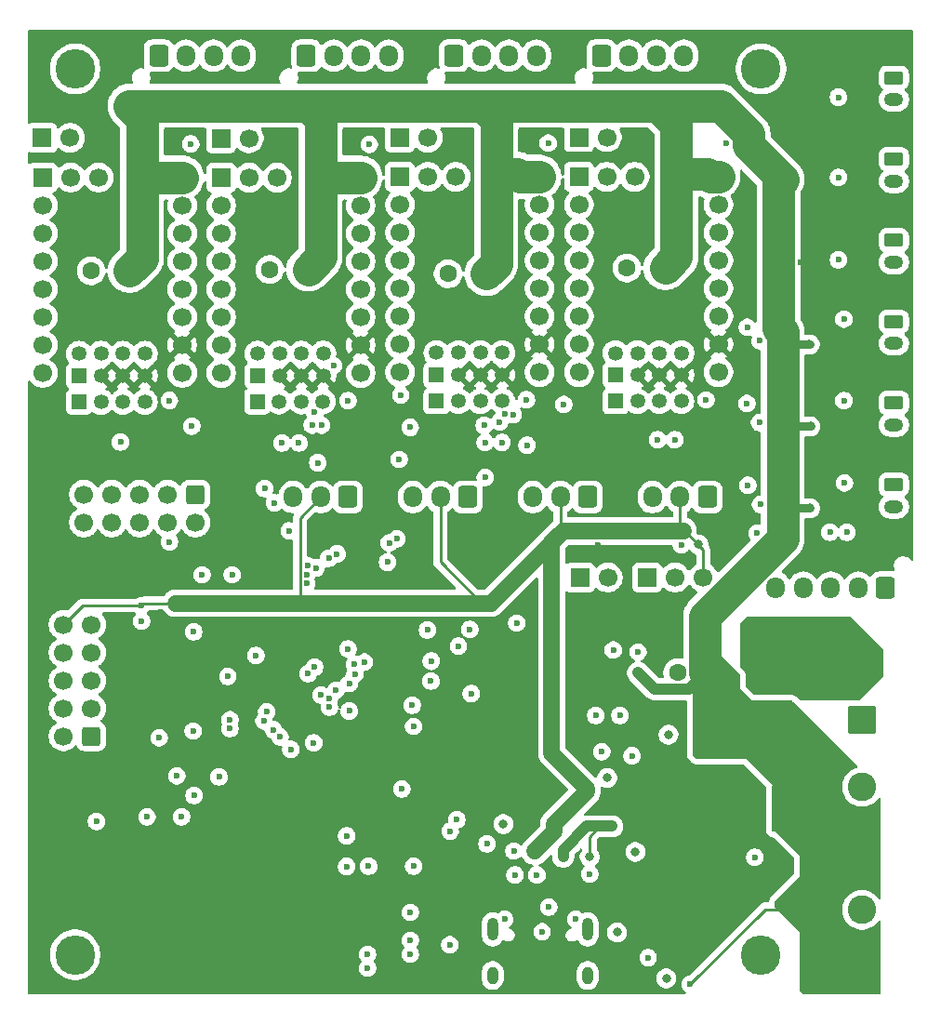
<source format=gbr>
%TF.GenerationSoftware,KiCad,Pcbnew,9.0.3-9.0.3-0~ubuntu24.04.1*%
%TF.CreationDate,2025-07-31T20:10:47-07:00*%
%TF.ProjectId,board,626f6172-642e-46b6-9963-61645f706362,rev?*%
%TF.SameCoordinates,Original*%
%TF.FileFunction,Copper,L3,Inr*%
%TF.FilePolarity,Positive*%
%FSLAX46Y46*%
G04 Gerber Fmt 4.6, Leading zero omitted, Abs format (unit mm)*
G04 Created by KiCad (PCBNEW 9.0.3-9.0.3-0~ubuntu24.04.1) date 2025-07-31 20:10:47*
%MOMM*%
%LPD*%
G01*
G04 APERTURE LIST*
G04 Aperture macros list*
%AMRoundRect*
0 Rectangle with rounded corners*
0 $1 Rounding radius*
0 $2 $3 $4 $5 $6 $7 $8 $9 X,Y pos of 4 corners*
0 Add a 4 corners polygon primitive as box body*
4,1,4,$2,$3,$4,$5,$6,$7,$8,$9,$2,$3,0*
0 Add four circle primitives for the rounded corners*
1,1,$1+$1,$2,$3*
1,1,$1+$1,$4,$5*
1,1,$1+$1,$6,$7*
1,1,$1+$1,$8,$9*
0 Add four rect primitives between the rounded corners*
20,1,$1+$1,$2,$3,$4,$5,0*
20,1,$1+$1,$4,$5,$6,$7,0*
20,1,$1+$1,$6,$7,$8,$9,0*
20,1,$1+$1,$8,$9,$2,$3,0*%
G04 Aperture macros list end*
%TA.AperFunction,ComponentPad*%
%ADD10R,1.350000X1.350000*%
%TD*%
%TA.AperFunction,ComponentPad*%
%ADD11C,1.350000*%
%TD*%
%TA.AperFunction,ComponentPad*%
%ADD12RoundRect,0.250000X-0.600000X-0.725000X0.600000X-0.725000X0.600000X0.725000X-0.600000X0.725000X0*%
%TD*%
%TA.AperFunction,ComponentPad*%
%ADD13O,1.700000X1.950000*%
%TD*%
%TA.AperFunction,ComponentPad*%
%ADD14C,3.600000*%
%TD*%
%TA.AperFunction,ComponentPad*%
%ADD15R,1.700000X1.700000*%
%TD*%
%TA.AperFunction,ComponentPad*%
%ADD16C,1.700000*%
%TD*%
%TA.AperFunction,ComponentPad*%
%ADD17RoundRect,0.250000X-0.625000X0.350000X-0.625000X-0.350000X0.625000X-0.350000X0.625000X0.350000X0*%
%TD*%
%TA.AperFunction,ComponentPad*%
%ADD18O,1.750000X1.200000*%
%TD*%
%TA.AperFunction,ComponentPad*%
%ADD19RoundRect,0.250000X1.050000X-1.050000X1.050000X1.050000X-1.050000X1.050000X-1.050000X-1.050000X0*%
%TD*%
%TA.AperFunction,ComponentPad*%
%ADD20C,2.600000*%
%TD*%
%TA.AperFunction,ComponentPad*%
%ADD21RoundRect,0.250000X0.550000X0.550000X-0.550000X0.550000X-0.550000X-0.550000X0.550000X-0.550000X0*%
%TD*%
%TA.AperFunction,ComponentPad*%
%ADD22C,1.600000*%
%TD*%
%TA.AperFunction,ComponentPad*%
%ADD23RoundRect,0.250000X0.600000X0.725000X-0.600000X0.725000X-0.600000X-0.725000X0.600000X-0.725000X0*%
%TD*%
%TA.AperFunction,ComponentPad*%
%ADD24O,3.800000X5.500000*%
%TD*%
%TA.AperFunction,ComponentPad*%
%ADD25O,3.800000X5.300000*%
%TD*%
%TA.AperFunction,HeatsinkPad*%
%ADD26O,1.000000X2.100000*%
%TD*%
%TA.AperFunction,HeatsinkPad*%
%ADD27O,1.000000X1.600000*%
%TD*%
%TA.AperFunction,ComponentPad*%
%ADD28RoundRect,0.250000X0.600000X0.600000X-0.600000X0.600000X-0.600000X-0.600000X0.600000X-0.600000X0*%
%TD*%
%TA.AperFunction,ComponentPad*%
%ADD29RoundRect,0.250000X-0.600000X0.600000X-0.600000X-0.600000X0.600000X-0.600000X0.600000X0.600000X0*%
%TD*%
%TA.AperFunction,ViaPad*%
%ADD30C,0.600000*%
%TD*%
%TA.AperFunction,ViaPad*%
%ADD31C,0.800000*%
%TD*%
%TA.AperFunction,Conductor*%
%ADD32C,3.000000*%
%TD*%
%TA.AperFunction,Conductor*%
%ADD33C,0.800000*%
%TD*%
%TA.AperFunction,Conductor*%
%ADD34C,1.000000*%
%TD*%
%TA.AperFunction,Conductor*%
%ADD35C,0.250000*%
%TD*%
%TA.AperFunction,Conductor*%
%ADD36C,1.500000*%
%TD*%
G04 APERTURE END LIST*
D10*
%TO.N,SPI_MISO*%
%TO.C,J19*%
X175027651Y-58321250D03*
D11*
%TO.N,DRIVEY_CS*%
X177027651Y-58321250D03*
%TO.N,SPI_SCK*%
X179027651Y-58321250D03*
%TO.N,SPI_MOSI*%
X181027651Y-58321250D03*
%TD*%
D10*
%TO.N,DRIVEY_SLP*%
%TO.C,J12*%
X175052651Y-55966250D03*
D11*
%TO.N,DRIVEY_MISO*%
X175052651Y-53966250D03*
%TO.N,+3.3V*%
X177052651Y-55966250D03*
%TO.N,DRIVEY_CS*%
X177052651Y-53966250D03*
%TO.N,+3.3V*%
X179052651Y-55966250D03*
%TO.N,DRIVEY_SCK*%
X179052651Y-53966250D03*
%TO.N,+3.3V*%
X181052651Y-55966250D03*
%TO.N,DRIVEY_MOSI*%
X181052651Y-53966250D03*
%TD*%
D12*
%TO.N,Net-(J4-Pin_1)*%
%TO.C,J4*%
X166050000Y-26850000D03*
D13*
%TO.N,Net-(J4-Pin_2)*%
X168550000Y-26850000D03*
%TO.N,Net-(J4-Pin_3)*%
X171050000Y-26850000D03*
%TO.N,Net-(J4-Pin_4)*%
X173550000Y-26850000D03*
%TD*%
D14*
%TO.N,GND*%
%TO.C,H3*%
X158450000Y-28050000D03*
%TD*%
%TO.N,GND*%
%TO.C,H4*%
X158450000Y-108700000D03*
%TD*%
D15*
%TO.N,DRIVEX_DIAG*%
%TO.C,J11*%
X155450000Y-34328750D03*
D16*
%TO.N,X_STOP*%
X157990000Y-34328750D03*
%TD*%
%TO.N,GND*%
%TO.C,U5*%
X184452651Y-55726250D03*
%TO.N,+3.3V*%
X184452651Y-53186250D03*
%TO.N,Net-(J18-Pin_3)*%
X184452651Y-50646250D03*
%TO.N,Net-(J18-Pin_1)*%
X184452651Y-48106250D03*
%TO.N,Net-(J18-Pin_2)*%
X184452651Y-45566250D03*
%TO.N,Net-(J18-Pin_4)*%
X184452651Y-43026250D03*
%TO.N,GND*%
X184452651Y-40486250D03*
D15*
%TO.N,VIN*%
X184452651Y-37946250D03*
D16*
%TO.N,DRIVEY_DIR*%
X171752651Y-55726250D03*
%TO.N,DRIVEY_STEP*%
X171752651Y-53186250D03*
%TO.N,DRIVEY_MISO*%
X171752651Y-50646250D03*
%TO.N,DRIVEY_SLP*%
X171752651Y-48106250D03*
%TO.N,DRIVEY_CS*%
X171752651Y-45566250D03*
%TO.N,DRIVEY_SCK*%
X171752651Y-43026250D03*
%TO.N,DRIVEY_MOSI*%
X171752651Y-40486250D03*
D15*
%TO.N,DRIVEY_EN*%
X171752651Y-37946250D03*
D16*
%TO.N,unconnected-(U5-INDEX-Pad17)*%
X174292651Y-37946250D03*
%TO.N,DRIVEY_DIAG*%
X176832651Y-37946250D03*
%TD*%
D17*
%TO.N,Net-(J13-Pin_1)*%
%TO.C,J13*%
X233000000Y-36250000D03*
D18*
%TO.N,GND*%
X233000000Y-38250000D03*
%TD*%
D12*
%TO.N,Net-(J28-Pin_1)*%
%TO.C,J28*%
X206375000Y-26850000D03*
D13*
%TO.N,Net-(J28-Pin_2)*%
X208875000Y-26850000D03*
%TO.N,Net-(J28-Pin_3)*%
X211375000Y-26850000D03*
%TO.N,Net-(J28-Pin_4)*%
X213875000Y-26850000D03*
%TD*%
D14*
%TO.N,GND*%
%TO.C,H2*%
X220900000Y-108700000D03*
%TD*%
D15*
%TO.N,DRIVEE_DIAG*%
%TO.C,J30*%
X204325000Y-34268750D03*
D16*
%TO.N,E_STOP*%
X206865000Y-34268750D03*
%TD*%
D19*
%TO.N,VIN*%
%TO.C,J36*%
X230100000Y-109685000D03*
D20*
%TO.N,Net-(D15-A)*%
X230100000Y-104605000D03*
%TD*%
D21*
%TO.N,VIN*%
%TO.C,C39*%
X212202651Y-46175000D03*
D22*
%TO.N,GND*%
X208702651Y-46175000D03*
%TD*%
D17*
%TO.N,Net-(J14-Pin_1)*%
%TO.C,J14*%
X233000000Y-28850000D03*
D18*
%TO.N,GND*%
X233000000Y-30850000D03*
%TD*%
D16*
%TO.N,GND*%
%TO.C,U7*%
X217025000Y-55655000D03*
%TO.N,+3.3V*%
X217025000Y-53115000D03*
%TO.N,Net-(J28-Pin_3)*%
X217025000Y-50575000D03*
%TO.N,Net-(J28-Pin_1)*%
X217025000Y-48035000D03*
%TO.N,Net-(J28-Pin_2)*%
X217025000Y-45495000D03*
%TO.N,Net-(J28-Pin_4)*%
X217025000Y-42955000D03*
%TO.N,GND*%
X217025000Y-40415000D03*
D15*
%TO.N,VIN*%
X217025000Y-37875000D03*
D16*
%TO.N,DRIVEE_DIR*%
X204325000Y-55655000D03*
%TO.N,DRIVEE_STEP*%
X204325000Y-53115000D03*
%TO.N,DRIVEE_MISO*%
X204325000Y-50575000D03*
%TO.N,DRIVEE_SLP*%
X204325000Y-48035000D03*
%TO.N,DRIVEE_CS*%
X204325000Y-45495000D03*
%TO.N,DRIVEE_SCK*%
X204325000Y-42955000D03*
%TO.N,DRIVEE_MOSI*%
X204325000Y-40415000D03*
D15*
%TO.N,DRIVEE_EN*%
X204325000Y-37875000D03*
D16*
%TO.N,unconnected-(U7-INDEX-Pad17)*%
X206865000Y-37875000D03*
%TO.N,DRIVEE_DIAG*%
X209405000Y-37875000D03*
%TD*%
D10*
%TO.N,DRIVEE_SLP*%
%TO.C,J27*%
X207650000Y-55908750D03*
D11*
%TO.N,DRIVEE_MISO*%
X207650000Y-53908750D03*
%TO.N,+3.3V*%
X209650000Y-55908750D03*
%TO.N,DRIVEE_CS*%
X209650000Y-53908750D03*
%TO.N,+3.3V*%
X211650000Y-55908750D03*
%TO.N,DRIVEE_SCK*%
X211650000Y-53908750D03*
%TO.N,+3.3V*%
X213650000Y-55908750D03*
%TO.N,DRIVEE_MOSI*%
X213650000Y-53908750D03*
%TD*%
D10*
%TO.N,DRIVEZ_SLP*%
%TO.C,J22*%
X191350000Y-55906250D03*
D11*
%TO.N,DRIVEZ_MISO*%
X191350000Y-53906250D03*
%TO.N,+3.3V*%
X193350000Y-55906250D03*
%TO.N,DRIVEZ_CS*%
X193350000Y-53906250D03*
%TO.N,+3.3V*%
X195350000Y-55906250D03*
%TO.N,DRIVEZ_SCK*%
X195350000Y-53906250D03*
%TO.N,+3.3V*%
X197350000Y-55906250D03*
%TO.N,DRIVEZ_MOSI*%
X197350000Y-53906250D03*
%TD*%
D15*
%TO.N,DRIVEY_DIAG*%
%TO.C,J20*%
X171727651Y-34356250D03*
D16*
%TO.N,Y_STOP*%
X174267651Y-34356250D03*
%TD*%
D23*
%TO.N,GND*%
%TO.C,J26*%
X205125000Y-67025000D03*
D13*
%TO.N,+5V*%
X202625000Y-67025000D03*
%TO.N,Z_STOP*%
X200125000Y-67025000D03*
%TD*%
D23*
%TO.N,GND*%
%TO.C,J17*%
X232250000Y-75275000D03*
D13*
%TO.N,+5V*%
X229750000Y-75275000D03*
%TO.N,TFT_TX*%
X227250000Y-75275000D03*
%TO.N,TFT_RX*%
X224750000Y-75275000D03*
%TO.N,Net-(J17-Pin_5)*%
X222250000Y-75275000D03*
%TD*%
D16*
%TO.N,GND*%
%TO.C,U4*%
X168200000Y-55718750D03*
%TO.N,+3.3V*%
X168200000Y-53178750D03*
%TO.N,Net-(J4-Pin_3)*%
X168200000Y-50638750D03*
%TO.N,Net-(J4-Pin_1)*%
X168200000Y-48098750D03*
%TO.N,Net-(J4-Pin_2)*%
X168200000Y-45558750D03*
%TO.N,Net-(J4-Pin_4)*%
X168200000Y-43018750D03*
%TO.N,GND*%
X168200000Y-40478750D03*
D15*
%TO.N,VIN*%
X168200000Y-37938750D03*
D16*
%TO.N,DRIVEX_DIR*%
X155500000Y-55718750D03*
%TO.N,DRIVEX_STEP*%
X155500000Y-53178750D03*
%TO.N,DRIVEX_MISO*%
X155500000Y-50638750D03*
%TO.N,DRIVEX_SLP*%
X155500000Y-48098750D03*
%TO.N,DRIVEX_CS*%
X155500000Y-45558750D03*
%TO.N,DRIVEX_SCK*%
X155500000Y-43018750D03*
%TO.N,DRIVEX_MOSI*%
X155500000Y-40478750D03*
D15*
%TO.N,DRIVEX_EN*%
X155500000Y-37938750D03*
D16*
%TO.N,unconnected-(U4-INDEX-Pad17)*%
X158040000Y-37938750D03*
%TO.N,DRIVEX_DIAG*%
X160580000Y-37938750D03*
%TD*%
D15*
%TO.N,PROBE_TRIG*%
%TO.C,J16*%
X204425000Y-74350000D03*
D16*
%TO.N,GND*%
X206965000Y-74350000D03*
%TD*%
D23*
%TO.N,GND*%
%TO.C,J7*%
X183300000Y-67025000D03*
D13*
%TO.N,+5V*%
X180800000Y-67025000D03*
%TO.N,X_STOP*%
X178300000Y-67025000D03*
%TD*%
D24*
%TO.N,Net-(J37-Pin_2)*%
%TO.C,F1*%
X221525000Y-81175000D03*
D25*
%TO.N,VIN*%
X221525000Y-89175000D03*
%TD*%
D17*
%TO.N,VIN*%
%TO.C,J33*%
X233000000Y-58450000D03*
D18*
%TO.N,Net-(D10-K)*%
X233000000Y-60450000D03*
%TD*%
D10*
%TO.N,SPI_MISO*%
%TO.C,J29*%
X207650000Y-58302500D03*
D11*
%TO.N,DRIVEE_CS*%
X209650000Y-58302500D03*
%TO.N,SPI_SCK*%
X211650000Y-58302500D03*
%TO.N,SPI_MOSI*%
X213650000Y-58302500D03*
%TD*%
D15*
%TO.N,SERVO*%
%TO.C,J15*%
X210550000Y-74350000D03*
D16*
%TO.N,GND*%
X213090000Y-74350000D03*
%TO.N,+5V*%
X215630000Y-74350000D03*
%TD*%
D26*
%TO.N,GND*%
%TO.C,J3*%
X196480000Y-106380000D03*
D27*
X196480000Y-110560000D03*
D26*
X205120000Y-106380000D03*
D27*
X205120000Y-110560000D03*
%TD*%
D19*
%TO.N,GND*%
%TO.C,J37*%
X230100000Y-87300000D03*
D20*
%TO.N,Net-(J37-Pin_2)*%
X230100000Y-82220000D03*
%TD*%
D10*
%TO.N,SPI_MISO*%
%TO.C,J24*%
X191350000Y-58296250D03*
D11*
%TO.N,DRIVEZ_CS*%
X193350000Y-58296250D03*
%TO.N,SPI_SCK*%
X195350000Y-58296250D03*
%TO.N,SPI_MOSI*%
X197350000Y-58296250D03*
%TD*%
D17*
%TO.N,Net-(J6-Pin_1)*%
%TO.C,J6*%
X233000000Y-43650000D03*
D18*
%TO.N,GND*%
X233000000Y-45650000D03*
%TD*%
D10*
%TO.N,DRIVEX_SLP*%
%TO.C,J8*%
X158800000Y-55978750D03*
D11*
%TO.N,DRIVEX_MISO*%
X158800000Y-53978750D03*
%TO.N,+3.3V*%
X160800000Y-55978750D03*
%TO.N,DRIVEX_CS*%
X160800000Y-53978750D03*
%TO.N,+3.3V*%
X162800000Y-55978750D03*
%TO.N,DRIVEX_SCK*%
X162800000Y-53978750D03*
%TO.N,+3.3V*%
X164800000Y-55978750D03*
%TO.N,DRIVEX_MOSI*%
X164800000Y-53978750D03*
%TD*%
D23*
%TO.N,GND*%
%TO.C,J31*%
X216025000Y-67025000D03*
D13*
%TO.N,+5V*%
X213525000Y-67025000D03*
%TO.N,E_STOP*%
X211025000Y-67025000D03*
%TD*%
D21*
%TO.N,VIN*%
%TO.C,C31*%
X179677651Y-46306250D03*
D22*
%TO.N,GND*%
X176177651Y-46306250D03*
%TD*%
D19*
%TO.N,VIN*%
%TO.C,J35*%
X230100000Y-98485000D03*
D20*
%TO.N,Net-(D13-A)*%
X230100000Y-93405000D03*
%TD*%
D16*
%TO.N,GND*%
%TO.C,U6*%
X200735000Y-55657500D03*
%TO.N,+3.3V*%
X200735000Y-53117500D03*
%TO.N,Net-(J23-Pin_3)*%
X200735000Y-50577500D03*
%TO.N,Net-(J23-Pin_1)*%
X200735000Y-48037500D03*
%TO.N,Net-(J23-Pin_2)*%
X200735000Y-45497500D03*
%TO.N,Net-(J23-Pin_4)*%
X200735000Y-42957500D03*
%TO.N,GND*%
X200735000Y-40417500D03*
D15*
%TO.N,VIN*%
X200735000Y-37877500D03*
D16*
%TO.N,DRIVEZ_DIR*%
X188035000Y-55657500D03*
%TO.N,DRIVEZ_STEP*%
X188035000Y-53117500D03*
%TO.N,DRIVEZ_MISO*%
X188035000Y-50577500D03*
%TO.N,DRIVEZ_SLP*%
X188035000Y-48037500D03*
%TO.N,DRIVEZ_CS*%
X188035000Y-45497500D03*
%TO.N,DRIVEZ_SCK*%
X188035000Y-42957500D03*
%TO.N,DRIVEZ_MOSI*%
X188035000Y-40417500D03*
D15*
%TO.N,DRIVEZ_EN*%
X188035000Y-37877500D03*
D16*
%TO.N,unconnected-(U6-INDEX-Pad17)*%
X190575000Y-37877500D03*
%TO.N,DRIVEZ_DIAG*%
X193115000Y-37877500D03*
%TD*%
D17*
%TO.N,VIN*%
%TO.C,J34*%
X233000000Y-51050000D03*
D18*
%TO.N,Net-(D11-A)*%
X233000000Y-53050000D03*
%TD*%
D28*
%TO.N,LCD_BEEP*%
%TO.C,J9*%
X159927500Y-88805000D03*
D16*
%TO.N,LCD_BTN*%
X157387500Y-88805000D03*
%TO.N,LCD_EN*%
X159927500Y-86265000D03*
%TO.N,LCD_CS*%
X157387500Y-86265000D03*
%TO.N,LCD_D4*%
X159927500Y-83725000D03*
%TO.N,LCD_D5*%
X157387500Y-83725000D03*
%TO.N,LCD_D6*%
X159927500Y-81185000D03*
%TO.N,LCD_D7*%
X157387500Y-81185000D03*
%TO.N,GND*%
X159927500Y-78645000D03*
%TO.N,+5V*%
X157387500Y-78645000D03*
%TD*%
D21*
%TO.N,VIN*%
%TO.C,C17*%
X215809879Y-83005000D03*
D22*
%TO.N,GND*%
X213309879Y-83005000D03*
%TD*%
D10*
%TO.N,SPI_MISO*%
%TO.C,J5*%
X158800000Y-58356250D03*
D11*
%TO.N,DRIVEX_CS*%
X160800000Y-58356250D03*
%TO.N,SPI_SCK*%
X162800000Y-58356250D03*
%TO.N,SPI_MOSI*%
X164800000Y-58356250D03*
%TD*%
D12*
%TO.N,Net-(J18-Pin_1)*%
%TO.C,J18*%
X179500000Y-26850000D03*
D13*
%TO.N,Net-(J18-Pin_2)*%
X182000000Y-26850000D03*
%TO.N,Net-(J18-Pin_3)*%
X184500000Y-26850000D03*
%TO.N,Net-(J18-Pin_4)*%
X187000000Y-26850000D03*
%TD*%
D14*
%TO.N,GND*%
%TO.C,H1*%
X220900000Y-28050000D03*
%TD*%
D17*
%TO.N,VIN*%
%TO.C,J32*%
X233000000Y-65900000D03*
D18*
%TO.N,Net-(D7-K)*%
X233000000Y-67900000D03*
%TD*%
D15*
%TO.N,DRIVEZ_DIAG*%
%TO.C,J25*%
X188025000Y-34306250D03*
D16*
%TO.N,Z_STOP*%
X190565000Y-34306250D03*
%TD*%
D21*
%TO.N,VIN*%
%TO.C,C35*%
X195902651Y-46706250D03*
D22*
%TO.N,GND*%
X192402651Y-46706250D03*
%TD*%
D12*
%TO.N,Net-(J23-Pin_1)*%
%TO.C,J23*%
X192950000Y-26850000D03*
D13*
%TO.N,Net-(J23-Pin_2)*%
X195450000Y-26850000D03*
%TO.N,Net-(J23-Pin_3)*%
X197950000Y-26850000D03*
%TO.N,Net-(J23-Pin_4)*%
X200450000Y-26850000D03*
%TD*%
D21*
%TO.N,VIN*%
%TO.C,C26*%
X163402651Y-46428750D03*
D22*
%TO.N,GND*%
X159902651Y-46428750D03*
%TD*%
D29*
%TO.N,SD_MISO*%
%TO.C,J10*%
X169405000Y-66800000D03*
D16*
%TO.N,SD_SCK*%
X169405000Y-69340000D03*
%TO.N,LCD_ENCA*%
X166865000Y-66800000D03*
%TO.N,SD_CS*%
X166865000Y-69340000D03*
%TO.N,LCD_ENCB*%
X164325000Y-66800000D03*
%TO.N,SD_MOSI*%
X164325000Y-69340000D03*
%TO.N,SD_DET*%
X161785000Y-66800000D03*
%TO.N,NRST*%
X161785000Y-69340000D03*
%TO.N,GND*%
X159245000Y-66800000D03*
%TO.N,unconnected-(J10-Pin_10-Pad10)*%
X159245000Y-69340000D03*
%TD*%
D23*
%TO.N,GND*%
%TO.C,J21*%
X194200000Y-67025000D03*
D13*
%TO.N,+5V*%
X191700000Y-67025000D03*
%TO.N,Y_STOP*%
X189200000Y-67025000D03*
%TD*%
D30*
%TO.N,GND*%
X172750000Y-74099999D03*
X220812500Y-52787500D03*
X207450000Y-80950000D03*
X219700000Y-65962500D03*
X178827651Y-62106250D03*
X219650000Y-51575000D03*
X190525000Y-79125000D03*
X198400000Y-99250000D03*
X220862500Y-67700000D03*
X217775000Y-34818750D03*
X188975001Y-108644999D03*
X194400000Y-79075000D03*
X183300000Y-80850000D03*
X228725000Y-70225000D03*
X206400000Y-90200000D03*
X197550000Y-105465000D03*
X166100000Y-88925000D03*
X186898008Y-72951992D03*
X190850000Y-83775000D03*
X168975000Y-34878750D03*
X189275000Y-87900000D03*
X201525000Y-34806250D03*
X194525000Y-84925000D03*
D31*
X212275000Y-110850000D03*
D30*
X167025000Y-58228750D03*
X227950000Y-37925000D03*
D31*
X209475000Y-99330000D03*
D30*
X167701992Y-92398008D03*
X189275000Y-100625000D03*
D31*
X197450000Y-96800000D03*
D30*
X209700000Y-81125000D03*
X183175000Y-100650000D03*
D31*
X207800000Y-106652500D03*
D30*
X197325000Y-62050000D03*
X185227651Y-34906250D03*
X220775000Y-60237500D03*
X190875000Y-81950000D03*
X192575001Y-107789999D03*
X188975001Y-107374999D03*
X208050000Y-86900000D03*
X169275000Y-94200000D03*
D31*
X212477500Y-88655000D03*
D30*
X188198008Y-93598008D03*
X219612500Y-58512500D03*
X205850000Y-86900000D03*
X213050000Y-61808750D03*
X205300000Y-101335000D03*
X198500000Y-101435000D03*
X209150000Y-90575000D03*
X227950000Y-30625000D03*
X164500000Y-78325000D03*
X199550000Y-58168750D03*
X183302651Y-58243750D03*
X188975001Y-104834999D03*
X164995000Y-96125000D03*
X170001992Y-74101992D03*
X220325000Y-99825000D03*
X200500000Y-101435000D03*
X227950000Y-45425000D03*
X213655000Y-71350000D03*
X183175000Y-97875000D03*
X189150000Y-85975000D03*
X215900000Y-58181250D03*
X160400000Y-96550000D03*
X168145000Y-96125000D03*
X162575000Y-62006250D03*
X204050000Y-105465000D03*
X185175000Y-100625000D03*
D31*
%TO.N,+3.3V*%
X199750000Y-96800000D03*
D30*
X187101992Y-92501992D03*
X203250000Y-61618750D03*
X185801992Y-74048008D03*
X204500000Y-90200000D03*
X164500000Y-75325000D03*
X166250000Y-77475000D03*
X206065000Y-71350000D03*
X169100000Y-62233750D03*
X176875000Y-94200000D03*
X201250000Y-61725000D03*
X192500000Y-79075000D03*
X164650000Y-92625000D03*
X188952651Y-62331250D03*
X172800000Y-62225000D03*
X188975001Y-109914999D03*
X220050000Y-43308750D03*
X185175000Y-97800000D03*
X187982815Y-85167185D03*
D31*
X199750000Y-90500000D03*
D30*
X179900000Y-94200000D03*
X201100000Y-58168750D03*
X168575000Y-58228750D03*
X192975000Y-84925000D03*
X224500000Y-45650000D03*
X220250000Y-39721250D03*
X226375000Y-27100000D03*
X192575001Y-109339999D03*
X191275000Y-100600000D03*
X170345000Y-96125000D03*
X171098008Y-75198008D03*
X204950000Y-61731250D03*
X189275000Y-97800000D03*
X217450000Y-58181250D03*
X168798008Y-91301992D03*
X171100000Y-62125000D03*
X224600000Y-36150000D03*
X173875000Y-94200000D03*
X187252651Y-62218750D03*
X166310000Y-75375000D03*
X162300000Y-96550000D03*
X185250000Y-62325000D03*
X166175000Y-94200000D03*
X184852651Y-58243750D03*
X209650000Y-61808750D03*
X188975000Y-79125000D03*
X170825000Y-94200000D03*
%TO.N,NRST*%
X198651000Y-78500000D03*
X169250000Y-79300000D03*
X193350000Y-80600000D03*
X220550000Y-70325000D03*
X175900000Y-86550000D03*
X180850000Y-85050000D03*
D31*
%TO.N,VIN*%
X209700000Y-83025000D03*
D30*
X228450000Y-50825000D03*
D31*
X225350000Y-68037500D03*
D30*
X223025000Y-97350000D03*
X228450000Y-58250000D03*
X223150000Y-104550000D03*
D31*
X216477500Y-88655000D03*
X225400000Y-60587500D03*
D30*
X214450000Y-111375000D03*
D31*
X225300000Y-53137500D03*
D30*
X228500000Y-65725000D03*
%TO.N,+5V*%
X205025000Y-93550000D03*
D31*
X200300000Y-99250000D03*
D30*
X164500000Y-76900000D03*
D31*
X215202500Y-71347500D03*
X202050000Y-96800000D03*
D30*
X227175000Y-70225000D03*
D31*
%TO.N,5V_PSU*%
X206900000Y-92600000D03*
D30*
%TO.N,X_STOP*%
X177947472Y-70104000D03*
X183928181Y-83123290D03*
X169083125Y-60566875D03*
%TO.N,Y_STOP*%
X182000000Y-55050000D03*
X187950000Y-63600000D03*
X177277651Y-62106250D03*
X180550000Y-63900000D03*
X184800003Y-82050000D03*
%TO.N,Z_STOP*%
X195775000Y-62050000D03*
X183404891Y-86500000D03*
X195800000Y-65236250D03*
X197552275Y-59453708D03*
%TO.N,E_STOP*%
X211500000Y-61808750D03*
D31*
%TO.N,5V_USB*%
X207350000Y-97000000D03*
X202900000Y-99760000D03*
X205300000Y-99785000D03*
D30*
%TO.N,SWDIO*%
X185075001Y-109914999D03*
X169200000Y-88325000D03*
%TO.N,SWCLK*%
X171550000Y-92500000D03*
X185075001Y-108644999D03*
%TO.N,SPI_SCK*%
X176600000Y-67550000D03*
%TO.N,DRIVEX_CS*%
X187754379Y-70820719D03*
X180877464Y-60474006D03*
%TO.N,SPI_MISO*%
X188100000Y-57750000D03*
X195700000Y-60500000D03*
X197100000Y-60185504D03*
X180237054Y-59247228D03*
X202950000Y-58600000D03*
%TO.N,SPI_MOSI*%
X199600000Y-62300000D03*
X175700000Y-66250000D03*
%TO.N,LCD_BEEP*%
X175650000Y-87400000D03*
%TO.N,LCD_ENCA*%
X176500000Y-88200000D03*
%TO.N,LCD_ENCB*%
X177100000Y-88850000D03*
X167050000Y-71100000D03*
%TO.N,SD_CS*%
X182300000Y-72199000D03*
%TO.N,SD_SCK*%
X181540401Y-72600000D03*
%TO.N,SD_MOSI*%
X180400000Y-73467066D03*
%TO.N,SD_MISO*%
X179609797Y-73269302D03*
%TO.N,SD_DET*%
X172350000Y-83350000D03*
%TO.N,DRIVEY_CS*%
X179550000Y-74875647D03*
%TO.N,TFT_TX*%
X192596315Y-97446315D03*
X180181036Y-89400000D03*
%TO.N,TFT_RX*%
X178100000Y-90000000D03*
X193200000Y-96400570D03*
%TO.N,DRIVEZ_CS*%
X181603891Y-86150000D03*
%TO.N,USB_DP*%
X172550000Y-88100003D03*
X201574193Y-104360723D03*
%TO.N,USB_DM*%
X200974193Y-106608113D03*
X172550000Y-87300000D03*
%TO.N,DRIVEX_EN*%
X187050000Y-71200000D03*
X180028935Y-60474005D03*
%TO.N,DRIVEY_EN*%
X188952651Y-60681250D03*
X183900000Y-82250000D03*
%TO.N,DRIVEZ_EN*%
X181603891Y-85336061D03*
X198349000Y-59526050D03*
%TO.N,HEAT1*%
X179649753Y-83100000D03*
X195958264Y-98591736D03*
%TO.N,HEAT_BED*%
X180250000Y-82500000D03*
X210625000Y-108950000D03*
%TO.N,DRIVEZ_STEP*%
X182203891Y-84600000D03*
%TO.N,DRIVEY_STEP*%
X179549999Y-74067066D03*
%TO.N,DRIVEY_DIR*%
X174925546Y-81450000D03*
%TO.N,DRIVEZ_DIR*%
X183404891Y-84000000D03*
%TD*%
D32*
%TO.N,VIN*%
X213200000Y-37650000D02*
X213200000Y-33100000D01*
X222499000Y-38478000D02*
X222499000Y-51644158D01*
X179677651Y-46306250D02*
X180800000Y-45183901D01*
X180800000Y-37900000D02*
X180835250Y-37935250D01*
X222863500Y-70841342D02*
X222863500Y-67950000D01*
X216264000Y-37864000D02*
X217025000Y-37864000D01*
X222863500Y-38113500D02*
X219776000Y-35026000D01*
X196800000Y-45808901D02*
X196800000Y-37600000D01*
X222863500Y-38113500D02*
X222499000Y-38478000D01*
D33*
X222976000Y-53137500D02*
X222863500Y-53250000D01*
D32*
X198700000Y-37600000D02*
X198966500Y-37866500D01*
D34*
X214308879Y-84506000D02*
X215809879Y-83005000D01*
D32*
X180800000Y-45183901D02*
X180800000Y-37900000D01*
D34*
X209700000Y-83025000D02*
X211181000Y-84506000D01*
D32*
X211500000Y-31400000D02*
X195550000Y-31400000D01*
X195902651Y-46706250D02*
X196800000Y-45808901D01*
X164550000Y-37900000D02*
X164550000Y-45281401D01*
D33*
X225375000Y-68037500D02*
X225350000Y-68037500D01*
D32*
X219776000Y-33989908D02*
X217186092Y-31400000D01*
X180800000Y-37900000D02*
X180800000Y-32550000D01*
X215809879Y-83005000D02*
X215809879Y-77894963D01*
X219776000Y-35026000D02*
X219776000Y-33989908D01*
X222863500Y-60500000D02*
X222863500Y-53250000D01*
X213200000Y-37650000D02*
X216050000Y-37650000D01*
X180835250Y-37935250D02*
X184452651Y-37935250D01*
D35*
X214450000Y-111375000D02*
X221275000Y-104550000D01*
D32*
X164577750Y-37927750D02*
X168200000Y-37927750D01*
X222499000Y-51644158D02*
X222863500Y-52008658D01*
D33*
X222951000Y-60587500D02*
X222863500Y-60500000D01*
D32*
X196800000Y-37600000D02*
X196800000Y-32650000D01*
X222863500Y-67950000D02*
X222863500Y-60500000D01*
X198966500Y-37866500D02*
X200735000Y-37866500D01*
D34*
X215809879Y-83005000D02*
X215809879Y-87987379D01*
D32*
X222863500Y-52008658D02*
X222863500Y-53250000D01*
D33*
X225400000Y-60587500D02*
X222951000Y-60587500D01*
D32*
X163400000Y-31400000D02*
X164550000Y-32550000D01*
D35*
X221275000Y-104550000D02*
X223150000Y-104550000D01*
D32*
X213200000Y-45177651D02*
X213200000Y-37650000D01*
X213200000Y-33100000D02*
X211500000Y-31400000D01*
X180800000Y-32550000D02*
X179650000Y-31400000D01*
X217186092Y-31400000D02*
X211500000Y-31400000D01*
D34*
X211181000Y-84506000D02*
X214308879Y-84506000D01*
D32*
X215809879Y-77894963D02*
X222863500Y-70841342D01*
X164550000Y-32550000D02*
X164550000Y-37900000D01*
X164550000Y-37900000D02*
X164577750Y-37927750D01*
X196800000Y-32650000D02*
X195550000Y-31400000D01*
D33*
X225350000Y-53137500D02*
X225300000Y-53137500D01*
D32*
X195550000Y-31400000D02*
X179650000Y-31400000D01*
D33*
X222951000Y-68037500D02*
X222863500Y-67950000D01*
D32*
X212202651Y-46175000D02*
X213200000Y-45177651D01*
X196800000Y-37600000D02*
X198700000Y-37600000D01*
D33*
X225300000Y-53137500D02*
X222976000Y-53137500D01*
D32*
X216050000Y-37650000D02*
X216264000Y-37864000D01*
D33*
X225350000Y-68037500D02*
X222951000Y-68037500D01*
D34*
X215809879Y-87987379D02*
X216477500Y-88655000D01*
D32*
X164550000Y-45281401D02*
X163402651Y-46428750D01*
X179650000Y-31400000D02*
X163400000Y-31400000D01*
D35*
%TO.N,+5V*%
X213954000Y-70099000D02*
X215202500Y-71347500D01*
X215630000Y-71775000D02*
X215205000Y-71350000D01*
D36*
X205025000Y-93825000D02*
X202050000Y-96800000D01*
D35*
X213525000Y-67025000D02*
X213525000Y-69824000D01*
X159132500Y-76900000D02*
X164500000Y-76900000D01*
X180800000Y-67025000D02*
X178923999Y-68901001D01*
X178923999Y-68901001D02*
X178923999Y-76223999D01*
D36*
X179400000Y-76700000D02*
X167600000Y-76700000D01*
X196300000Y-76700000D02*
X195450000Y-76700000D01*
X205025000Y-93550000D02*
X205025000Y-93825000D01*
D35*
X191700000Y-67025000D02*
X191700000Y-72950000D01*
D36*
X202901000Y-70099000D02*
X196300000Y-76700000D01*
D35*
X202625000Y-67025000D02*
X202625000Y-69823000D01*
X164700000Y-76700000D02*
X167600000Y-76700000D01*
X191700000Y-72950000D02*
X195450000Y-76700000D01*
D36*
X202050000Y-97500000D02*
X200300000Y-99250000D01*
D35*
X157387500Y-78645000D02*
X159132500Y-76900000D01*
X213525000Y-69824000D02*
X213800000Y-70099000D01*
D36*
X202901000Y-70099000D02*
X213800000Y-70099000D01*
X201850000Y-90375000D02*
X201850000Y-71150000D01*
X195450000Y-76700000D02*
X179400000Y-76700000D01*
D35*
X215202500Y-71347500D02*
X215205000Y-71350000D01*
X202625000Y-69823000D02*
X202901000Y-70099000D01*
X213800000Y-70099000D02*
X213954000Y-70099000D01*
D36*
X205025000Y-93550000D02*
X201850000Y-90375000D01*
X201850000Y-71150000D02*
X202901000Y-70099000D01*
D35*
X178923999Y-76223999D02*
X179400000Y-76700000D01*
X215630000Y-74350000D02*
X215630000Y-71775000D01*
D36*
X202050000Y-96800000D02*
X202050000Y-97500000D01*
D35*
X164500000Y-76900000D02*
X164700000Y-76700000D01*
%TO.N,5V_USB*%
X205300000Y-99785000D02*
X205300000Y-97950000D01*
D34*
X205050000Y-97000000D02*
X206250000Y-97000000D01*
X206250000Y-97000000D02*
X207350000Y-97000000D01*
X202900000Y-99150000D02*
X205050000Y-97000000D01*
D35*
X205300000Y-97950000D02*
X206250000Y-97000000D01*
D34*
X202900000Y-99760000D02*
X202900000Y-99150000D01*
%TD*%
%TA.AperFunction,Conductor*%
%TO.N,Net-(J37-Pin_2)*%
G36*
X229065677Y-77919685D02*
G01*
X229086319Y-77936319D01*
X232013681Y-80863681D01*
X232047166Y-80925004D01*
X232050000Y-80951362D01*
X232050000Y-83298637D01*
X232030315Y-83365676D01*
X232013681Y-83386318D01*
X229936817Y-85463181D01*
X229875494Y-85496666D01*
X229849136Y-85499500D01*
X228999998Y-85499500D01*
X228999980Y-85499501D01*
X228897203Y-85510000D01*
X228897200Y-85510001D01*
X228795488Y-85543706D01*
X228756484Y-85550000D01*
X224516246Y-85550000D01*
X224449207Y-85530315D01*
X224428565Y-85513681D01*
X224143776Y-85228892D01*
X224143761Y-85228877D01*
X224143737Y-85228855D01*
X224103519Y-85192728D01*
X224103507Y-85192718D01*
X224082856Y-85176076D01*
X224038974Y-85144433D01*
X223908100Y-85084663D01*
X223841055Y-85064976D01*
X223793582Y-85058150D01*
X223698638Y-85044500D01*
X223698636Y-85044500D01*
X220360746Y-85044500D01*
X220293707Y-85024815D01*
X220273065Y-85008181D01*
X219541819Y-84276935D01*
X219508334Y-84215612D01*
X219505500Y-84189254D01*
X219505500Y-83251359D01*
X219502602Y-83197311D01*
X219502602Y-83197310D01*
X219499770Y-83170977D01*
X219499767Y-83170950D01*
X219491114Y-83117554D01*
X219491114Y-83117552D01*
X219440833Y-82982747D01*
X219440832Y-82982743D01*
X219407347Y-82921420D01*
X219321123Y-82806239D01*
X219321118Y-82806234D01*
X219321113Y-82806228D01*
X219036319Y-82521434D01*
X219002834Y-82460111D01*
X219000000Y-82433753D01*
X219000000Y-78601362D01*
X219019685Y-78534323D01*
X219036319Y-78513681D01*
X219613681Y-77936319D01*
X219675004Y-77902834D01*
X219701362Y-77900000D01*
X228998638Y-77900000D01*
X229065677Y-77919685D01*
G37*
%TD.AperFunction*%
%TD*%
%TA.AperFunction,Conductor*%
%TO.N,+3.3V*%
G36*
X194950000Y-55958911D02*
G01*
X194977259Y-56060644D01*
X195029920Y-56151856D01*
X195104394Y-56226330D01*
X195195606Y-56278991D01*
X195297339Y-56306250D01*
X195303553Y-56306250D01*
X194713568Y-56896233D01*
X194713568Y-56896234D01*
X194734165Y-56911199D01*
X194889769Y-56990484D01*
X194940565Y-57038459D01*
X194957360Y-57106280D01*
X194934822Y-57172415D01*
X194889769Y-57211454D01*
X194733903Y-57290872D01*
X194688713Y-57323705D01*
X194584213Y-57399629D01*
X194584211Y-57399631D01*
X194584210Y-57399631D01*
X194453381Y-57530460D01*
X194453379Y-57530463D01*
X194450549Y-57534359D01*
X194450314Y-57534682D01*
X194394981Y-57577344D01*
X194325367Y-57583319D01*
X194263574Y-57550709D01*
X194249686Y-57534682D01*
X194246621Y-57530463D01*
X194115787Y-57399629D01*
X193966096Y-57290872D01*
X193925042Y-57269954D01*
X193810230Y-57211454D01*
X193759434Y-57163479D01*
X193742639Y-57095658D01*
X193765177Y-57029523D01*
X193810230Y-56990484D01*
X193965836Y-56911197D01*
X193965845Y-56911192D01*
X193986430Y-56896234D01*
X193986430Y-56896233D01*
X193396447Y-56306250D01*
X193402661Y-56306250D01*
X193504394Y-56278991D01*
X193595606Y-56226330D01*
X193670080Y-56151856D01*
X193722741Y-56060644D01*
X193750000Y-55958911D01*
X193750000Y-55952697D01*
X194339983Y-56542680D01*
X194340276Y-56542658D01*
X194359729Y-56542658D01*
X194360015Y-56542680D01*
X194950000Y-55952695D01*
X194950000Y-55958911D01*
G37*
%TD.AperFunction*%
%TA.AperFunction,Conductor*%
G36*
X196950000Y-55958911D02*
G01*
X196977259Y-56060644D01*
X197029920Y-56151856D01*
X197104394Y-56226330D01*
X197195606Y-56278991D01*
X197297339Y-56306250D01*
X197303553Y-56306250D01*
X196713568Y-56896233D01*
X196713568Y-56896234D01*
X196734165Y-56911199D01*
X196889769Y-56990484D01*
X196940565Y-57038459D01*
X196957360Y-57106280D01*
X196934822Y-57172415D01*
X196889769Y-57211454D01*
X196733903Y-57290872D01*
X196688713Y-57323705D01*
X196584213Y-57399629D01*
X196584211Y-57399631D01*
X196584210Y-57399631D01*
X196453381Y-57530460D01*
X196453379Y-57530463D01*
X196450549Y-57534359D01*
X196450314Y-57534682D01*
X196394981Y-57577344D01*
X196325367Y-57583319D01*
X196263574Y-57550709D01*
X196249686Y-57534682D01*
X196246621Y-57530463D01*
X196115787Y-57399629D01*
X195966096Y-57290872D01*
X195925042Y-57269954D01*
X195810230Y-57211454D01*
X195759434Y-57163479D01*
X195742639Y-57095658D01*
X195765177Y-57029523D01*
X195810230Y-56990484D01*
X195965836Y-56911197D01*
X195965845Y-56911192D01*
X195986430Y-56896234D01*
X195986431Y-56896233D01*
X195396448Y-56306250D01*
X195402661Y-56306250D01*
X195504394Y-56278991D01*
X195595606Y-56226330D01*
X195670080Y-56151856D01*
X195722741Y-56060644D01*
X195750000Y-55958911D01*
X195750000Y-55952697D01*
X196339983Y-56542680D01*
X196340276Y-56542658D01*
X196359729Y-56542658D01*
X196360015Y-56542680D01*
X196950000Y-55952695D01*
X196950000Y-55958911D01*
G37*
%TD.AperFunction*%
%TA.AperFunction,Conductor*%
G36*
X194436415Y-54651779D02*
G01*
X194450315Y-54667820D01*
X194453379Y-54672037D01*
X194584213Y-54802871D01*
X194644205Y-54846458D01*
X194658831Y-54857084D01*
X194673806Y-54876504D01*
X195303554Y-55506250D01*
X195297339Y-55506250D01*
X195195606Y-55533509D01*
X195104394Y-55586170D01*
X195029920Y-55660644D01*
X194977259Y-55751856D01*
X194950000Y-55853589D01*
X194950000Y-55859802D01*
X194360014Y-55269816D01*
X194359730Y-55269839D01*
X194340270Y-55269839D01*
X194339985Y-55269816D01*
X193750000Y-55859801D01*
X193750000Y-55853589D01*
X193722741Y-55751856D01*
X193670080Y-55660644D01*
X193595606Y-55586170D01*
X193504394Y-55533509D01*
X193402661Y-55506250D01*
X193396446Y-55506250D01*
X194010675Y-54892021D01*
X194041165Y-54857086D01*
X194115787Y-54802871D01*
X194246621Y-54672037D01*
X194249680Y-54667826D01*
X194305006Y-54625159D01*
X194374619Y-54619176D01*
X194436415Y-54651779D01*
G37*
%TD.AperFunction*%
%TA.AperFunction,Conductor*%
G36*
X196436415Y-54651779D02*
G01*
X196450315Y-54667820D01*
X196453379Y-54672037D01*
X196584213Y-54802871D01*
X196644205Y-54846458D01*
X196658831Y-54857084D01*
X196673806Y-54876504D01*
X197303554Y-55506250D01*
X197297339Y-55506250D01*
X197195606Y-55533509D01*
X197104394Y-55586170D01*
X197029920Y-55660644D01*
X196977259Y-55751856D01*
X196950000Y-55853589D01*
X196950000Y-55859802D01*
X196360014Y-55269816D01*
X196359730Y-55269839D01*
X196340270Y-55269839D01*
X196339985Y-55269816D01*
X195750000Y-55859801D01*
X195750000Y-55853589D01*
X195722741Y-55751856D01*
X195670080Y-55660644D01*
X195595606Y-55586170D01*
X195504394Y-55533509D01*
X195402661Y-55506250D01*
X195396447Y-55506250D01*
X196010675Y-54892021D01*
X196041165Y-54857086D01*
X196115787Y-54802871D01*
X196246621Y-54672037D01*
X196249680Y-54667826D01*
X196305006Y-54625159D01*
X196374619Y-54619176D01*
X196436415Y-54651779D01*
G37*
%TD.AperFunction*%
%TA.AperFunction,Conductor*%
G36*
X178652651Y-56018911D02*
G01*
X178679910Y-56120644D01*
X178732571Y-56211856D01*
X178807045Y-56286330D01*
X178898257Y-56338991D01*
X178999990Y-56366250D01*
X179006204Y-56366250D01*
X178416219Y-56956233D01*
X178416219Y-56956234D01*
X178436816Y-56971199D01*
X178545575Y-57026615D01*
X178596371Y-57074590D01*
X178613166Y-57142411D01*
X178590629Y-57208546D01*
X178545575Y-57247585D01*
X178411554Y-57315872D01*
X178326150Y-57377922D01*
X178261864Y-57424629D01*
X178261862Y-57424631D01*
X178261861Y-57424631D01*
X178131032Y-57555460D01*
X178131030Y-57555463D01*
X178128126Y-57559461D01*
X178127965Y-57559682D01*
X178072632Y-57602344D01*
X178003018Y-57608319D01*
X177941225Y-57575709D01*
X177927337Y-57559682D01*
X177927178Y-57559463D01*
X177924272Y-57555463D01*
X177793438Y-57424629D01*
X177643747Y-57315872D01*
X177534725Y-57260322D01*
X177483930Y-57212348D01*
X177467135Y-57144527D01*
X177489672Y-57078392D01*
X177534726Y-57039353D01*
X177668488Y-56971197D01*
X177668496Y-56971192D01*
X177689081Y-56956234D01*
X177689081Y-56956233D01*
X177099098Y-56366250D01*
X177105312Y-56366250D01*
X177207045Y-56338991D01*
X177298257Y-56286330D01*
X177372731Y-56211856D01*
X177425392Y-56120644D01*
X177452651Y-56018911D01*
X177452651Y-56012697D01*
X178042634Y-56602680D01*
X178042927Y-56602658D01*
X178062380Y-56602658D01*
X178062666Y-56602680D01*
X178652651Y-56012695D01*
X178652651Y-56018911D01*
G37*
%TD.AperFunction*%
%TA.AperFunction,Conductor*%
G36*
X180652651Y-56018911D02*
G01*
X180679910Y-56120644D01*
X180732571Y-56211856D01*
X180807045Y-56286330D01*
X180898257Y-56338991D01*
X180999990Y-56366250D01*
X181006204Y-56366250D01*
X180416219Y-56956233D01*
X180416219Y-56956234D01*
X180436816Y-56971199D01*
X180545575Y-57026615D01*
X180596371Y-57074590D01*
X180613166Y-57142411D01*
X180590629Y-57208546D01*
X180545575Y-57247585D01*
X180411554Y-57315872D01*
X180326150Y-57377922D01*
X180261864Y-57424629D01*
X180261862Y-57424631D01*
X180261861Y-57424631D01*
X180131032Y-57555460D01*
X180131030Y-57555463D01*
X180128126Y-57559461D01*
X180127965Y-57559682D01*
X180072632Y-57602344D01*
X180003018Y-57608319D01*
X179941225Y-57575709D01*
X179927337Y-57559682D01*
X179927178Y-57559463D01*
X179924272Y-57555463D01*
X179793438Y-57424629D01*
X179643747Y-57315872D01*
X179534725Y-57260322D01*
X179483930Y-57212348D01*
X179467135Y-57144527D01*
X179489672Y-57078392D01*
X179534726Y-57039353D01*
X179668488Y-56971197D01*
X179668496Y-56971192D01*
X179689081Y-56956234D01*
X179689082Y-56956233D01*
X179099099Y-56366250D01*
X179105312Y-56366250D01*
X179207045Y-56338991D01*
X179298257Y-56286330D01*
X179372731Y-56211856D01*
X179425392Y-56120644D01*
X179452651Y-56018911D01*
X179452651Y-56012697D01*
X180042634Y-56602680D01*
X180042927Y-56602658D01*
X180062380Y-56602658D01*
X180062666Y-56602680D01*
X180652651Y-56012695D01*
X180652651Y-56018911D01*
G37*
%TD.AperFunction*%
%TA.AperFunction,Conductor*%
G36*
X178139066Y-54711779D02*
G01*
X178152966Y-54727820D01*
X178156030Y-54732037D01*
X178286864Y-54862871D01*
X178333750Y-54896936D01*
X178361482Y-54917084D01*
X178376457Y-54936504D01*
X179006205Y-55566250D01*
X178999990Y-55566250D01*
X178898257Y-55593509D01*
X178807045Y-55646170D01*
X178732571Y-55720644D01*
X178679910Y-55811856D01*
X178652651Y-55913589D01*
X178652651Y-55919802D01*
X178062665Y-55329816D01*
X178062381Y-55329839D01*
X178042921Y-55329839D01*
X178042636Y-55329816D01*
X177452651Y-55919801D01*
X177452651Y-55913589D01*
X177425392Y-55811856D01*
X177372731Y-55720644D01*
X177298257Y-55646170D01*
X177207045Y-55593509D01*
X177105312Y-55566250D01*
X177099097Y-55566250D01*
X177713326Y-54952021D01*
X177743816Y-54917086D01*
X177818438Y-54862871D01*
X177949272Y-54732037D01*
X177952331Y-54727826D01*
X178007657Y-54685159D01*
X178077270Y-54679176D01*
X178139066Y-54711779D01*
G37*
%TD.AperFunction*%
%TA.AperFunction,Conductor*%
G36*
X180139066Y-54711779D02*
G01*
X180152966Y-54727820D01*
X180156030Y-54732037D01*
X180286864Y-54862871D01*
X180333750Y-54896936D01*
X180361482Y-54917084D01*
X180376457Y-54936504D01*
X181006204Y-55566250D01*
X180999990Y-55566250D01*
X180898257Y-55593509D01*
X180807045Y-55646170D01*
X180732571Y-55720644D01*
X180679910Y-55811856D01*
X180652651Y-55913589D01*
X180652651Y-55919802D01*
X180062665Y-55329816D01*
X180062381Y-55329839D01*
X180042921Y-55329839D01*
X180042636Y-55329816D01*
X179452651Y-55919801D01*
X179452651Y-55913589D01*
X179425392Y-55811856D01*
X179372731Y-55720644D01*
X179298257Y-55646170D01*
X179207045Y-55593509D01*
X179105312Y-55566250D01*
X179099098Y-55566250D01*
X179713326Y-54952021D01*
X179743816Y-54917086D01*
X179818438Y-54862871D01*
X179949272Y-54732037D01*
X179952331Y-54727826D01*
X180007657Y-54685159D01*
X180077270Y-54679176D01*
X180139066Y-54711779D01*
G37*
%TD.AperFunction*%
%TA.AperFunction,Conductor*%
G36*
X162400000Y-56031411D02*
G01*
X162427259Y-56133144D01*
X162479920Y-56224356D01*
X162554394Y-56298830D01*
X162645606Y-56351491D01*
X162747339Y-56378750D01*
X162753553Y-56378750D01*
X162163568Y-56968733D01*
X162163568Y-56968734D01*
X162184165Y-56983699D01*
X162327503Y-57056734D01*
X162378299Y-57104709D01*
X162395094Y-57172530D01*
X162372557Y-57238665D01*
X162327503Y-57277704D01*
X162183903Y-57350872D01*
X162100442Y-57411511D01*
X162034213Y-57459629D01*
X162034211Y-57459631D01*
X162034210Y-57459631D01*
X161903381Y-57590460D01*
X161900314Y-57594682D01*
X161844981Y-57637344D01*
X161775367Y-57643319D01*
X161713574Y-57610709D01*
X161699686Y-57594682D01*
X161696621Y-57590463D01*
X161565787Y-57459629D01*
X161416096Y-57350872D01*
X161310606Y-57297122D01*
X161272496Y-57277704D01*
X161221700Y-57229729D01*
X161204905Y-57161908D01*
X161227442Y-57095773D01*
X161272496Y-57056734D01*
X161415836Y-56983697D01*
X161415845Y-56983692D01*
X161436430Y-56968734D01*
X161436430Y-56968733D01*
X160846447Y-56378750D01*
X160852661Y-56378750D01*
X160954394Y-56351491D01*
X161045606Y-56298830D01*
X161120080Y-56224356D01*
X161172741Y-56133144D01*
X161200000Y-56031411D01*
X161200000Y-56025197D01*
X161789983Y-56615180D01*
X161790276Y-56615158D01*
X161809729Y-56615158D01*
X161810015Y-56615180D01*
X162400000Y-56025195D01*
X162400000Y-56031411D01*
G37*
%TD.AperFunction*%
%TA.AperFunction,Conductor*%
G36*
X164400000Y-56031411D02*
G01*
X164427259Y-56133144D01*
X164479920Y-56224356D01*
X164554394Y-56298830D01*
X164645606Y-56351491D01*
X164747339Y-56378750D01*
X164753553Y-56378750D01*
X164163568Y-56968733D01*
X164163568Y-56968734D01*
X164184165Y-56983699D01*
X164327503Y-57056734D01*
X164378299Y-57104709D01*
X164395094Y-57172530D01*
X164372557Y-57238665D01*
X164327503Y-57277704D01*
X164183903Y-57350872D01*
X164100442Y-57411511D01*
X164034213Y-57459629D01*
X164034211Y-57459631D01*
X164034210Y-57459631D01*
X163903381Y-57590460D01*
X163900314Y-57594682D01*
X163844981Y-57637344D01*
X163775367Y-57643319D01*
X163713574Y-57610709D01*
X163699686Y-57594682D01*
X163696621Y-57590463D01*
X163565787Y-57459629D01*
X163416096Y-57350872D01*
X163310606Y-57297122D01*
X163272496Y-57277704D01*
X163221700Y-57229729D01*
X163204905Y-57161908D01*
X163227442Y-57095773D01*
X163272496Y-57056734D01*
X163415836Y-56983697D01*
X163415845Y-56983692D01*
X163436430Y-56968734D01*
X163436431Y-56968733D01*
X162846448Y-56378750D01*
X162852661Y-56378750D01*
X162954394Y-56351491D01*
X163045606Y-56298830D01*
X163120080Y-56224356D01*
X163172741Y-56133144D01*
X163200000Y-56031411D01*
X163200000Y-56025197D01*
X163789983Y-56615180D01*
X163790276Y-56615158D01*
X163809729Y-56615158D01*
X163810015Y-56615180D01*
X164400000Y-56025195D01*
X164400000Y-56031411D01*
G37*
%TD.AperFunction*%
%TA.AperFunction,Conductor*%
G36*
X161886415Y-54724279D02*
G01*
X161900315Y-54740320D01*
X161903379Y-54744537D01*
X162034213Y-54875371D01*
X162087557Y-54914128D01*
X162108831Y-54929584D01*
X162123806Y-54949004D01*
X162753554Y-55578750D01*
X162747339Y-55578750D01*
X162645606Y-55606009D01*
X162554394Y-55658670D01*
X162479920Y-55733144D01*
X162427259Y-55824356D01*
X162400000Y-55926089D01*
X162400000Y-55932302D01*
X161810014Y-55342316D01*
X161809730Y-55342339D01*
X161790270Y-55342339D01*
X161789985Y-55342316D01*
X161200000Y-55932301D01*
X161200000Y-55926089D01*
X161172741Y-55824356D01*
X161120080Y-55733144D01*
X161045606Y-55658670D01*
X160954394Y-55606009D01*
X160852661Y-55578750D01*
X160846446Y-55578750D01*
X161460675Y-54964521D01*
X161491165Y-54929586D01*
X161564639Y-54876205D01*
X161565783Y-54875374D01*
X161565783Y-54875373D01*
X161565787Y-54875371D01*
X161696621Y-54744537D01*
X161699680Y-54740326D01*
X161755006Y-54697659D01*
X161824619Y-54691676D01*
X161886415Y-54724279D01*
G37*
%TD.AperFunction*%
%TA.AperFunction,Conductor*%
G36*
X163886415Y-54724279D02*
G01*
X163900315Y-54740320D01*
X163903379Y-54744537D01*
X164034213Y-54875371D01*
X164087557Y-54914128D01*
X164108831Y-54929584D01*
X164123806Y-54949004D01*
X164753554Y-55578750D01*
X164747339Y-55578750D01*
X164645606Y-55606009D01*
X164554394Y-55658670D01*
X164479920Y-55733144D01*
X164427259Y-55824356D01*
X164400000Y-55926089D01*
X164400000Y-55932302D01*
X163810014Y-55342316D01*
X163809730Y-55342339D01*
X163790270Y-55342339D01*
X163789985Y-55342316D01*
X163200000Y-55932301D01*
X163200000Y-55926089D01*
X163172741Y-55824356D01*
X163120080Y-55733144D01*
X163045606Y-55658670D01*
X162954394Y-55606009D01*
X162852661Y-55578750D01*
X162846447Y-55578750D01*
X163460675Y-54964521D01*
X163491165Y-54929586D01*
X163564639Y-54876205D01*
X163565783Y-54875374D01*
X163565783Y-54875373D01*
X163565787Y-54875371D01*
X163696621Y-54744537D01*
X163699680Y-54740326D01*
X163755006Y-54697659D01*
X163824619Y-54691676D01*
X163886415Y-54724279D01*
G37*
%TD.AperFunction*%
%TA.AperFunction,Conductor*%
G36*
X211250000Y-55961411D02*
G01*
X211277259Y-56063144D01*
X211329920Y-56154356D01*
X211404394Y-56228830D01*
X211495606Y-56281491D01*
X211597339Y-56308750D01*
X211603553Y-56308750D01*
X211013568Y-56898733D01*
X211013568Y-56898734D01*
X211034165Y-56913699D01*
X211193449Y-56994859D01*
X211244245Y-57042834D01*
X211261040Y-57110655D01*
X211238503Y-57176790D01*
X211193449Y-57215829D01*
X211033903Y-57297122D01*
X210959921Y-57350874D01*
X210884213Y-57405879D01*
X210884211Y-57405881D01*
X210884210Y-57405881D01*
X210753381Y-57536710D01*
X210753379Y-57536713D01*
X210750549Y-57540609D01*
X210750314Y-57540932D01*
X210694981Y-57583594D01*
X210625367Y-57589569D01*
X210563574Y-57556959D01*
X210549686Y-57540932D01*
X210546621Y-57536713D01*
X210415787Y-57405879D01*
X210266096Y-57297122D01*
X210151368Y-57238665D01*
X210106550Y-57215829D01*
X210055754Y-57167854D01*
X210038959Y-57100033D01*
X210061496Y-57033898D01*
X210106550Y-56994859D01*
X210265836Y-56913697D01*
X210265845Y-56913692D01*
X210286430Y-56898734D01*
X210286430Y-56898733D01*
X209696447Y-56308750D01*
X209702661Y-56308750D01*
X209804394Y-56281491D01*
X209895606Y-56228830D01*
X209970080Y-56154356D01*
X210022741Y-56063144D01*
X210050000Y-55961411D01*
X210050000Y-55955197D01*
X210639983Y-56545180D01*
X210640276Y-56545158D01*
X210659729Y-56545158D01*
X210660015Y-56545180D01*
X211250000Y-55955195D01*
X211250000Y-55961411D01*
G37*
%TD.AperFunction*%
%TA.AperFunction,Conductor*%
G36*
X213250000Y-55961411D02*
G01*
X213277259Y-56063144D01*
X213329920Y-56154356D01*
X213404394Y-56228830D01*
X213495606Y-56281491D01*
X213597339Y-56308750D01*
X213603553Y-56308750D01*
X213013568Y-56898733D01*
X213013568Y-56898734D01*
X213034165Y-56913699D01*
X213193449Y-56994859D01*
X213244245Y-57042834D01*
X213261040Y-57110655D01*
X213238503Y-57176790D01*
X213193449Y-57215829D01*
X213033903Y-57297122D01*
X212959921Y-57350874D01*
X212884213Y-57405879D01*
X212884211Y-57405881D01*
X212884210Y-57405881D01*
X212753381Y-57536710D01*
X212753379Y-57536713D01*
X212750549Y-57540609D01*
X212750314Y-57540932D01*
X212694981Y-57583594D01*
X212625367Y-57589569D01*
X212563574Y-57556959D01*
X212549686Y-57540932D01*
X212546621Y-57536713D01*
X212415787Y-57405879D01*
X212266096Y-57297122D01*
X212151368Y-57238665D01*
X212106550Y-57215829D01*
X212055754Y-57167854D01*
X212038959Y-57100033D01*
X212061496Y-57033898D01*
X212106550Y-56994859D01*
X212265836Y-56913697D01*
X212265845Y-56913692D01*
X212286430Y-56898734D01*
X212286431Y-56898733D01*
X211696448Y-56308750D01*
X211702661Y-56308750D01*
X211804394Y-56281491D01*
X211895606Y-56228830D01*
X211970080Y-56154356D01*
X212022741Y-56063144D01*
X212050000Y-55961411D01*
X212050000Y-55955197D01*
X212639983Y-56545180D01*
X212640276Y-56545158D01*
X212659729Y-56545158D01*
X212660015Y-56545180D01*
X213250000Y-55955195D01*
X213250000Y-55961411D01*
G37*
%TD.AperFunction*%
%TA.AperFunction,Conductor*%
G36*
X210736415Y-54654279D02*
G01*
X210750315Y-54670320D01*
X210753379Y-54674537D01*
X210884213Y-54805371D01*
X210940771Y-54846463D01*
X210958831Y-54859584D01*
X210973806Y-54879004D01*
X211603554Y-55508750D01*
X211597339Y-55508750D01*
X211495606Y-55536009D01*
X211404394Y-55588670D01*
X211329920Y-55663144D01*
X211277259Y-55754356D01*
X211250000Y-55856089D01*
X211250000Y-55862302D01*
X210660014Y-55272316D01*
X210659730Y-55272339D01*
X210640270Y-55272339D01*
X210639985Y-55272316D01*
X210050000Y-55862301D01*
X210050000Y-55856089D01*
X210022741Y-55754356D01*
X209970080Y-55663144D01*
X209895606Y-55588670D01*
X209804394Y-55536009D01*
X209702661Y-55508750D01*
X209696446Y-55508750D01*
X210310675Y-54894521D01*
X210341165Y-54859586D01*
X210415787Y-54805371D01*
X210546621Y-54674537D01*
X210549680Y-54670326D01*
X210605006Y-54627659D01*
X210674619Y-54621676D01*
X210736415Y-54654279D01*
G37*
%TD.AperFunction*%
%TA.AperFunction,Conductor*%
G36*
X212736415Y-54654279D02*
G01*
X212750315Y-54670320D01*
X212753379Y-54674537D01*
X212884213Y-54805371D01*
X212940771Y-54846463D01*
X212958831Y-54859584D01*
X212973806Y-54879004D01*
X213603554Y-55508750D01*
X213597339Y-55508750D01*
X213495606Y-55536009D01*
X213404394Y-55588670D01*
X213329920Y-55663144D01*
X213277259Y-55754356D01*
X213250000Y-55856089D01*
X213250000Y-55862302D01*
X212660014Y-55272316D01*
X212659730Y-55272339D01*
X212640270Y-55272339D01*
X212639985Y-55272316D01*
X212050000Y-55862301D01*
X212050000Y-55856089D01*
X212022741Y-55754356D01*
X211970080Y-55663144D01*
X211895606Y-55588670D01*
X211804394Y-55536009D01*
X211702661Y-55508750D01*
X211696447Y-55508750D01*
X212310675Y-54894521D01*
X212341165Y-54859586D01*
X212415787Y-54805371D01*
X212546621Y-54674537D01*
X212549680Y-54670326D01*
X212605006Y-54627659D01*
X212674619Y-54621676D01*
X212736415Y-54654279D01*
G37*
%TD.AperFunction*%
%TA.AperFunction,Conductor*%
G36*
X234692539Y-24495185D02*
G01*
X234738294Y-24547989D01*
X234749500Y-24599500D01*
X234749500Y-72681564D01*
X234729815Y-72748603D01*
X234677011Y-72794358D01*
X234607853Y-72804302D01*
X234544297Y-72775277D01*
X234522399Y-72750456D01*
X234510628Y-72732840D01*
X234510623Y-72732834D01*
X234392162Y-72614373D01*
X234252860Y-72521295D01*
X234098082Y-72457184D01*
X234098074Y-72457182D01*
X233933771Y-72424500D01*
X233933767Y-72424500D01*
X233766233Y-72424500D01*
X233766228Y-72424500D01*
X233601925Y-72457182D01*
X233601917Y-72457184D01*
X233447139Y-72521295D01*
X233307837Y-72614373D01*
X233189373Y-72732837D01*
X233096295Y-72872139D01*
X233032184Y-73026917D01*
X233032182Y-73026925D01*
X232999500Y-73191228D01*
X232999500Y-73358771D01*
X233032182Y-73523074D01*
X233032184Y-73523082D01*
X233078082Y-73633889D01*
X233085551Y-73703359D01*
X233054276Y-73765838D01*
X232994187Y-73801490D01*
X232950920Y-73804700D01*
X232900012Y-73799500D01*
X231599998Y-73799500D01*
X231599981Y-73799501D01*
X231497203Y-73810000D01*
X231497200Y-73810001D01*
X231330668Y-73865185D01*
X231330663Y-73865187D01*
X231181342Y-73957289D01*
X231057289Y-74081342D01*
X230961821Y-74236121D01*
X230909873Y-74282845D01*
X230840910Y-74294068D01*
X230776828Y-74266224D01*
X230768601Y-74258705D01*
X230629786Y-74119890D01*
X230457820Y-73994951D01*
X230268414Y-73898444D01*
X230268413Y-73898443D01*
X230268412Y-73898443D01*
X230066243Y-73832754D01*
X230066241Y-73832753D01*
X230066240Y-73832753D01*
X229904957Y-73807208D01*
X229856287Y-73799500D01*
X229643713Y-73799500D01*
X229595042Y-73807208D01*
X229433760Y-73832753D01*
X229231585Y-73898444D01*
X229042179Y-73994951D01*
X228870213Y-74119890D01*
X228719894Y-74270209D01*
X228719890Y-74270214D01*
X228600318Y-74434793D01*
X228544989Y-74477459D01*
X228475375Y-74483438D01*
X228413580Y-74450833D01*
X228399682Y-74434793D01*
X228280109Y-74270214D01*
X228280105Y-74270209D01*
X228129786Y-74119890D01*
X227957820Y-73994951D01*
X227768414Y-73898444D01*
X227768413Y-73898443D01*
X227768412Y-73898443D01*
X227566243Y-73832754D01*
X227566241Y-73832753D01*
X227566240Y-73832753D01*
X227404957Y-73807208D01*
X227356287Y-73799500D01*
X227143713Y-73799500D01*
X227095042Y-73807208D01*
X226933760Y-73832753D01*
X226731585Y-73898444D01*
X226542179Y-73994951D01*
X226370213Y-74119890D01*
X226219894Y-74270209D01*
X226219890Y-74270214D01*
X226100318Y-74434793D01*
X226044989Y-74477459D01*
X225975375Y-74483438D01*
X225913580Y-74450833D01*
X225899682Y-74434793D01*
X225780109Y-74270214D01*
X225780105Y-74270209D01*
X225629786Y-74119890D01*
X225457820Y-73994951D01*
X225268414Y-73898444D01*
X225268413Y-73898443D01*
X225268412Y-73898443D01*
X225066243Y-73832754D01*
X225066241Y-73832753D01*
X225066240Y-73832753D01*
X224904957Y-73807208D01*
X224856287Y-73799500D01*
X224643713Y-73799500D01*
X224595042Y-73807208D01*
X224433760Y-73832753D01*
X224231585Y-73898444D01*
X224042179Y-73994951D01*
X223870213Y-74119890D01*
X223719894Y-74270209D01*
X223719890Y-74270214D01*
X223600318Y-74434793D01*
X223544989Y-74477459D01*
X223475375Y-74483438D01*
X223413580Y-74450833D01*
X223399682Y-74434793D01*
X223280109Y-74270214D01*
X223280105Y-74270209D01*
X223129786Y-74119890D01*
X222957820Y-73994951D01*
X222832454Y-73931074D01*
X222781658Y-73883099D01*
X222764863Y-73815278D01*
X222787400Y-73749144D01*
X222801068Y-73732908D01*
X223522366Y-73011611D01*
X224370783Y-72163194D01*
X224477946Y-72023535D01*
X224530424Y-71955145D01*
X224661543Y-71728039D01*
X224668895Y-71710291D01*
X224692916Y-71652297D01*
X224761898Y-71485761D01*
X224763660Y-71479185D01*
X224763786Y-71478715D01*
X224763786Y-71478714D01*
X224771665Y-71449309D01*
X224829771Y-71232458D01*
X224847902Y-71094737D01*
X224864000Y-70972462D01*
X224864000Y-70146153D01*
X226374500Y-70146153D01*
X226374500Y-70303846D01*
X226405261Y-70458489D01*
X226405264Y-70458501D01*
X226465602Y-70604172D01*
X226465609Y-70604185D01*
X226553210Y-70735288D01*
X226553213Y-70735292D01*
X226664707Y-70846786D01*
X226664711Y-70846789D01*
X226795814Y-70934390D01*
X226795827Y-70934397D01*
X226941498Y-70994735D01*
X226941503Y-70994737D01*
X227096153Y-71025499D01*
X227096156Y-71025500D01*
X227096158Y-71025500D01*
X227253844Y-71025500D01*
X227253845Y-71025499D01*
X227408497Y-70994737D01*
X227554179Y-70934394D01*
X227685289Y-70846789D01*
X227796789Y-70735289D01*
X227846898Y-70660296D01*
X227900510Y-70615491D01*
X227969835Y-70606784D01*
X228032862Y-70636938D01*
X228053102Y-70660296D01*
X228103210Y-70735288D01*
X228103213Y-70735292D01*
X228214707Y-70846786D01*
X228214711Y-70846789D01*
X228345814Y-70934390D01*
X228345827Y-70934397D01*
X228491498Y-70994735D01*
X228491503Y-70994737D01*
X228646153Y-71025499D01*
X228646156Y-71025500D01*
X228646158Y-71025500D01*
X228803844Y-71025500D01*
X228803845Y-71025499D01*
X228958497Y-70994737D01*
X229104179Y-70934394D01*
X229235289Y-70846789D01*
X229346789Y-70735289D01*
X229434394Y-70604179D01*
X229442523Y-70584555D01*
X229494735Y-70458501D01*
X229494737Y-70458497D01*
X229525500Y-70303842D01*
X229525500Y-70146158D01*
X229525500Y-70146155D01*
X229525499Y-70146153D01*
X229494738Y-69991510D01*
X229494737Y-69991503D01*
X229475812Y-69945814D01*
X229434397Y-69845827D01*
X229434390Y-69845814D01*
X229346789Y-69714711D01*
X229346786Y-69714707D01*
X229235292Y-69603213D01*
X229235288Y-69603210D01*
X229104185Y-69515609D01*
X229104172Y-69515602D01*
X228958501Y-69455264D01*
X228958489Y-69455261D01*
X228803845Y-69424500D01*
X228803842Y-69424500D01*
X228646158Y-69424500D01*
X228646155Y-69424500D01*
X228491510Y-69455261D01*
X228491498Y-69455264D01*
X228345827Y-69515602D01*
X228345814Y-69515609D01*
X228214711Y-69603210D01*
X228214707Y-69603213D01*
X228103213Y-69714707D01*
X228103210Y-69714711D01*
X228053102Y-69789703D01*
X227999489Y-69834508D01*
X227930164Y-69843215D01*
X227867137Y-69813060D01*
X227846898Y-69789703D01*
X227796789Y-69714711D01*
X227796786Y-69714707D01*
X227685292Y-69603213D01*
X227685288Y-69603210D01*
X227554185Y-69515609D01*
X227554172Y-69515602D01*
X227408501Y-69455264D01*
X227408489Y-69455261D01*
X227253845Y-69424500D01*
X227253842Y-69424500D01*
X227096158Y-69424500D01*
X227096155Y-69424500D01*
X226941510Y-69455261D01*
X226941498Y-69455264D01*
X226795827Y-69515602D01*
X226795814Y-69515609D01*
X226664711Y-69603210D01*
X226664707Y-69603213D01*
X226553213Y-69714707D01*
X226553210Y-69714711D01*
X226465609Y-69845814D01*
X226465602Y-69845827D01*
X226405264Y-69991498D01*
X226405261Y-69991510D01*
X226374500Y-70146153D01*
X224864000Y-70146153D01*
X224864000Y-69062000D01*
X224883685Y-68994961D01*
X224936489Y-68949206D01*
X224988000Y-68938000D01*
X225463693Y-68938000D01*
X225463694Y-68937999D01*
X225524677Y-68925869D01*
X225637658Y-68903396D01*
X225637661Y-68903394D01*
X225637666Y-68903394D01*
X225801547Y-68835513D01*
X225949035Y-68736964D01*
X226074464Y-68611535D01*
X226173013Y-68464047D01*
X226240894Y-68300166D01*
X226257108Y-68218656D01*
X226266430Y-68171789D01*
X226275500Y-68126191D01*
X226275500Y-67948809D01*
X226275500Y-67948806D01*
X226275499Y-67948804D01*
X226240896Y-67774841D01*
X226240893Y-67774832D01*
X226173016Y-67610959D01*
X226173009Y-67610946D01*
X226074464Y-67463465D01*
X226074461Y-67463461D01*
X225949038Y-67338038D01*
X225949034Y-67338035D01*
X225801553Y-67239490D01*
X225801540Y-67239483D01*
X225637667Y-67171606D01*
X225637658Y-67171603D01*
X225463694Y-67137000D01*
X225463691Y-67137000D01*
X225438691Y-67137000D01*
X224988000Y-67137000D01*
X224920961Y-67117315D01*
X224875206Y-67064511D01*
X224864000Y-67013000D01*
X224864000Y-65646153D01*
X227699500Y-65646153D01*
X227699500Y-65803846D01*
X227730261Y-65958489D01*
X227730264Y-65958501D01*
X227790602Y-66104172D01*
X227790609Y-66104185D01*
X227878210Y-66235288D01*
X227878213Y-66235292D01*
X227989707Y-66346786D01*
X227989711Y-66346789D01*
X228120814Y-66434390D01*
X228120827Y-66434397D01*
X228240002Y-66483760D01*
X228266503Y-66494737D01*
X228421153Y-66525499D01*
X228421156Y-66525500D01*
X228421158Y-66525500D01*
X228578844Y-66525500D01*
X228578845Y-66525499D01*
X228733497Y-66494737D01*
X228879179Y-66434394D01*
X229010289Y-66346789D01*
X229121789Y-66235289D01*
X229209394Y-66104179D01*
X229214363Y-66092184D01*
X229244173Y-66020214D01*
X229269737Y-65958497D01*
X229300500Y-65803842D01*
X229300500Y-65646158D01*
X229300500Y-65646155D01*
X229300499Y-65646153D01*
X229275610Y-65521025D01*
X229271424Y-65499983D01*
X231624500Y-65499983D01*
X231624500Y-66300001D01*
X231624501Y-66300019D01*
X231635000Y-66402796D01*
X231635001Y-66402799D01*
X231690185Y-66569331D01*
X231690187Y-66569336D01*
X231725069Y-66625888D01*
X231782288Y-66718656D01*
X231906344Y-66842712D01*
X231953481Y-66871786D01*
X231970543Y-66882310D01*
X232017268Y-66934258D01*
X232028489Y-67003221D01*
X232000646Y-67067303D01*
X231993128Y-67075530D01*
X231885585Y-67183073D01*
X231783768Y-67323211D01*
X231705128Y-67477552D01*
X231651597Y-67642302D01*
X231630605Y-67774841D01*
X231624500Y-67813389D01*
X231624500Y-67986611D01*
X231628190Y-68009910D01*
X231649023Y-68141447D01*
X231651598Y-68157701D01*
X231705127Y-68322445D01*
X231783768Y-68476788D01*
X231885586Y-68616928D01*
X232008072Y-68739414D01*
X232148212Y-68841232D01*
X232302555Y-68919873D01*
X232467299Y-68973402D01*
X232638389Y-69000500D01*
X232638390Y-69000500D01*
X233361610Y-69000500D01*
X233361611Y-69000500D01*
X233532701Y-68973402D01*
X233697445Y-68919873D01*
X233851788Y-68841232D01*
X233991928Y-68739414D01*
X234114414Y-68616928D01*
X234216232Y-68476788D01*
X234294873Y-68322445D01*
X234348402Y-68157701D01*
X234375500Y-67986611D01*
X234375500Y-67813389D01*
X234348402Y-67642299D01*
X234294873Y-67477555D01*
X234216232Y-67323212D01*
X234114414Y-67183072D01*
X234006872Y-67075530D01*
X233973387Y-67014207D01*
X233978371Y-66944515D01*
X234020243Y-66888582D01*
X234029457Y-66882310D01*
X234083474Y-66848992D01*
X234093656Y-66842712D01*
X234217712Y-66718656D01*
X234309814Y-66569334D01*
X234364999Y-66402797D01*
X234375500Y-66300009D01*
X234375499Y-65499992D01*
X234374632Y-65491508D01*
X234364999Y-65397203D01*
X234364998Y-65397200D01*
X234309814Y-65230666D01*
X234217712Y-65081344D01*
X234093656Y-64957288D01*
X233944334Y-64865186D01*
X233777797Y-64810001D01*
X233777795Y-64810000D01*
X233675010Y-64799500D01*
X232324998Y-64799500D01*
X232324981Y-64799501D01*
X232222203Y-64810000D01*
X232222200Y-64810001D01*
X232055668Y-64865185D01*
X232055663Y-64865187D01*
X231906342Y-64957289D01*
X231782289Y-65081342D01*
X231690187Y-65230663D01*
X231690186Y-65230666D01*
X231635001Y-65397203D01*
X231635001Y-65397204D01*
X231635000Y-65397204D01*
X231624500Y-65499983D01*
X229271424Y-65499983D01*
X229269738Y-65491508D01*
X229269737Y-65491507D01*
X229269737Y-65491503D01*
X229265081Y-65480263D01*
X229209397Y-65345827D01*
X229209390Y-65345814D01*
X229121789Y-65214711D01*
X229121786Y-65214707D01*
X229010292Y-65103213D01*
X229010288Y-65103210D01*
X228879185Y-65015609D01*
X228879172Y-65015602D01*
X228733501Y-64955264D01*
X228733489Y-64955261D01*
X228578845Y-64924500D01*
X228578842Y-64924500D01*
X228421158Y-64924500D01*
X228421155Y-64924500D01*
X228266510Y-64955261D01*
X228266498Y-64955264D01*
X228120827Y-65015602D01*
X228120814Y-65015609D01*
X227989711Y-65103210D01*
X227989707Y-65103213D01*
X227878213Y-65214707D01*
X227878210Y-65214711D01*
X227790609Y-65345814D01*
X227790602Y-65345827D01*
X227730264Y-65491498D01*
X227730261Y-65491510D01*
X227699500Y-65646153D01*
X224864000Y-65646153D01*
X224864000Y-61612000D01*
X224883685Y-61544961D01*
X224936489Y-61499206D01*
X224988000Y-61488000D01*
X225488693Y-61488000D01*
X225488694Y-61487999D01*
X225546682Y-61476464D01*
X225662658Y-61453396D01*
X225662661Y-61453394D01*
X225662666Y-61453394D01*
X225826547Y-61385513D01*
X225974035Y-61286964D01*
X226099464Y-61161535D01*
X226198013Y-61014047D01*
X226265894Y-60850166D01*
X226275801Y-60800364D01*
X226300499Y-60676195D01*
X226300500Y-60676193D01*
X226300500Y-60498806D01*
X226300499Y-60498804D01*
X226265896Y-60324841D01*
X226265893Y-60324832D01*
X226262376Y-60316342D01*
X226230966Y-60240509D01*
X226198016Y-60160959D01*
X226198009Y-60160946D01*
X226099464Y-60013465D01*
X226099461Y-60013461D01*
X225974038Y-59888038D01*
X225974034Y-59888035D01*
X225826553Y-59789490D01*
X225826540Y-59789483D01*
X225662667Y-59721606D01*
X225662658Y-59721603D01*
X225488694Y-59687000D01*
X225488691Y-59687000D01*
X224988000Y-59687000D01*
X224920961Y-59667315D01*
X224875206Y-59614511D01*
X224864000Y-59563000D01*
X224864000Y-58171153D01*
X227649500Y-58171153D01*
X227649500Y-58328846D01*
X227680261Y-58483489D01*
X227680264Y-58483501D01*
X227740602Y-58629172D01*
X227740609Y-58629185D01*
X227828210Y-58760288D01*
X227828213Y-58760292D01*
X227939707Y-58871786D01*
X227939711Y-58871789D01*
X228070814Y-58959390D01*
X228070827Y-58959397D01*
X228206095Y-59015426D01*
X228216503Y-59019737D01*
X228358736Y-59048029D01*
X228371153Y-59050499D01*
X228371156Y-59050500D01*
X228371158Y-59050500D01*
X228528844Y-59050500D01*
X228528845Y-59050499D01*
X228683497Y-59019737D01*
X228829179Y-58959394D01*
X228960289Y-58871789D01*
X229071789Y-58760289D01*
X229159394Y-58629179D01*
X229168194Y-58607935D01*
X229193046Y-58547935D01*
X229219737Y-58483497D01*
X229250500Y-58328842D01*
X229250500Y-58171158D01*
X229250500Y-58171155D01*
X229250499Y-58171153D01*
X229230583Y-58071025D01*
X229226397Y-58049983D01*
X231624500Y-58049983D01*
X231624500Y-58850001D01*
X231624501Y-58850019D01*
X231635000Y-58952796D01*
X231635001Y-58952799D01*
X231690185Y-59119331D01*
X231690187Y-59119336D01*
X231724171Y-59174433D01*
X231782288Y-59268656D01*
X231906344Y-59392712D01*
X231952688Y-59421297D01*
X231970543Y-59432310D01*
X232017268Y-59484258D01*
X232028489Y-59553221D01*
X232000646Y-59617303D01*
X231993128Y-59625530D01*
X231885585Y-59733073D01*
X231783768Y-59873211D01*
X231705128Y-60027552D01*
X231651597Y-60192302D01*
X231624500Y-60363389D01*
X231624500Y-60536610D01*
X231651566Y-60707503D01*
X231651598Y-60707701D01*
X231705127Y-60872445D01*
X231783768Y-61026788D01*
X231885586Y-61166928D01*
X232008072Y-61289414D01*
X232148212Y-61391232D01*
X232302555Y-61469873D01*
X232467299Y-61523402D01*
X232638389Y-61550500D01*
X232638390Y-61550500D01*
X233361610Y-61550500D01*
X233361611Y-61550500D01*
X233532701Y-61523402D01*
X233697445Y-61469873D01*
X233851788Y-61391232D01*
X233991928Y-61289414D01*
X234114414Y-61166928D01*
X234216232Y-61026788D01*
X234294873Y-60872445D01*
X234348402Y-60707701D01*
X234375500Y-60536611D01*
X234375500Y-60363389D01*
X234348402Y-60192299D01*
X234294873Y-60027555D01*
X234216232Y-59873212D01*
X234114414Y-59733072D01*
X234006872Y-59625530D01*
X233973387Y-59564207D01*
X233978371Y-59494515D01*
X234020243Y-59438582D01*
X234029457Y-59432310D01*
X234047312Y-59421297D01*
X234093656Y-59392712D01*
X234217712Y-59268656D01*
X234309814Y-59119334D01*
X234364999Y-58952797D01*
X234375500Y-58850009D01*
X234375499Y-58049992D01*
X234373174Y-58027236D01*
X234364999Y-57947203D01*
X234364998Y-57947200D01*
X234346279Y-57890710D01*
X234309814Y-57780666D01*
X234217712Y-57631344D01*
X234093656Y-57507288D01*
X233982812Y-57438919D01*
X233944336Y-57415187D01*
X233944331Y-57415185D01*
X233933250Y-57411513D01*
X233777797Y-57360001D01*
X233777795Y-57360000D01*
X233675010Y-57349500D01*
X232324998Y-57349500D01*
X232324981Y-57349501D01*
X232222203Y-57360000D01*
X232222200Y-57360001D01*
X232055668Y-57415185D01*
X232055663Y-57415187D01*
X231906342Y-57507289D01*
X231782289Y-57631342D01*
X231690187Y-57780663D01*
X231690186Y-57780666D01*
X231635001Y-57947203D01*
X231635001Y-57947204D01*
X231635000Y-57947204D01*
X231624500Y-58049983D01*
X229226397Y-58049983D01*
X229219738Y-58016508D01*
X229219737Y-58016507D01*
X229219737Y-58016503D01*
X229213817Y-58002211D01*
X229159397Y-57870827D01*
X229159390Y-57870814D01*
X229071789Y-57739711D01*
X229071786Y-57739707D01*
X228960292Y-57628213D01*
X228960288Y-57628210D01*
X228829185Y-57540609D01*
X228829172Y-57540602D01*
X228683501Y-57480264D01*
X228683489Y-57480261D01*
X228528845Y-57449500D01*
X228528842Y-57449500D01*
X228371158Y-57449500D01*
X228371155Y-57449500D01*
X228216510Y-57480261D01*
X228216498Y-57480264D01*
X228070827Y-57540602D01*
X228070814Y-57540609D01*
X227939711Y-57628210D01*
X227939707Y-57628213D01*
X227828213Y-57739707D01*
X227828210Y-57739711D01*
X227740609Y-57870814D01*
X227740602Y-57870827D01*
X227680264Y-58016498D01*
X227680261Y-58016510D01*
X227649500Y-58171153D01*
X224864000Y-58171153D01*
X224864000Y-54162000D01*
X224883685Y-54094961D01*
X224936489Y-54049206D01*
X224988000Y-54038000D01*
X225438693Y-54038000D01*
X225438694Y-54037999D01*
X225496682Y-54026464D01*
X225612658Y-54003396D01*
X225612661Y-54003394D01*
X225612666Y-54003394D01*
X225764589Y-53940466D01*
X225776540Y-53935516D01*
X225776540Y-53935515D01*
X225776547Y-53935513D01*
X225924035Y-53836964D01*
X226049464Y-53711535D01*
X226148013Y-53564047D01*
X226215894Y-53400166D01*
X226225843Y-53350153D01*
X226250499Y-53226195D01*
X226250500Y-53226193D01*
X226250500Y-53048806D01*
X226250499Y-53048804D01*
X226215896Y-52874841D01*
X226215893Y-52874832D01*
X226213894Y-52870007D01*
X226198233Y-52832195D01*
X226148016Y-52710959D01*
X226148009Y-52710946D01*
X226049464Y-52563465D01*
X226049461Y-52563461D01*
X225924038Y-52438038D01*
X225924034Y-52438035D01*
X225776553Y-52339490D01*
X225776540Y-52339483D01*
X225612667Y-52271606D01*
X225612658Y-52271603D01*
X225438694Y-52237000D01*
X225438691Y-52237000D01*
X225388691Y-52237000D01*
X224988000Y-52237000D01*
X224920961Y-52217315D01*
X224875206Y-52164511D01*
X224864000Y-52113000D01*
X224864000Y-51877544D01*
X224863999Y-51877530D01*
X224854911Y-51808501D01*
X224836526Y-51668854D01*
X224829771Y-51617543D01*
X224761898Y-51364239D01*
X224679231Y-51164664D01*
X224661548Y-51121972D01*
X224661541Y-51121957D01*
X224643342Y-51090435D01*
X224620813Y-51051414D01*
X224530424Y-50894855D01*
X224520580Y-50882027D01*
X224516781Y-50875605D01*
X224509942Y-50848676D01*
X224499930Y-50822774D01*
X224499500Y-50812461D01*
X224499500Y-50746153D01*
X227649500Y-50746153D01*
X227649500Y-50903846D01*
X227680261Y-51058489D01*
X227680264Y-51058501D01*
X227740602Y-51204172D01*
X227740609Y-51204185D01*
X227828210Y-51335288D01*
X227828213Y-51335292D01*
X227939707Y-51446786D01*
X227939711Y-51446789D01*
X228070814Y-51534390D01*
X228070827Y-51534397D01*
X228216498Y-51594735D01*
X228216503Y-51594737D01*
X228331156Y-51617543D01*
X228371153Y-51625499D01*
X228371156Y-51625500D01*
X228371158Y-51625500D01*
X228528844Y-51625500D01*
X228528845Y-51625499D01*
X228683497Y-51594737D01*
X228829179Y-51534394D01*
X228960289Y-51446789D01*
X229071789Y-51335289D01*
X229159394Y-51204179D01*
X229162854Y-51195827D01*
X229193445Y-51121972D01*
X229219737Y-51058497D01*
X229250500Y-50903842D01*
X229250500Y-50746158D01*
X229250500Y-50746155D01*
X229250499Y-50746153D01*
X229235556Y-50671025D01*
X229231370Y-50649983D01*
X231624500Y-50649983D01*
X231624500Y-51450001D01*
X231624501Y-51450019D01*
X231635000Y-51552796D01*
X231635001Y-51552799D01*
X231690185Y-51719331D01*
X231690187Y-51719336D01*
X231701263Y-51737293D01*
X231782288Y-51868656D01*
X231906344Y-51992712D01*
X231970543Y-52032310D01*
X232017268Y-52084258D01*
X232028489Y-52153221D01*
X232000646Y-52217303D01*
X231993128Y-52225530D01*
X231885585Y-52333073D01*
X231783768Y-52473211D01*
X231705128Y-52627552D01*
X231651597Y-52792302D01*
X231624500Y-52963389D01*
X231624500Y-53136610D01*
X231650028Y-53297792D01*
X231651598Y-53307701D01*
X231699464Y-53455017D01*
X231705128Y-53472447D01*
X231720435Y-53502489D01*
X231783768Y-53626788D01*
X231885586Y-53766928D01*
X232008072Y-53889414D01*
X232148212Y-53991232D01*
X232302555Y-54069873D01*
X232467299Y-54123402D01*
X232638389Y-54150500D01*
X232638390Y-54150500D01*
X233361610Y-54150500D01*
X233361611Y-54150500D01*
X233532701Y-54123402D01*
X233697445Y-54069873D01*
X233851788Y-53991232D01*
X233991928Y-53889414D01*
X234114414Y-53766928D01*
X234216232Y-53626788D01*
X234294873Y-53472445D01*
X234348402Y-53307701D01*
X234375500Y-53136611D01*
X234375500Y-52963389D01*
X234348402Y-52792299D01*
X234294873Y-52627555D01*
X234216232Y-52473212D01*
X234114414Y-52333072D01*
X234006872Y-52225530D01*
X233973387Y-52164207D01*
X233978371Y-52094515D01*
X234020243Y-52038582D01*
X234029457Y-52032310D01*
X234093656Y-51992712D01*
X234217712Y-51868656D01*
X234309814Y-51719334D01*
X234364999Y-51552797D01*
X234375500Y-51450009D01*
X234375499Y-50649992D01*
X234364999Y-50547203D01*
X234309814Y-50380666D01*
X234217712Y-50231344D01*
X234093656Y-50107288D01*
X234000888Y-50050069D01*
X233944336Y-50015187D01*
X233944331Y-50015185D01*
X233942862Y-50014698D01*
X233777797Y-49960001D01*
X233777795Y-49960000D01*
X233675010Y-49949500D01*
X232324998Y-49949500D01*
X232324981Y-49949501D01*
X232222203Y-49960000D01*
X232222200Y-49960001D01*
X232055668Y-50015185D01*
X232055663Y-50015187D01*
X231906342Y-50107289D01*
X231782289Y-50231342D01*
X231690187Y-50380663D01*
X231690186Y-50380666D01*
X231635001Y-50547203D01*
X231635001Y-50547204D01*
X231635000Y-50547204D01*
X231624500Y-50649983D01*
X229231370Y-50649983D01*
X229219738Y-50591508D01*
X229219737Y-50591507D01*
X229219737Y-50591503D01*
X229201388Y-50547204D01*
X229159397Y-50445827D01*
X229159390Y-50445814D01*
X229071789Y-50314711D01*
X229071786Y-50314707D01*
X228960292Y-50203213D01*
X228960288Y-50203210D01*
X228829185Y-50115609D01*
X228829172Y-50115602D01*
X228683501Y-50055264D01*
X228683489Y-50055261D01*
X228528845Y-50024500D01*
X228528842Y-50024500D01*
X228371158Y-50024500D01*
X228371155Y-50024500D01*
X228216510Y-50055261D01*
X228216498Y-50055264D01*
X228070827Y-50115602D01*
X228070814Y-50115609D01*
X227939711Y-50203210D01*
X227939707Y-50203213D01*
X227828213Y-50314707D01*
X227828210Y-50314711D01*
X227740609Y-50445814D01*
X227740602Y-50445827D01*
X227680264Y-50591498D01*
X227680261Y-50591510D01*
X227649500Y-50746153D01*
X224499500Y-50746153D01*
X224499500Y-45346153D01*
X227149500Y-45346153D01*
X227149500Y-45503846D01*
X227180261Y-45658489D01*
X227180264Y-45658501D01*
X227240602Y-45804172D01*
X227240609Y-45804185D01*
X227328210Y-45935288D01*
X227328213Y-45935292D01*
X227439707Y-46046786D01*
X227439711Y-46046789D01*
X227570814Y-46134390D01*
X227570827Y-46134397D01*
X227669167Y-46175130D01*
X227716503Y-46194737D01*
X227831910Y-46217693D01*
X227871153Y-46225499D01*
X227871156Y-46225500D01*
X227871158Y-46225500D01*
X228028844Y-46225500D01*
X228028845Y-46225499D01*
X228183497Y-46194737D01*
X228329179Y-46134394D01*
X228460289Y-46046789D01*
X228571789Y-45935289D01*
X228659394Y-45804179D01*
X228719737Y-45658497D01*
X228750500Y-45503842D01*
X228750500Y-45346158D01*
X228750500Y-45346155D01*
X228750499Y-45346153D01*
X228726908Y-45227555D01*
X228719737Y-45191503D01*
X228714459Y-45178760D01*
X228659397Y-45045827D01*
X228659390Y-45045814D01*
X228571789Y-44914711D01*
X228571786Y-44914707D01*
X228460292Y-44803213D01*
X228460288Y-44803210D01*
X228329185Y-44715609D01*
X228329172Y-44715602D01*
X228183501Y-44655264D01*
X228183489Y-44655261D01*
X228028845Y-44624500D01*
X228028842Y-44624500D01*
X227871158Y-44624500D01*
X227871155Y-44624500D01*
X227716510Y-44655261D01*
X227716498Y-44655264D01*
X227570827Y-44715602D01*
X227570814Y-44715609D01*
X227439711Y-44803210D01*
X227439707Y-44803213D01*
X227328213Y-44914707D01*
X227328210Y-44914711D01*
X227240609Y-45045814D01*
X227240602Y-45045827D01*
X227180264Y-45191498D01*
X227180261Y-45191510D01*
X227149500Y-45346153D01*
X224499500Y-45346153D01*
X224499500Y-43249983D01*
X231624500Y-43249983D01*
X231624500Y-44050001D01*
X231624501Y-44050019D01*
X231635000Y-44152796D01*
X231635001Y-44152799D01*
X231690185Y-44319331D01*
X231690187Y-44319336D01*
X231714505Y-44358762D01*
X231782288Y-44468656D01*
X231906344Y-44592712D01*
X231957881Y-44624500D01*
X231970543Y-44632310D01*
X232017268Y-44684258D01*
X232028489Y-44753221D01*
X232000646Y-44817303D01*
X231993128Y-44825530D01*
X231885585Y-44933073D01*
X231783768Y-45073211D01*
X231705128Y-45227552D01*
X231651597Y-45392302D01*
X231633931Y-45503842D01*
X231624500Y-45563389D01*
X231624500Y-45736611D01*
X231626376Y-45748453D01*
X231650540Y-45901026D01*
X231651598Y-45907701D01*
X231705127Y-46072445D01*
X231783768Y-46226788D01*
X231885586Y-46366928D01*
X232008072Y-46489414D01*
X232148212Y-46591232D01*
X232302555Y-46669873D01*
X232467299Y-46723402D01*
X232638389Y-46750500D01*
X232638390Y-46750500D01*
X233361610Y-46750500D01*
X233361611Y-46750500D01*
X233532701Y-46723402D01*
X233697445Y-46669873D01*
X233851788Y-46591232D01*
X233991928Y-46489414D01*
X234114414Y-46366928D01*
X234216232Y-46226788D01*
X234294873Y-46072445D01*
X234348402Y-45907701D01*
X234375500Y-45736611D01*
X234375500Y-45563389D01*
X234348402Y-45392299D01*
X234294873Y-45227555D01*
X234216232Y-45073212D01*
X234114414Y-44933072D01*
X234006872Y-44825530D01*
X233973387Y-44764207D01*
X233978371Y-44694515D01*
X234020243Y-44638582D01*
X234029457Y-44632310D01*
X234042119Y-44624500D01*
X234093656Y-44592712D01*
X234217712Y-44468656D01*
X234309814Y-44319334D01*
X234364999Y-44152797D01*
X234375500Y-44050009D01*
X234375499Y-43249992D01*
X234364999Y-43147203D01*
X234309814Y-42980666D01*
X234217712Y-42831344D01*
X234093656Y-42707288D01*
X233944334Y-42615186D01*
X233777797Y-42560001D01*
X233777795Y-42560000D01*
X233675010Y-42549500D01*
X232324998Y-42549500D01*
X232324981Y-42549501D01*
X232222203Y-42560000D01*
X232222200Y-42560001D01*
X232055668Y-42615185D01*
X232055663Y-42615187D01*
X231906342Y-42707289D01*
X231782289Y-42831342D01*
X231690187Y-42980663D01*
X231690186Y-42980666D01*
X231635001Y-43147203D01*
X231635001Y-43147204D01*
X231635000Y-43147204D01*
X231624500Y-43249983D01*
X224499500Y-43249983D01*
X224499500Y-39309695D01*
X224519185Y-39242656D01*
X224525118Y-39234216D01*
X224530424Y-39227302D01*
X224661543Y-39000197D01*
X224761898Y-38757919D01*
X224829771Y-38504615D01*
X224863999Y-38244619D01*
X224863999Y-37982380D01*
X224846065Y-37846153D01*
X227149500Y-37846153D01*
X227149500Y-38003846D01*
X227180261Y-38158489D01*
X227180264Y-38158501D01*
X227240602Y-38304172D01*
X227240609Y-38304185D01*
X227328210Y-38435288D01*
X227328213Y-38435292D01*
X227439707Y-38546786D01*
X227439711Y-38546789D01*
X227570814Y-38634390D01*
X227570827Y-38634397D01*
X227716498Y-38694735D01*
X227716503Y-38694737D01*
X227871153Y-38725499D01*
X227871156Y-38725500D01*
X227871158Y-38725500D01*
X228028844Y-38725500D01*
X228028845Y-38725499D01*
X228183497Y-38694737D01*
X228329179Y-38634394D01*
X228460289Y-38546789D01*
X228571789Y-38435289D01*
X228659394Y-38304179D01*
X228719737Y-38158497D01*
X228750500Y-38003842D01*
X228750500Y-37846158D01*
X228750500Y-37846155D01*
X228750499Y-37846153D01*
X228734007Y-37763245D01*
X228719737Y-37691503D01*
X228712160Y-37673211D01*
X228659397Y-37545827D01*
X228659390Y-37545814D01*
X228571789Y-37414711D01*
X228571786Y-37414707D01*
X228460292Y-37303213D01*
X228460288Y-37303210D01*
X228329185Y-37215609D01*
X228329172Y-37215602D01*
X228183501Y-37155264D01*
X228183489Y-37155261D01*
X228028845Y-37124500D01*
X228028842Y-37124500D01*
X227871158Y-37124500D01*
X227871155Y-37124500D01*
X227716510Y-37155261D01*
X227716498Y-37155264D01*
X227570827Y-37215602D01*
X227570814Y-37215609D01*
X227439711Y-37303210D01*
X227439707Y-37303213D01*
X227328213Y-37414707D01*
X227328210Y-37414711D01*
X227240609Y-37545814D01*
X227240602Y-37545827D01*
X227180264Y-37691498D01*
X227180261Y-37691510D01*
X227149500Y-37846153D01*
X224846065Y-37846153D01*
X224829771Y-37722384D01*
X224761898Y-37469081D01*
X224661543Y-37226803D01*
X224658191Y-37220998D01*
X224530424Y-36999698D01*
X224434357Y-36874500D01*
X224370784Y-36791649D01*
X224370778Y-36791642D01*
X223429119Y-35849983D01*
X231624500Y-35849983D01*
X231624500Y-36650001D01*
X231624501Y-36650019D01*
X231635000Y-36752796D01*
X231635001Y-36752799D01*
X231668510Y-36853921D01*
X231690186Y-36919334D01*
X231782288Y-37068656D01*
X231906344Y-37192712D01*
X231965569Y-37229242D01*
X231970543Y-37232310D01*
X232017268Y-37284258D01*
X232028489Y-37353221D01*
X232000646Y-37417303D01*
X231993128Y-37425530D01*
X231885585Y-37533073D01*
X231783768Y-37673211D01*
X231705128Y-37827552D01*
X231651597Y-37992302D01*
X231624500Y-38163389D01*
X231624500Y-38336610D01*
X231651108Y-38504611D01*
X231651598Y-38507701D01*
X231699155Y-38654066D01*
X231705128Y-38672447D01*
X231759920Y-38779984D01*
X231783768Y-38826788D01*
X231885586Y-38966928D01*
X232008072Y-39089414D01*
X232148212Y-39191232D01*
X232302555Y-39269873D01*
X232467299Y-39323402D01*
X232638389Y-39350500D01*
X232638390Y-39350500D01*
X233361610Y-39350500D01*
X233361611Y-39350500D01*
X233532701Y-39323402D01*
X233697445Y-39269873D01*
X233851788Y-39191232D01*
X233991928Y-39089414D01*
X234114414Y-38966928D01*
X234216232Y-38826788D01*
X234294873Y-38672445D01*
X234348402Y-38507701D01*
X234375500Y-38336611D01*
X234375500Y-38163389D01*
X234348402Y-37992299D01*
X234294873Y-37827555D01*
X234216232Y-37673212D01*
X234114414Y-37533072D01*
X234006872Y-37425530D01*
X233973387Y-37364207D01*
X233978371Y-37294515D01*
X234020243Y-37238582D01*
X234029457Y-37232310D01*
X234034431Y-37229242D01*
X234093656Y-37192712D01*
X234217712Y-37068656D01*
X234309814Y-36919334D01*
X234364999Y-36752797D01*
X234375500Y-36650009D01*
X234375499Y-35849992D01*
X234371490Y-35810750D01*
X234364999Y-35747202D01*
X234364998Y-35747200D01*
X234351594Y-35706749D01*
X234309814Y-35580666D01*
X234217712Y-35431344D01*
X234093656Y-35307288D01*
X233978147Y-35236042D01*
X233944336Y-35215187D01*
X233944331Y-35215185D01*
X233932408Y-35211234D01*
X233777797Y-35160001D01*
X233777795Y-35160000D01*
X233675010Y-35149500D01*
X232324998Y-35149500D01*
X232324981Y-35149501D01*
X232222203Y-35160000D01*
X232222200Y-35160001D01*
X232055668Y-35215185D01*
X232055663Y-35215187D01*
X231906342Y-35307289D01*
X231782289Y-35431342D01*
X231690187Y-35580663D01*
X231690185Y-35580668D01*
X231635001Y-35747203D01*
X231624500Y-35849983D01*
X223429119Y-35849983D01*
X221812819Y-34233683D01*
X221779334Y-34172360D01*
X221776500Y-34146002D01*
X221776500Y-33858794D01*
X221776500Y-33858788D01*
X221754406Y-33690968D01*
X221742271Y-33598792D01*
X221674398Y-33345489D01*
X221574043Y-33103211D01*
X221574040Y-33103207D01*
X221574037Y-33103199D01*
X221546032Y-33054694D01*
X221546031Y-33054692D01*
X221442927Y-32876109D01*
X221442926Y-32876107D01*
X221324562Y-32721853D01*
X221324559Y-32721850D01*
X221324558Y-32721849D01*
X221283283Y-32668057D01*
X221283280Y-32668054D01*
X221283276Y-32668049D01*
X219161380Y-30546153D01*
X227149500Y-30546153D01*
X227149500Y-30703846D01*
X227180261Y-30858489D01*
X227180264Y-30858501D01*
X227240602Y-31004172D01*
X227240609Y-31004185D01*
X227328210Y-31135288D01*
X227328213Y-31135292D01*
X227439707Y-31246786D01*
X227439711Y-31246789D01*
X227570814Y-31334390D01*
X227570827Y-31334397D01*
X227716498Y-31394735D01*
X227716503Y-31394737D01*
X227871153Y-31425499D01*
X227871156Y-31425500D01*
X227871158Y-31425500D01*
X228028844Y-31425500D01*
X228028845Y-31425499D01*
X228183497Y-31394737D01*
X228329179Y-31334394D01*
X228460289Y-31246789D01*
X228571789Y-31135289D01*
X228659394Y-31004179D01*
X228719737Y-30858497D01*
X228750500Y-30703842D01*
X228750500Y-30546158D01*
X228750500Y-30546155D01*
X228750499Y-30546153D01*
X228726908Y-30427555D01*
X228719737Y-30391503D01*
X228686449Y-30311138D01*
X228659397Y-30245827D01*
X228659390Y-30245814D01*
X228571789Y-30114711D01*
X228571786Y-30114707D01*
X228460292Y-30003213D01*
X228460288Y-30003210D01*
X228329185Y-29915609D01*
X228329172Y-29915602D01*
X228183501Y-29855264D01*
X228183489Y-29855261D01*
X228028845Y-29824500D01*
X228028842Y-29824500D01*
X227871158Y-29824500D01*
X227871155Y-29824500D01*
X227716510Y-29855261D01*
X227716498Y-29855264D01*
X227570827Y-29915602D01*
X227570814Y-29915609D01*
X227439711Y-30003210D01*
X227439707Y-30003213D01*
X227328213Y-30114707D01*
X227328210Y-30114711D01*
X227240609Y-30245814D01*
X227240602Y-30245827D01*
X227180264Y-30391498D01*
X227180261Y-30391510D01*
X227149500Y-30546153D01*
X219161380Y-30546153D01*
X218507948Y-29892721D01*
X218507941Y-29892715D01*
X218387436Y-29800249D01*
X218387434Y-29800247D01*
X218299894Y-29733075D01*
X218072792Y-29601958D01*
X218072782Y-29601954D01*
X217830511Y-29501602D01*
X217577204Y-29433728D01*
X217447210Y-29416615D01*
X217317219Y-29399500D01*
X217317212Y-29399500D01*
X211631120Y-29399500D01*
X205653543Y-29399500D01*
X205586504Y-29379815D01*
X205540749Y-29327011D01*
X205530805Y-29257853D01*
X205538982Y-29228047D01*
X205592816Y-29098082D01*
X205625500Y-28933767D01*
X205625500Y-28766233D01*
X205592816Y-28601918D01*
X205546916Y-28491108D01*
X205539448Y-28421641D01*
X205570723Y-28359162D01*
X205630811Y-28323509D01*
X205674081Y-28320299D01*
X205677300Y-28320627D01*
X205724991Y-28325500D01*
X207025008Y-28325499D01*
X207127797Y-28314999D01*
X207294334Y-28259814D01*
X207443656Y-28167712D01*
X207567712Y-28043656D01*
X207659814Y-27894334D01*
X207659814Y-27894331D01*
X207663178Y-27888879D01*
X207715126Y-27842154D01*
X207784088Y-27830931D01*
X207848170Y-27858774D01*
X207856398Y-27866294D01*
X207995213Y-28005109D01*
X208167179Y-28130048D01*
X208167181Y-28130049D01*
X208167184Y-28130051D01*
X208356588Y-28226557D01*
X208558757Y-28292246D01*
X208768713Y-28325500D01*
X208768714Y-28325500D01*
X208981286Y-28325500D01*
X208981287Y-28325500D01*
X209191243Y-28292246D01*
X209393412Y-28226557D01*
X209582816Y-28130051D01*
X209629275Y-28096297D01*
X209754786Y-28005109D01*
X209754788Y-28005106D01*
X209754792Y-28005104D01*
X209905104Y-27854792D01*
X210024683Y-27690204D01*
X210080011Y-27647540D01*
X210149624Y-27641561D01*
X210211420Y-27674166D01*
X210225313Y-27690199D01*
X210321268Y-27822271D01*
X210344896Y-27854792D01*
X210495213Y-28005109D01*
X210667179Y-28130048D01*
X210667181Y-28130049D01*
X210667184Y-28130051D01*
X210856588Y-28226557D01*
X211058757Y-28292246D01*
X211268713Y-28325500D01*
X211268714Y-28325500D01*
X211481286Y-28325500D01*
X211481287Y-28325500D01*
X211691243Y-28292246D01*
X211893412Y-28226557D01*
X212082816Y-28130051D01*
X212129275Y-28096297D01*
X212254786Y-28005109D01*
X212254788Y-28005106D01*
X212254792Y-28005104D01*
X212405104Y-27854792D01*
X212524683Y-27690204D01*
X212580011Y-27647540D01*
X212649624Y-27641561D01*
X212711420Y-27674166D01*
X212725313Y-27690199D01*
X212821268Y-27822271D01*
X212844896Y-27854792D01*
X212995213Y-28005109D01*
X213167179Y-28130048D01*
X213167181Y-28130049D01*
X213167184Y-28130051D01*
X213356588Y-28226557D01*
X213558757Y-28292246D01*
X213768713Y-28325500D01*
X213768714Y-28325500D01*
X213981286Y-28325500D01*
X213981287Y-28325500D01*
X214191243Y-28292246D01*
X214393412Y-28226557D01*
X214582816Y-28130051D01*
X214629275Y-28096297D01*
X214754786Y-28005109D01*
X214754788Y-28005106D01*
X214754792Y-28005104D01*
X214860673Y-27899223D01*
X218599500Y-27899223D01*
X218599500Y-28200776D01*
X218599501Y-28200793D01*
X218638861Y-28499766D01*
X218716913Y-28791060D01*
X218832314Y-29069661D01*
X218832318Y-29069671D01*
X218983099Y-29330831D01*
X219166679Y-29570078D01*
X219166685Y-29570085D01*
X219379914Y-29783314D01*
X219379921Y-29783320D01*
X219619168Y-29966900D01*
X219880328Y-30117681D01*
X219880329Y-30117681D01*
X219880332Y-30117683D01*
X220006528Y-30169955D01*
X220158939Y-30233086D01*
X220158940Y-30233086D01*
X220158942Y-30233087D01*
X220450232Y-30311138D01*
X220749217Y-30350500D01*
X220749224Y-30350500D01*
X221050776Y-30350500D01*
X221050783Y-30350500D01*
X221349768Y-30311138D01*
X221641058Y-30233087D01*
X221919668Y-30117683D01*
X222180832Y-29966900D01*
X222420080Y-29783319D01*
X222633319Y-29570080D01*
X222816900Y-29330832D01*
X222967683Y-29069668D01*
X223083087Y-28791058D01*
X223161138Y-28499768D01*
X223167692Y-28449983D01*
X231624500Y-28449983D01*
X231624500Y-29250001D01*
X231624501Y-29250019D01*
X231635000Y-29352796D01*
X231635001Y-29352799D01*
X231656148Y-29416615D01*
X231690186Y-29519334D01*
X231782288Y-29668656D01*
X231906344Y-29792712D01*
X231957881Y-29824500D01*
X231970543Y-29832310D01*
X232017268Y-29884258D01*
X232028489Y-29953221D01*
X232000646Y-30017303D01*
X231993128Y-30025530D01*
X231885585Y-30133073D01*
X231783768Y-30273211D01*
X231705128Y-30427552D01*
X231651597Y-30592302D01*
X231633931Y-30703842D01*
X231624500Y-30763389D01*
X231624500Y-30936611D01*
X231651598Y-31107701D01*
X231705127Y-31272445D01*
X231783768Y-31426788D01*
X231885586Y-31566928D01*
X232008072Y-31689414D01*
X232148212Y-31791232D01*
X232302555Y-31869873D01*
X232467299Y-31923402D01*
X232638389Y-31950500D01*
X232638390Y-31950500D01*
X233361610Y-31950500D01*
X233361611Y-31950500D01*
X233532701Y-31923402D01*
X233697445Y-31869873D01*
X233851788Y-31791232D01*
X233991928Y-31689414D01*
X234114414Y-31566928D01*
X234216232Y-31426788D01*
X234294873Y-31272445D01*
X234348402Y-31107701D01*
X234375500Y-30936611D01*
X234375500Y-30763389D01*
X234348402Y-30592299D01*
X234294873Y-30427555D01*
X234216232Y-30273212D01*
X234114414Y-30133072D01*
X234006872Y-30025530D01*
X233973387Y-29964207D01*
X233978371Y-29894515D01*
X234020243Y-29838582D01*
X234029457Y-29832310D01*
X234042119Y-29824500D01*
X234093656Y-29792712D01*
X234217712Y-29668656D01*
X234309814Y-29519334D01*
X234364999Y-29352797D01*
X234375500Y-29250009D01*
X234375499Y-28449992D01*
X234375207Y-28447137D01*
X234364999Y-28347203D01*
X234364998Y-28347200D01*
X234357807Y-28325498D01*
X234309814Y-28180666D01*
X234217712Y-28031344D01*
X234093656Y-27907288D01*
X233944334Y-27815186D01*
X233777797Y-27760001D01*
X233777795Y-27760000D01*
X233675010Y-27749500D01*
X232324998Y-27749500D01*
X232324981Y-27749501D01*
X232222203Y-27760000D01*
X232222200Y-27760001D01*
X232055668Y-27815185D01*
X232055663Y-27815187D01*
X231906342Y-27907289D01*
X231782289Y-28031342D01*
X231690187Y-28180663D01*
X231690185Y-28180668D01*
X231674980Y-28226555D01*
X231635001Y-28347203D01*
X231635001Y-28347204D01*
X231635000Y-28347204D01*
X231624500Y-28449983D01*
X223167692Y-28449983D01*
X223200500Y-28200783D01*
X223200500Y-27899217D01*
X223161138Y-27600232D01*
X223083087Y-27308942D01*
X222967683Y-27030332D01*
X222816900Y-26769168D01*
X222633319Y-26529920D01*
X222633314Y-26529914D01*
X222420085Y-26316685D01*
X222420078Y-26316679D01*
X222180831Y-26133099D01*
X221919671Y-25982318D01*
X221919661Y-25982314D01*
X221641060Y-25866913D01*
X221349766Y-25788861D01*
X221050793Y-25749501D01*
X221050788Y-25749500D01*
X221050783Y-25749500D01*
X220749217Y-25749500D01*
X220749211Y-25749500D01*
X220749206Y-25749501D01*
X220450233Y-25788861D01*
X220158939Y-25866913D01*
X219880338Y-25982314D01*
X219880328Y-25982318D01*
X219619168Y-26133099D01*
X219379921Y-26316679D01*
X219379914Y-26316685D01*
X219166685Y-26529914D01*
X219166679Y-26529921D01*
X218983099Y-26769168D01*
X218832318Y-27030328D01*
X218832314Y-27030338D01*
X218716913Y-27308939D01*
X218638861Y-27600233D01*
X218599501Y-27899206D01*
X218599500Y-27899223D01*
X214860673Y-27899223D01*
X214905104Y-27854792D01*
X215030051Y-27682816D01*
X215126557Y-27493412D01*
X215192246Y-27291243D01*
X215225500Y-27081287D01*
X215225500Y-26618713D01*
X215192246Y-26408757D01*
X215126557Y-26206588D01*
X215030051Y-26017184D01*
X215030049Y-26017181D01*
X215030048Y-26017179D01*
X214905109Y-25845213D01*
X214754786Y-25694890D01*
X214582820Y-25569951D01*
X214393414Y-25473444D01*
X214393413Y-25473443D01*
X214393412Y-25473443D01*
X214191243Y-25407754D01*
X214191241Y-25407753D01*
X214191240Y-25407753D01*
X214029957Y-25382208D01*
X213981287Y-25374500D01*
X213768713Y-25374500D01*
X213720042Y-25382208D01*
X213558760Y-25407753D01*
X213356585Y-25473444D01*
X213167179Y-25569951D01*
X212995213Y-25694890D01*
X212844894Y-25845209D01*
X212844890Y-25845214D01*
X212725318Y-26009793D01*
X212669989Y-26052459D01*
X212600375Y-26058438D01*
X212538580Y-26025833D01*
X212524682Y-26009793D01*
X212405109Y-25845214D01*
X212405105Y-25845209D01*
X212254786Y-25694890D01*
X212082820Y-25569951D01*
X211893414Y-25473444D01*
X211893413Y-25473443D01*
X211893412Y-25473443D01*
X211691243Y-25407754D01*
X211691241Y-25407753D01*
X211691240Y-25407753D01*
X211529957Y-25382208D01*
X211481287Y-25374500D01*
X211268713Y-25374500D01*
X211220042Y-25382208D01*
X211058760Y-25407753D01*
X210856585Y-25473444D01*
X210667179Y-25569951D01*
X210495213Y-25694890D01*
X210344894Y-25845209D01*
X210344890Y-25845214D01*
X210225318Y-26009793D01*
X210169989Y-26052459D01*
X210100375Y-26058438D01*
X210038580Y-26025833D01*
X210024682Y-26009793D01*
X209905109Y-25845214D01*
X209905105Y-25845209D01*
X209754786Y-25694890D01*
X209582820Y-25569951D01*
X209393414Y-25473444D01*
X209393413Y-25473443D01*
X209393412Y-25473443D01*
X209191243Y-25407754D01*
X209191241Y-25407753D01*
X209191240Y-25407753D01*
X209029957Y-25382208D01*
X208981287Y-25374500D01*
X208768713Y-25374500D01*
X208720042Y-25382208D01*
X208558760Y-25407753D01*
X208356585Y-25473444D01*
X208167179Y-25569951D01*
X207995215Y-25694889D01*
X207856398Y-25833706D01*
X207795075Y-25867190D01*
X207725383Y-25862206D01*
X207669450Y-25820334D01*
X207663178Y-25811120D01*
X207567712Y-25656344D01*
X207443657Y-25532289D01*
X207443656Y-25532288D01*
X207294334Y-25440186D01*
X207127797Y-25385001D01*
X207127795Y-25385000D01*
X207025010Y-25374500D01*
X205724998Y-25374500D01*
X205724981Y-25374501D01*
X205622203Y-25385000D01*
X205622200Y-25385001D01*
X205455668Y-25440185D01*
X205455663Y-25440187D01*
X205306342Y-25532289D01*
X205182289Y-25656342D01*
X205090187Y-25805663D01*
X205090185Y-25805668D01*
X205085325Y-25820334D01*
X205035001Y-25972203D01*
X205035001Y-25972204D01*
X205035000Y-25972204D01*
X205024500Y-26074983D01*
X205024500Y-27625001D01*
X205024501Y-27625018D01*
X205035000Y-27727796D01*
X205035001Y-27727799D01*
X205076830Y-27854028D01*
X205079232Y-27923856D01*
X205043500Y-27983898D01*
X204980980Y-28015091D01*
X204934934Y-28014650D01*
X204883015Y-28004323D01*
X204858767Y-27999500D01*
X204691233Y-27999500D01*
X204691228Y-27999500D01*
X204526925Y-28032182D01*
X204526917Y-28032184D01*
X204372139Y-28096295D01*
X204232837Y-28189373D01*
X204114373Y-28307837D01*
X204021295Y-28447139D01*
X203957184Y-28601917D01*
X203957182Y-28601925D01*
X203924500Y-28766228D01*
X203924500Y-28933771D01*
X203957182Y-29098074D01*
X203957184Y-29098082D01*
X204011018Y-29228047D01*
X204018487Y-29297516D01*
X203987212Y-29359996D01*
X203927123Y-29395648D01*
X203896457Y-29399500D01*
X192228543Y-29399500D01*
X192161504Y-29379815D01*
X192115749Y-29327011D01*
X192105805Y-29257853D01*
X192113982Y-29228047D01*
X192167816Y-29098082D01*
X192200500Y-28933767D01*
X192200500Y-28766233D01*
X192167816Y-28601918D01*
X192121916Y-28491108D01*
X192114448Y-28421641D01*
X192145723Y-28359162D01*
X192205811Y-28323509D01*
X192249081Y-28320299D01*
X192252300Y-28320627D01*
X192299991Y-28325500D01*
X193600008Y-28325499D01*
X193702797Y-28314999D01*
X193869334Y-28259814D01*
X194018656Y-28167712D01*
X194142712Y-28043656D01*
X194234814Y-27894334D01*
X194234814Y-27894331D01*
X194238178Y-27888879D01*
X194290126Y-27842154D01*
X194359088Y-27830931D01*
X194423170Y-27858774D01*
X194431398Y-27866294D01*
X194570213Y-28005109D01*
X194742179Y-28130048D01*
X194742181Y-28130049D01*
X194742184Y-28130051D01*
X194931588Y-28226557D01*
X195133757Y-28292246D01*
X195343713Y-28325500D01*
X195343714Y-28325500D01*
X195556286Y-28325500D01*
X195556287Y-28325500D01*
X195766243Y-28292246D01*
X195968412Y-28226557D01*
X196157816Y-28130051D01*
X196204275Y-28096297D01*
X196329786Y-28005109D01*
X196329788Y-28005106D01*
X196329792Y-28005104D01*
X196480104Y-27854792D01*
X196599683Y-27690204D01*
X196655011Y-27647540D01*
X196724624Y-27641561D01*
X196786420Y-27674166D01*
X196800313Y-27690199D01*
X196896268Y-27822271D01*
X196919896Y-27854792D01*
X197070213Y-28005109D01*
X197242179Y-28130048D01*
X197242181Y-28130049D01*
X197242184Y-28130051D01*
X197431588Y-28226557D01*
X197633757Y-28292246D01*
X197843713Y-28325500D01*
X197843714Y-28325500D01*
X198056286Y-28325500D01*
X198056287Y-28325500D01*
X198266243Y-28292246D01*
X198468412Y-28226557D01*
X198657816Y-28130051D01*
X198704275Y-28096297D01*
X198829786Y-28005109D01*
X198829788Y-28005106D01*
X198829792Y-28005104D01*
X198980104Y-27854792D01*
X199099683Y-27690204D01*
X199155011Y-27647540D01*
X199224624Y-27641561D01*
X199286420Y-27674166D01*
X199300313Y-27690199D01*
X199396268Y-27822271D01*
X199419896Y-27854792D01*
X199570213Y-28005109D01*
X199742179Y-28130048D01*
X199742181Y-28130049D01*
X199742184Y-28130051D01*
X199931588Y-28226557D01*
X200133757Y-28292246D01*
X200343713Y-28325500D01*
X200343714Y-28325500D01*
X200556286Y-28325500D01*
X200556287Y-28325500D01*
X200766243Y-28292246D01*
X200968412Y-28226557D01*
X201157816Y-28130051D01*
X201204275Y-28096297D01*
X201329786Y-28005109D01*
X201329788Y-28005106D01*
X201329792Y-28005104D01*
X201480104Y-27854792D01*
X201480106Y-27854788D01*
X201480109Y-27854786D01*
X201605048Y-27682820D01*
X201605049Y-27682819D01*
X201605051Y-27682816D01*
X201701557Y-27493412D01*
X201767246Y-27291243D01*
X201800500Y-27081287D01*
X201800500Y-26618713D01*
X201767246Y-26408757D01*
X201701557Y-26206588D01*
X201605051Y-26017184D01*
X201605049Y-26017181D01*
X201605048Y-26017179D01*
X201480109Y-25845213D01*
X201329786Y-25694890D01*
X201157820Y-25569951D01*
X200968414Y-25473444D01*
X200968413Y-25473443D01*
X200968412Y-25473443D01*
X200766243Y-25407754D01*
X200766241Y-25407753D01*
X200766240Y-25407753D01*
X200604957Y-25382208D01*
X200556287Y-25374500D01*
X200343713Y-25374500D01*
X200295042Y-25382208D01*
X200133760Y-25407753D01*
X199931585Y-25473444D01*
X199742179Y-25569951D01*
X199570213Y-25694890D01*
X199419894Y-25845209D01*
X199419890Y-25845214D01*
X199300318Y-26009793D01*
X199244989Y-26052459D01*
X199175375Y-26058438D01*
X199113580Y-26025833D01*
X199099682Y-26009793D01*
X198980109Y-25845214D01*
X198980105Y-25845209D01*
X198829786Y-25694890D01*
X198657820Y-25569951D01*
X198468414Y-25473444D01*
X198468413Y-25473443D01*
X198468412Y-25473443D01*
X198266243Y-25407754D01*
X198266241Y-25407753D01*
X198266240Y-25407753D01*
X198104957Y-25382208D01*
X198056287Y-25374500D01*
X197843713Y-25374500D01*
X197795042Y-25382208D01*
X197633760Y-25407753D01*
X197431585Y-25473444D01*
X197242179Y-25569951D01*
X197070213Y-25694890D01*
X196919894Y-25845209D01*
X196919890Y-25845214D01*
X196800318Y-26009793D01*
X196744989Y-26052459D01*
X196675375Y-26058438D01*
X196613580Y-26025833D01*
X196599682Y-26009793D01*
X196480109Y-25845214D01*
X196480105Y-25845209D01*
X196329786Y-25694890D01*
X196157820Y-25569951D01*
X195968414Y-25473444D01*
X195968413Y-25473443D01*
X195968412Y-25473443D01*
X195766243Y-25407754D01*
X195766241Y-25407753D01*
X195766240Y-25407753D01*
X195604957Y-25382208D01*
X195556287Y-25374500D01*
X195343713Y-25374500D01*
X195295042Y-25382208D01*
X195133760Y-25407753D01*
X194931585Y-25473444D01*
X194742179Y-25569951D01*
X194570215Y-25694889D01*
X194431398Y-25833706D01*
X194370075Y-25867190D01*
X194300383Y-25862206D01*
X194244450Y-25820334D01*
X194238178Y-25811120D01*
X194142712Y-25656344D01*
X194018657Y-25532289D01*
X194018656Y-25532288D01*
X193869334Y-25440186D01*
X193702797Y-25385001D01*
X193702795Y-25385000D01*
X193600010Y-25374500D01*
X192299998Y-25374500D01*
X192299981Y-25374501D01*
X192197203Y-25385000D01*
X192197200Y-25385001D01*
X192030668Y-25440185D01*
X192030663Y-25440187D01*
X191881342Y-25532289D01*
X191757289Y-25656342D01*
X191665187Y-25805663D01*
X191665185Y-25805668D01*
X191660325Y-25820334D01*
X191610001Y-25972203D01*
X191610001Y-25972204D01*
X191610000Y-25972204D01*
X191599500Y-26074983D01*
X191599500Y-27625001D01*
X191599501Y-27625018D01*
X191610000Y-27727796D01*
X191610001Y-27727799D01*
X191651830Y-27854028D01*
X191654232Y-27923856D01*
X191618500Y-27983898D01*
X191555980Y-28015091D01*
X191509934Y-28014650D01*
X191458015Y-28004323D01*
X191433767Y-27999500D01*
X191266233Y-27999500D01*
X191266228Y-27999500D01*
X191101925Y-28032182D01*
X191101917Y-28032184D01*
X190947139Y-28096295D01*
X190807837Y-28189373D01*
X190689373Y-28307837D01*
X190596295Y-28447139D01*
X190532184Y-28601917D01*
X190532182Y-28601925D01*
X190499500Y-28766228D01*
X190499500Y-28933771D01*
X190532182Y-29098074D01*
X190532184Y-29098082D01*
X190586018Y-29228047D01*
X190593487Y-29297516D01*
X190562212Y-29359996D01*
X190502123Y-29395648D01*
X190471457Y-29399500D01*
X178778543Y-29399500D01*
X178711504Y-29379815D01*
X178665749Y-29327011D01*
X178655805Y-29257853D01*
X178663982Y-29228047D01*
X178717816Y-29098082D01*
X178750500Y-28933767D01*
X178750500Y-28766233D01*
X178717816Y-28601918D01*
X178671916Y-28491108D01*
X178664448Y-28421641D01*
X178695723Y-28359162D01*
X178755811Y-28323509D01*
X178799081Y-28320299D01*
X178802300Y-28320627D01*
X178849991Y-28325500D01*
X180150008Y-28325499D01*
X180252797Y-28314999D01*
X180419334Y-28259814D01*
X180568656Y-28167712D01*
X180692712Y-28043656D01*
X180784814Y-27894334D01*
X180784814Y-27894331D01*
X180788178Y-27888879D01*
X180840126Y-27842154D01*
X180909088Y-27830931D01*
X180973170Y-27858774D01*
X180981398Y-27866294D01*
X181120213Y-28005109D01*
X181292179Y-28130048D01*
X181292181Y-28130049D01*
X181292184Y-28130051D01*
X181481588Y-28226557D01*
X181683757Y-28292246D01*
X181893713Y-28325500D01*
X181893714Y-28325500D01*
X182106286Y-28325500D01*
X182106287Y-28325500D01*
X182316243Y-28292246D01*
X182518412Y-28226557D01*
X182707816Y-28130051D01*
X182754275Y-28096297D01*
X182879786Y-28005109D01*
X182879788Y-28005106D01*
X182879792Y-28005104D01*
X183030104Y-27854792D01*
X183149683Y-27690204D01*
X183205011Y-27647540D01*
X183274624Y-27641561D01*
X183336420Y-27674166D01*
X183350313Y-27690199D01*
X183446268Y-27822271D01*
X183469896Y-27854792D01*
X183620213Y-28005109D01*
X183792179Y-28130048D01*
X183792181Y-28130049D01*
X183792184Y-28130051D01*
X183981588Y-28226557D01*
X184183757Y-28292246D01*
X184393713Y-28325500D01*
X184393714Y-28325500D01*
X184606286Y-28325500D01*
X184606287Y-28325500D01*
X184816243Y-28292246D01*
X185018412Y-28226557D01*
X185207816Y-28130051D01*
X185254275Y-28096297D01*
X185379786Y-28005109D01*
X185379788Y-28005106D01*
X185379792Y-28005104D01*
X185530104Y-27854792D01*
X185649683Y-27690204D01*
X185705011Y-27647540D01*
X185774624Y-27641561D01*
X185836420Y-27674166D01*
X185850313Y-27690199D01*
X185946268Y-27822271D01*
X185969896Y-27854792D01*
X186120213Y-28005109D01*
X186292179Y-28130048D01*
X186292181Y-28130049D01*
X186292184Y-28130051D01*
X186481588Y-28226557D01*
X186683757Y-28292246D01*
X186893713Y-28325500D01*
X186893714Y-28325500D01*
X187106286Y-28325500D01*
X187106287Y-28325500D01*
X187316243Y-28292246D01*
X187518412Y-28226557D01*
X187707816Y-28130051D01*
X187754275Y-28096297D01*
X187879786Y-28005109D01*
X187879788Y-28005106D01*
X187879792Y-28005104D01*
X188030104Y-27854792D01*
X188030106Y-27854788D01*
X188030109Y-27854786D01*
X188155048Y-27682820D01*
X188155049Y-27682819D01*
X188155051Y-27682816D01*
X188251557Y-27493412D01*
X188317246Y-27291243D01*
X188350500Y-27081287D01*
X188350500Y-26618713D01*
X188317246Y-26408757D01*
X188251557Y-26206588D01*
X188155051Y-26017184D01*
X188155049Y-26017181D01*
X188155048Y-26017179D01*
X188030109Y-25845213D01*
X187879786Y-25694890D01*
X187707820Y-25569951D01*
X187518414Y-25473444D01*
X187518413Y-25473443D01*
X187518412Y-25473443D01*
X187316243Y-25407754D01*
X187316241Y-25407753D01*
X187316240Y-25407753D01*
X187154957Y-25382208D01*
X187106287Y-25374500D01*
X186893713Y-25374500D01*
X186845042Y-25382208D01*
X186683760Y-25407753D01*
X186481585Y-25473444D01*
X186292179Y-25569951D01*
X186120213Y-25694890D01*
X185969894Y-25845209D01*
X185969890Y-25845214D01*
X185850318Y-26009793D01*
X185794989Y-26052459D01*
X185725375Y-26058438D01*
X185663580Y-26025833D01*
X185649682Y-26009793D01*
X185530109Y-25845214D01*
X185530105Y-25845209D01*
X185379786Y-25694890D01*
X185207820Y-25569951D01*
X185018414Y-25473444D01*
X185018413Y-25473443D01*
X185018412Y-25473443D01*
X184816243Y-25407754D01*
X184816241Y-25407753D01*
X184816240Y-25407753D01*
X184654957Y-25382208D01*
X184606287Y-25374500D01*
X184393713Y-25374500D01*
X184345042Y-25382208D01*
X184183760Y-25407753D01*
X183981585Y-25473444D01*
X183792179Y-25569951D01*
X183620213Y-25694890D01*
X183469894Y-25845209D01*
X183469890Y-25845214D01*
X183350318Y-26009793D01*
X183294989Y-26052459D01*
X183225375Y-26058438D01*
X183163580Y-26025833D01*
X183149682Y-26009793D01*
X183030109Y-25845214D01*
X183030105Y-25845209D01*
X182879786Y-25694890D01*
X182707820Y-25569951D01*
X182518414Y-25473444D01*
X182518413Y-25473443D01*
X182518412Y-25473443D01*
X182316243Y-25407754D01*
X182316241Y-25407753D01*
X182316240Y-25407753D01*
X182154957Y-25382208D01*
X182106287Y-25374500D01*
X181893713Y-25374500D01*
X181845042Y-25382208D01*
X181683760Y-25407753D01*
X181481585Y-25473444D01*
X181292179Y-25569951D01*
X181120215Y-25694889D01*
X180981398Y-25833706D01*
X180920075Y-25867190D01*
X180850383Y-25862206D01*
X180794450Y-25820334D01*
X180788178Y-25811120D01*
X180692712Y-25656344D01*
X180568657Y-25532289D01*
X180568656Y-25532288D01*
X180419334Y-25440186D01*
X180252797Y-25385001D01*
X180252795Y-25385000D01*
X180150010Y-25374500D01*
X178849998Y-25374500D01*
X178849981Y-25374501D01*
X178747203Y-25385000D01*
X178747200Y-25385001D01*
X178580668Y-25440185D01*
X178580663Y-25440187D01*
X178431342Y-25532289D01*
X178307289Y-25656342D01*
X178215187Y-25805663D01*
X178215185Y-25805668D01*
X178210325Y-25820334D01*
X178160001Y-25972203D01*
X178160001Y-25972204D01*
X178160000Y-25972204D01*
X178149500Y-26074983D01*
X178149500Y-27625001D01*
X178149501Y-27625018D01*
X178160000Y-27727796D01*
X178160001Y-27727799D01*
X178201830Y-27854028D01*
X178204232Y-27923856D01*
X178168500Y-27983898D01*
X178105980Y-28015091D01*
X178059934Y-28014650D01*
X178008015Y-28004323D01*
X177983767Y-27999500D01*
X177816233Y-27999500D01*
X177816228Y-27999500D01*
X177651925Y-28032182D01*
X177651917Y-28032184D01*
X177497139Y-28096295D01*
X177357837Y-28189373D01*
X177239373Y-28307837D01*
X177146295Y-28447139D01*
X177082184Y-28601917D01*
X177082182Y-28601925D01*
X177049500Y-28766228D01*
X177049500Y-28933771D01*
X177082182Y-29098074D01*
X177082184Y-29098082D01*
X177136018Y-29228047D01*
X177143487Y-29297516D01*
X177112212Y-29359996D01*
X177052123Y-29395648D01*
X177021457Y-29399500D01*
X165328543Y-29399500D01*
X165261504Y-29379815D01*
X165215749Y-29327011D01*
X165205805Y-29257853D01*
X165213982Y-29228047D01*
X165267816Y-29098082D01*
X165300500Y-28933767D01*
X165300500Y-28766233D01*
X165267816Y-28601918D01*
X165221916Y-28491108D01*
X165214448Y-28421641D01*
X165245723Y-28359162D01*
X165305811Y-28323509D01*
X165349081Y-28320299D01*
X165352300Y-28320627D01*
X165399991Y-28325500D01*
X166700008Y-28325499D01*
X166802797Y-28314999D01*
X166969334Y-28259814D01*
X167118656Y-28167712D01*
X167242712Y-28043656D01*
X167334814Y-27894334D01*
X167334814Y-27894331D01*
X167338178Y-27888879D01*
X167390126Y-27842154D01*
X167459088Y-27830931D01*
X167523170Y-27858774D01*
X167531398Y-27866294D01*
X167670213Y-28005109D01*
X167842179Y-28130048D01*
X167842181Y-28130049D01*
X167842184Y-28130051D01*
X168031588Y-28226557D01*
X168233757Y-28292246D01*
X168443713Y-28325500D01*
X168443714Y-28325500D01*
X168656286Y-28325500D01*
X168656287Y-28325500D01*
X168866243Y-28292246D01*
X169068412Y-28226557D01*
X169257816Y-28130051D01*
X169304275Y-28096297D01*
X169429786Y-28005109D01*
X169429788Y-28005106D01*
X169429792Y-28005104D01*
X169580104Y-27854792D01*
X169699683Y-27690204D01*
X169755011Y-27647540D01*
X169824624Y-27641561D01*
X169886420Y-27674166D01*
X169900313Y-27690199D01*
X169996268Y-27822271D01*
X170019896Y-27854792D01*
X170170213Y-28005109D01*
X170342179Y-28130048D01*
X170342181Y-28130049D01*
X170342184Y-28130051D01*
X170531588Y-28226557D01*
X170733757Y-28292246D01*
X170943713Y-28325500D01*
X170943714Y-28325500D01*
X171156286Y-28325500D01*
X171156287Y-28325500D01*
X171366243Y-28292246D01*
X171568412Y-28226557D01*
X171757816Y-28130051D01*
X171804275Y-28096297D01*
X171929786Y-28005109D01*
X171929788Y-28005106D01*
X171929792Y-28005104D01*
X172080104Y-27854792D01*
X172199683Y-27690204D01*
X172255011Y-27647540D01*
X172324624Y-27641561D01*
X172386420Y-27674166D01*
X172400313Y-27690199D01*
X172496268Y-27822271D01*
X172519896Y-27854792D01*
X172670213Y-28005109D01*
X172842179Y-28130048D01*
X172842181Y-28130049D01*
X172842184Y-28130051D01*
X173031588Y-28226557D01*
X173233757Y-28292246D01*
X173443713Y-28325500D01*
X173443714Y-28325500D01*
X173656286Y-28325500D01*
X173656287Y-28325500D01*
X173866243Y-28292246D01*
X174068412Y-28226557D01*
X174257816Y-28130051D01*
X174304275Y-28096297D01*
X174429786Y-28005109D01*
X174429788Y-28005106D01*
X174429792Y-28005104D01*
X174580104Y-27854792D01*
X174580106Y-27854788D01*
X174580109Y-27854786D01*
X174705048Y-27682820D01*
X174705049Y-27682819D01*
X174705051Y-27682816D01*
X174801557Y-27493412D01*
X174867246Y-27291243D01*
X174900500Y-27081287D01*
X174900500Y-26618713D01*
X174867246Y-26408757D01*
X174801557Y-26206588D01*
X174705051Y-26017184D01*
X174705049Y-26017181D01*
X174705048Y-26017179D01*
X174580109Y-25845213D01*
X174429786Y-25694890D01*
X174257820Y-25569951D01*
X174068414Y-25473444D01*
X174068413Y-25473443D01*
X174068412Y-25473443D01*
X173866243Y-25407754D01*
X173866241Y-25407753D01*
X173866240Y-25407753D01*
X173704957Y-25382208D01*
X173656287Y-25374500D01*
X173443713Y-25374500D01*
X173395042Y-25382208D01*
X173233760Y-25407753D01*
X173031585Y-25473444D01*
X172842179Y-25569951D01*
X172670213Y-25694890D01*
X172519894Y-25845209D01*
X172519890Y-25845214D01*
X172400318Y-26009793D01*
X172344989Y-26052459D01*
X172275375Y-26058438D01*
X172213580Y-26025833D01*
X172199682Y-26009793D01*
X172080109Y-25845214D01*
X172080105Y-25845209D01*
X171929786Y-25694890D01*
X171757820Y-25569951D01*
X171568414Y-25473444D01*
X171568413Y-25473443D01*
X171568412Y-25473443D01*
X171366243Y-25407754D01*
X171366241Y-25407753D01*
X171366240Y-25407753D01*
X171204957Y-25382208D01*
X171156287Y-25374500D01*
X170943713Y-25374500D01*
X170895042Y-25382208D01*
X170733760Y-25407753D01*
X170531585Y-25473444D01*
X170342179Y-25569951D01*
X170170213Y-25694890D01*
X170019894Y-25845209D01*
X170019890Y-25845214D01*
X169900318Y-26009793D01*
X169844989Y-26052459D01*
X169775375Y-26058438D01*
X169713580Y-26025833D01*
X169699682Y-26009793D01*
X169580109Y-25845214D01*
X169580105Y-25845209D01*
X169429786Y-25694890D01*
X169257820Y-25569951D01*
X169068414Y-25473444D01*
X169068413Y-25473443D01*
X169068412Y-25473443D01*
X168866243Y-25407754D01*
X168866241Y-25407753D01*
X168866240Y-25407753D01*
X168704957Y-25382208D01*
X168656287Y-25374500D01*
X168443713Y-25374500D01*
X168395042Y-25382208D01*
X168233760Y-25407753D01*
X168031585Y-25473444D01*
X167842179Y-25569951D01*
X167670215Y-25694889D01*
X167531398Y-25833706D01*
X167470075Y-25867190D01*
X167400383Y-25862206D01*
X167344450Y-25820334D01*
X167338178Y-25811120D01*
X167242712Y-25656344D01*
X167118657Y-25532289D01*
X167118656Y-25532288D01*
X166969334Y-25440186D01*
X166802797Y-25385001D01*
X166802795Y-25385000D01*
X166700010Y-25374500D01*
X165399998Y-25374500D01*
X165399981Y-25374501D01*
X165297203Y-25385000D01*
X165297200Y-25385001D01*
X165130668Y-25440185D01*
X165130663Y-25440187D01*
X164981342Y-25532289D01*
X164857289Y-25656342D01*
X164765187Y-25805663D01*
X164765185Y-25805668D01*
X164760325Y-25820334D01*
X164710001Y-25972203D01*
X164710001Y-25972204D01*
X164710000Y-25972204D01*
X164699500Y-26074983D01*
X164699500Y-27625001D01*
X164699501Y-27625018D01*
X164710000Y-27727796D01*
X164710001Y-27727799D01*
X164751830Y-27854028D01*
X164754232Y-27923856D01*
X164718500Y-27983898D01*
X164655980Y-28015091D01*
X164609934Y-28014650D01*
X164558015Y-28004323D01*
X164533767Y-27999500D01*
X164366233Y-27999500D01*
X164366228Y-27999500D01*
X164201925Y-28032182D01*
X164201917Y-28032184D01*
X164047139Y-28096295D01*
X163907837Y-28189373D01*
X163789373Y-28307837D01*
X163696295Y-28447139D01*
X163632184Y-28601917D01*
X163632182Y-28601925D01*
X163599500Y-28766228D01*
X163599500Y-28933771D01*
X163632182Y-29098074D01*
X163632184Y-29098082D01*
X163686018Y-29228047D01*
X163693487Y-29297516D01*
X163662212Y-29359996D01*
X163602123Y-29395648D01*
X163571457Y-29399500D01*
X163268872Y-29399500D01*
X163138882Y-29416615D01*
X163138881Y-29416615D01*
X163008887Y-29433728D01*
X162755580Y-29501602D01*
X162513309Y-29601954D01*
X162513299Y-29601958D01*
X162286197Y-29733075D01*
X162198655Y-29800249D01*
X162078150Y-29892715D01*
X162078143Y-29892721D01*
X161892721Y-30078143D01*
X161892715Y-30078150D01*
X161822272Y-30169954D01*
X161733075Y-30286197D01*
X161647017Y-30435256D01*
X161601958Y-30513299D01*
X161601954Y-30513309D01*
X161501602Y-30755580D01*
X161433729Y-31008884D01*
X161433728Y-31008889D01*
X161420720Y-31107700D01*
X161420720Y-31107701D01*
X161399500Y-31268872D01*
X161399500Y-31531120D01*
X161407610Y-31592718D01*
X161407610Y-31592719D01*
X161433728Y-31791112D01*
X161486002Y-31986198D01*
X161501603Y-32044421D01*
X161501605Y-32044428D01*
X161601953Y-32286690D01*
X161601958Y-32286700D01*
X161710201Y-32474182D01*
X161733076Y-32513803D01*
X161736972Y-32518880D01*
X161736975Y-32518884D01*
X161892715Y-32721849D01*
X161892721Y-32721856D01*
X162513181Y-33342315D01*
X162546666Y-33403638D01*
X162549500Y-33429996D01*
X162549500Y-44401404D01*
X162529815Y-44468443D01*
X162513181Y-44489085D01*
X161895372Y-45106893D01*
X161895366Y-45106900D01*
X161735726Y-45314948D01*
X161604609Y-45542049D01*
X161604605Y-45542059D01*
X161504253Y-45784330D01*
X161436379Y-46037637D01*
X161421380Y-46151567D01*
X161393113Y-46215463D01*
X161334788Y-46253934D01*
X161264924Y-46254765D01*
X161205701Y-46217693D01*
X161175968Y-46154780D01*
X161171128Y-46124216D01*
X161107871Y-45929531D01*
X161107869Y-45929528D01*
X161107869Y-45929526D01*
X161056299Y-45828316D01*
X161014938Y-45747140D01*
X160991063Y-45714278D01*
X160894622Y-45581536D01*
X160749864Y-45436778D01*
X160584264Y-45316465D01*
X160584263Y-45316464D01*
X160584261Y-45316463D01*
X160527304Y-45287441D01*
X160401874Y-45223531D01*
X160207185Y-45160272D01*
X160032646Y-45132628D01*
X160005003Y-45128250D01*
X159800299Y-45128250D01*
X159775980Y-45132101D01*
X159598116Y-45160272D01*
X159403427Y-45223531D01*
X159221037Y-45316465D01*
X159055437Y-45436778D01*
X158910679Y-45581536D01*
X158790366Y-45747136D01*
X158697432Y-45929526D01*
X158634173Y-46124215D01*
X158602151Y-46326398D01*
X158602151Y-46531101D01*
X158634173Y-46733284D01*
X158697432Y-46927973D01*
X158735553Y-47002788D01*
X158783743Y-47097366D01*
X158790366Y-47110363D01*
X158910679Y-47275963D01*
X159055437Y-47420721D01*
X159210400Y-47533306D01*
X159221041Y-47541037D01*
X159312893Y-47587838D01*
X159403427Y-47633968D01*
X159403429Y-47633968D01*
X159403432Y-47633970D01*
X159507788Y-47667877D01*
X159598116Y-47697227D01*
X159699208Y-47713238D01*
X159800299Y-47729250D01*
X159800300Y-47729250D01*
X160005002Y-47729250D01*
X160005003Y-47729250D01*
X160207185Y-47697227D01*
X160401870Y-47633970D01*
X160584261Y-47541037D01*
X160718542Y-47443477D01*
X160749864Y-47420721D01*
X160749866Y-47420718D01*
X160749870Y-47420716D01*
X160894617Y-47275969D01*
X160894619Y-47275965D01*
X160894622Y-47275963D01*
X160954933Y-47192950D01*
X161014938Y-47110360D01*
X161107871Y-46927969D01*
X161171128Y-46733284D01*
X161175968Y-46702719D01*
X161205895Y-46639588D01*
X161265205Y-46602655D01*
X161335068Y-46603651D01*
X161393302Y-46642259D01*
X161421380Y-46705932D01*
X161436321Y-46819419D01*
X161436380Y-46819866D01*
X161468365Y-46939234D01*
X161504253Y-47073169D01*
X161604605Y-47315440D01*
X161604609Y-47315450D01*
X161735726Y-47542551D01*
X161895366Y-47750599D01*
X161895372Y-47750606D01*
X162080794Y-47936028D01*
X162080801Y-47936034D01*
X162288849Y-48095674D01*
X162515950Y-48226791D01*
X162515951Y-48226791D01*
X162515954Y-48226793D01*
X162758232Y-48327148D01*
X163011535Y-48395021D01*
X163206532Y-48420692D01*
X163271530Y-48429249D01*
X163271531Y-48429249D01*
X163533772Y-48429249D01*
X163585770Y-48422403D01*
X163793767Y-48395021D01*
X164047070Y-48327148D01*
X164289348Y-48226793D01*
X164516453Y-48095674D01*
X164724502Y-47936033D01*
X166057283Y-46603252D01*
X166169467Y-46457051D01*
X166169468Y-46457049D01*
X166169470Y-46457048D01*
X166211927Y-46401716D01*
X166216924Y-46395204D01*
X166348043Y-46168098D01*
X166448398Y-45925820D01*
X166453253Y-45907701D01*
X166453255Y-45907697D01*
X166486310Y-45784330D01*
X166516271Y-45672516D01*
X166533446Y-45542053D01*
X166550500Y-45412521D01*
X166550500Y-40052250D01*
X166570185Y-39985211D01*
X166622989Y-39939456D01*
X166674500Y-39928250D01*
X166788198Y-39928250D01*
X166855237Y-39947935D01*
X166900992Y-40000739D01*
X166910936Y-40069897D01*
X166906130Y-40090562D01*
X166883894Y-40158997D01*
X166882753Y-40162510D01*
X166859597Y-40308713D01*
X166849500Y-40372463D01*
X166849500Y-40585037D01*
X166882754Y-40794993D01*
X166928542Y-40935914D01*
X166948444Y-40997164D01*
X167044951Y-41186570D01*
X167169890Y-41358536D01*
X167320213Y-41508859D01*
X167492182Y-41633800D01*
X167500946Y-41638266D01*
X167551742Y-41686241D01*
X167568536Y-41754062D01*
X167545998Y-41820197D01*
X167500946Y-41859234D01*
X167492182Y-41863699D01*
X167320213Y-41988640D01*
X167169890Y-42138963D01*
X167044951Y-42310929D01*
X166948444Y-42500335D01*
X166882753Y-42702510D01*
X166849500Y-42912463D01*
X166849500Y-43125036D01*
X166869289Y-43249983D01*
X166882754Y-43334993D01*
X166928542Y-43475914D01*
X166948444Y-43537164D01*
X167044951Y-43726570D01*
X167169890Y-43898536D01*
X167320213Y-44048859D01*
X167492182Y-44173800D01*
X167500946Y-44178266D01*
X167551742Y-44226241D01*
X167568536Y-44294062D01*
X167545998Y-44360197D01*
X167500946Y-44399234D01*
X167492182Y-44403699D01*
X167320213Y-44528640D01*
X167169890Y-44678963D01*
X167044951Y-44850929D01*
X166948444Y-45040335D01*
X166882753Y-45242510D01*
X166849500Y-45452463D01*
X166849500Y-45665036D01*
X166882036Y-45870465D01*
X166882754Y-45874993D01*
X166946976Y-46072648D01*
X166948444Y-46077164D01*
X167044951Y-46266570D01*
X167169890Y-46438536D01*
X167320213Y-46588859D01*
X167492182Y-46713800D01*
X167500946Y-46718266D01*
X167551742Y-46766241D01*
X167568536Y-46834062D01*
X167545998Y-46900197D01*
X167500946Y-46939234D01*
X167492182Y-46943699D01*
X167320213Y-47068640D01*
X167169890Y-47218963D01*
X167044951Y-47390929D01*
X166948444Y-47580335D01*
X166882753Y-47782510D01*
X166849500Y-47992463D01*
X166849500Y-48205036D01*
X166879590Y-48395021D01*
X166882754Y-48414993D01*
X166928542Y-48555914D01*
X166948444Y-48617164D01*
X167044951Y-48806570D01*
X167169890Y-48978536D01*
X167320213Y-49128859D01*
X167492182Y-49253800D01*
X167500946Y-49258266D01*
X167551742Y-49306241D01*
X167568536Y-49374062D01*
X167545998Y-49440197D01*
X167500946Y-49479234D01*
X167492182Y-49483699D01*
X167320213Y-49608640D01*
X167169890Y-49758963D01*
X167044951Y-49930929D01*
X166948444Y-50120335D01*
X166882753Y-50322510D01*
X166849500Y-50532463D01*
X166849500Y-50745036D01*
X166882471Y-50953211D01*
X166882754Y-50954993D01*
X166937005Y-51121961D01*
X166948444Y-51157164D01*
X167044951Y-51346570D01*
X167169890Y-51518536D01*
X167320213Y-51668859D01*
X167492179Y-51793798D01*
X167492181Y-51793799D01*
X167492184Y-51793801D01*
X167501493Y-51798544D01*
X167552290Y-51846516D01*
X167569087Y-51914337D01*
X167546552Y-51980472D01*
X167501505Y-52019510D01*
X167492446Y-52024126D01*
X167492440Y-52024130D01*
X167438282Y-52063477D01*
X167438282Y-52063478D01*
X168070591Y-52695787D01*
X168007007Y-52712825D01*
X167892993Y-52778651D01*
X167799901Y-52871743D01*
X167734075Y-52985757D01*
X167717037Y-53049341D01*
X167084728Y-52417032D01*
X167084727Y-52417032D01*
X167045380Y-52471189D01*
X166948904Y-52660532D01*
X166883242Y-52862619D01*
X166883242Y-52862622D01*
X166850000Y-53072503D01*
X166850000Y-53284996D01*
X166883242Y-53494877D01*
X166883242Y-53494880D01*
X166948904Y-53696967D01*
X167045375Y-53886300D01*
X167084728Y-53940466D01*
X167717037Y-53308158D01*
X167734075Y-53371743D01*
X167799901Y-53485757D01*
X167892993Y-53578849D01*
X168007007Y-53644675D01*
X168070590Y-53661712D01*
X167438282Y-54294019D01*
X167438282Y-54294020D01*
X167492452Y-54333376D01*
X167492451Y-54333376D01*
X167501495Y-54337984D01*
X167552292Y-54385958D01*
X167569087Y-54453779D01*
X167546550Y-54519914D01*
X167501499Y-54558952D01*
X167492182Y-54563699D01*
X167320213Y-54688640D01*
X167169890Y-54838963D01*
X167044951Y-55010929D01*
X166948444Y-55200335D01*
X166882753Y-55402510D01*
X166849500Y-55612463D01*
X166849500Y-55825036D01*
X166882186Y-56031411D01*
X166882754Y-56034993D01*
X166944923Y-56226330D01*
X166948444Y-56237164D01*
X167044951Y-56426570D01*
X167169890Y-56598536D01*
X167320213Y-56748859D01*
X167492179Y-56873798D01*
X167492181Y-56873799D01*
X167492184Y-56873801D01*
X167681588Y-56970307D01*
X167883757Y-57035996D01*
X168093713Y-57069250D01*
X168093714Y-57069250D01*
X168306286Y-57069250D01*
X168306287Y-57069250D01*
X168516243Y-57035996D01*
X168718412Y-56970307D01*
X168907816Y-56873801D01*
X168973492Y-56826085D01*
X169079786Y-56748859D01*
X169079788Y-56748856D01*
X169079792Y-56748854D01*
X169230104Y-56598542D01*
X169230106Y-56598538D01*
X169230109Y-56598536D01*
X169355048Y-56426570D01*
X169355047Y-56426570D01*
X169355051Y-56426566D01*
X169451557Y-56237162D01*
X169517246Y-56034993D01*
X169550500Y-55825037D01*
X169550500Y-55612463D01*
X169517246Y-55402507D01*
X169451557Y-55200338D01*
X169355051Y-55010934D01*
X169355049Y-55010931D01*
X169355048Y-55010929D01*
X169230109Y-54838963D01*
X169079786Y-54688640D01*
X168907817Y-54563699D01*
X168898504Y-54558954D01*
X168847707Y-54510980D01*
X168830912Y-54443159D01*
X168853449Y-54377024D01*
X168898507Y-54337982D01*
X168907555Y-54333372D01*
X168961716Y-54294020D01*
X168961717Y-54294020D01*
X168329408Y-53661712D01*
X168392993Y-53644675D01*
X168507007Y-53578849D01*
X168600099Y-53485757D01*
X168665925Y-53371743D01*
X168682962Y-53308158D01*
X169315270Y-53940467D01*
X169315270Y-53940466D01*
X169354622Y-53886304D01*
X169451095Y-53696967D01*
X169516757Y-53494880D01*
X169516757Y-53494877D01*
X169550000Y-53284996D01*
X169550000Y-53072503D01*
X169516757Y-52862622D01*
X169516757Y-52862619D01*
X169451095Y-52660532D01*
X169354624Y-52471199D01*
X169315270Y-52417032D01*
X169315269Y-52417032D01*
X168682962Y-53049340D01*
X168665925Y-52985757D01*
X168600099Y-52871743D01*
X168507007Y-52778651D01*
X168392993Y-52712825D01*
X168329409Y-52695787D01*
X168961716Y-52063478D01*
X168907547Y-52024123D01*
X168907547Y-52024122D01*
X168898500Y-52019513D01*
X168847706Y-51971538D01*
X168830912Y-51903716D01*
X168853451Y-51837582D01*
X168898508Y-51798543D01*
X168907816Y-51793801D01*
X168989034Y-51734793D01*
X169079786Y-51668859D01*
X169079792Y-51668854D01*
X169153911Y-51594735D01*
X169230104Y-51518542D01*
X169230106Y-51518538D01*
X169230109Y-51518536D01*
X169355048Y-51346570D01*
X169355047Y-51346570D01*
X169355051Y-51346566D01*
X169451557Y-51157162D01*
X169517246Y-50954993D01*
X169550500Y-50745037D01*
X169550500Y-50532463D01*
X169517246Y-50322507D01*
X169451557Y-50120338D01*
X169355051Y-49930934D01*
X169355049Y-49930931D01*
X169355048Y-49930929D01*
X169230109Y-49758963D01*
X169079786Y-49608640D01*
X168907820Y-49483701D01*
X168907115Y-49483341D01*
X168899054Y-49479235D01*
X168848259Y-49431262D01*
X168831463Y-49363442D01*
X168853999Y-49297306D01*
X168899054Y-49258265D01*
X168907816Y-49253801D01*
X168935681Y-49233556D01*
X169079786Y-49128859D01*
X169079788Y-49128856D01*
X169079792Y-49128854D01*
X169230104Y-48978542D01*
X169230106Y-48978538D01*
X169230109Y-48978536D01*
X169355048Y-48806570D01*
X169355047Y-48806570D01*
X169355051Y-48806566D01*
X169451557Y-48617162D01*
X169517246Y-48414993D01*
X169550500Y-48205037D01*
X169550500Y-47992463D01*
X169517246Y-47782507D01*
X169451557Y-47580338D01*
X169355051Y-47390934D01*
X169355049Y-47390931D01*
X169355048Y-47390929D01*
X169230109Y-47218963D01*
X169079786Y-47068640D01*
X168907820Y-46943701D01*
X168907115Y-46943341D01*
X168899054Y-46939235D01*
X168848259Y-46891262D01*
X168831463Y-46823442D01*
X168853999Y-46757306D01*
X168899054Y-46718265D01*
X168907816Y-46713801D01*
X168962291Y-46674223D01*
X169079786Y-46588859D01*
X169079788Y-46588856D01*
X169079792Y-46588854D01*
X169230104Y-46438542D01*
X169230106Y-46438538D01*
X169230109Y-46438536D01*
X169355048Y-46266570D01*
X169355047Y-46266570D01*
X169355051Y-46266566D01*
X169451557Y-46077162D01*
X169517246Y-45874993D01*
X169550500Y-45665037D01*
X169550500Y-45452463D01*
X169517246Y-45242507D01*
X169451557Y-45040338D01*
X169355051Y-44850934D01*
X169355049Y-44850931D01*
X169355048Y-44850929D01*
X169230109Y-44678963D01*
X169079786Y-44528640D01*
X168907820Y-44403701D01*
X168907115Y-44403341D01*
X168899054Y-44399235D01*
X168848259Y-44351262D01*
X168831463Y-44283442D01*
X168853999Y-44217306D01*
X168899054Y-44178265D01*
X168907816Y-44173801D01*
X168936727Y-44152796D01*
X169079786Y-44048859D01*
X169079788Y-44048856D01*
X169079792Y-44048854D01*
X169230104Y-43898542D01*
X169230106Y-43898538D01*
X169230109Y-43898536D01*
X169355048Y-43726570D01*
X169355047Y-43726570D01*
X169355051Y-43726566D01*
X169451557Y-43537162D01*
X169517246Y-43334993D01*
X169550500Y-43125037D01*
X169550500Y-42912463D01*
X169517246Y-42702507D01*
X169451557Y-42500338D01*
X169355051Y-42310934D01*
X169355049Y-42310931D01*
X169355048Y-42310929D01*
X169230109Y-42138963D01*
X169079786Y-41988640D01*
X168907820Y-41863701D01*
X168907115Y-41863341D01*
X168899054Y-41859235D01*
X168848259Y-41811262D01*
X168831463Y-41743442D01*
X168853999Y-41677306D01*
X168899054Y-41638265D01*
X168907816Y-41633801D01*
X168935681Y-41613556D01*
X169079786Y-41508859D01*
X169079788Y-41508856D01*
X169079792Y-41508854D01*
X169230104Y-41358542D01*
X169230106Y-41358538D01*
X169230109Y-41358536D01*
X169355048Y-41186570D01*
X169355047Y-41186570D01*
X169355051Y-41186566D01*
X169451557Y-40997162D01*
X169517246Y-40794993D01*
X169550500Y-40585037D01*
X169550500Y-40372463D01*
X169517246Y-40162507D01*
X169451557Y-39960338D01*
X169355051Y-39770934D01*
X169329065Y-39735167D01*
X169305586Y-39669362D01*
X169321411Y-39601308D01*
X169353892Y-39563911D01*
X169521851Y-39435032D01*
X169606383Y-39350500D01*
X169707274Y-39249610D01*
X169707277Y-39249605D01*
X169707282Y-39249601D01*
X169866924Y-39041553D01*
X169998043Y-38814447D01*
X170098398Y-38572169D01*
X170158378Y-38348318D01*
X170194741Y-38288661D01*
X170257587Y-38258132D01*
X170326963Y-38266426D01*
X170380841Y-38310912D01*
X170402116Y-38377463D01*
X170402151Y-38380415D01*
X170402151Y-38844120D01*
X170402152Y-38844126D01*
X170408559Y-38903733D01*
X170458853Y-39038578D01*
X170458857Y-39038585D01*
X170545103Y-39153794D01*
X170545106Y-39153797D01*
X170660315Y-39240043D01*
X170660322Y-39240047D01*
X170791733Y-39289060D01*
X170847667Y-39330931D01*
X170872084Y-39396395D01*
X170857233Y-39464668D01*
X170836082Y-39492923D01*
X170722540Y-39606465D01*
X170597602Y-39778429D01*
X170501095Y-39967835D01*
X170435404Y-40170010D01*
X170413436Y-40308713D01*
X170402151Y-40379963D01*
X170402151Y-40592537D01*
X170435405Y-40802493D01*
X170478756Y-40935914D01*
X170501095Y-41004664D01*
X170597602Y-41194070D01*
X170722541Y-41366036D01*
X170872864Y-41516359D01*
X171044833Y-41641300D01*
X171053597Y-41645766D01*
X171104393Y-41693741D01*
X171121187Y-41761562D01*
X171098649Y-41827697D01*
X171053597Y-41866734D01*
X171044833Y-41871199D01*
X170872864Y-41996140D01*
X170722541Y-42146463D01*
X170597602Y-42318429D01*
X170501095Y-42507835D01*
X170435404Y-42710010D01*
X170416187Y-42831342D01*
X170402151Y-42919963D01*
X170402151Y-43132537D01*
X170435405Y-43342493D01*
X170478756Y-43475914D01*
X170501095Y-43544664D01*
X170597602Y-43734070D01*
X170722541Y-43906036D01*
X170872864Y-44056359D01*
X171044833Y-44181300D01*
X171053597Y-44185766D01*
X171104393Y-44233741D01*
X171121187Y-44301562D01*
X171098649Y-44367697D01*
X171053597Y-44406734D01*
X171044833Y-44411199D01*
X170872864Y-44536140D01*
X170722541Y-44686463D01*
X170597602Y-44858429D01*
X170501095Y-45047835D01*
X170435404Y-45250010D01*
X170402151Y-45459963D01*
X170402151Y-45672536D01*
X170431689Y-45859036D01*
X170435405Y-45882493D01*
X170497190Y-46072648D01*
X170501095Y-46084664D01*
X170597602Y-46274070D01*
X170722541Y-46446036D01*
X170872864Y-46596359D01*
X171044833Y-46721300D01*
X171053597Y-46725766D01*
X171104393Y-46773741D01*
X171121187Y-46841562D01*
X171098649Y-46907697D01*
X171053597Y-46946734D01*
X171044833Y-46951199D01*
X170872864Y-47076140D01*
X170722541Y-47226463D01*
X170597602Y-47398429D01*
X170501095Y-47587835D01*
X170435404Y-47790010D01*
X170402151Y-47999963D01*
X170402151Y-48212536D01*
X170427593Y-48373174D01*
X170435405Y-48422493D01*
X170478756Y-48555914D01*
X170501095Y-48624664D01*
X170597602Y-48814070D01*
X170722541Y-48986036D01*
X170872864Y-49136359D01*
X171044833Y-49261300D01*
X171053597Y-49265766D01*
X171104393Y-49313741D01*
X171121187Y-49381562D01*
X171098649Y-49447697D01*
X171053597Y-49486734D01*
X171044833Y-49491199D01*
X170872864Y-49616140D01*
X170722541Y-49766463D01*
X170597602Y-49938429D01*
X170501095Y-50127835D01*
X170435404Y-50330010D01*
X170402151Y-50539963D01*
X170402151Y-50752536D01*
X170433934Y-50953210D01*
X170435405Y-50962493D01*
X170487218Y-51121957D01*
X170501095Y-51164664D01*
X170597602Y-51354070D01*
X170722541Y-51526036D01*
X170872864Y-51676359D01*
X171044833Y-51801300D01*
X171053597Y-51805766D01*
X171104393Y-51853741D01*
X171121187Y-51921562D01*
X171098649Y-51987697D01*
X171053597Y-52026734D01*
X171044833Y-52031199D01*
X170872864Y-52156140D01*
X170722541Y-52306463D01*
X170597602Y-52478429D01*
X170501095Y-52667835D01*
X170435404Y-52870010D01*
X170404339Y-53066149D01*
X170402151Y-53079963D01*
X170402151Y-53292537D01*
X170402170Y-53292654D01*
X170435386Y-53502377D01*
X170435405Y-53502493D01*
X170500711Y-53703484D01*
X170501095Y-53704664D01*
X170597602Y-53894070D01*
X170722541Y-54066036D01*
X170872864Y-54216359D01*
X171044833Y-54341300D01*
X171053597Y-54345766D01*
X171104393Y-54393741D01*
X171121187Y-54461562D01*
X171098649Y-54527697D01*
X171053597Y-54566734D01*
X171044833Y-54571199D01*
X170872864Y-54696140D01*
X170722541Y-54846463D01*
X170597602Y-55018429D01*
X170501095Y-55207835D01*
X170435404Y-55410010D01*
X170408139Y-55582159D01*
X170402151Y-55619963D01*
X170402151Y-55832537D01*
X170411198Y-55889654D01*
X170434961Y-56039693D01*
X170435405Y-56042493D01*
X170500621Y-56243207D01*
X170501095Y-56244664D01*
X170597602Y-56434070D01*
X170722541Y-56606036D01*
X170872864Y-56756359D01*
X171044830Y-56881298D01*
X171044832Y-56881299D01*
X171044835Y-56881301D01*
X171234239Y-56977807D01*
X171436408Y-57043496D01*
X171646364Y-57076750D01*
X171646365Y-57076750D01*
X171858937Y-57076750D01*
X171858938Y-57076750D01*
X172068894Y-57043496D01*
X172271063Y-56977807D01*
X172460467Y-56881301D01*
X172536466Y-56826085D01*
X172632437Y-56756359D01*
X172632439Y-56756356D01*
X172632443Y-56756354D01*
X172782755Y-56606042D01*
X172782757Y-56606038D01*
X172782760Y-56606036D01*
X172907699Y-56434070D01*
X172907698Y-56434070D01*
X172907702Y-56434066D01*
X173004208Y-56244662D01*
X173069897Y-56042493D01*
X173103151Y-55832537D01*
X173103151Y-55619963D01*
X173069897Y-55410007D01*
X173004208Y-55207838D01*
X172907702Y-55018434D01*
X172907700Y-55018431D01*
X172907699Y-55018429D01*
X172782760Y-54846463D01*
X172632437Y-54696140D01*
X172460471Y-54571201D01*
X172459766Y-54570841D01*
X172451705Y-54566735D01*
X172400910Y-54518762D01*
X172384114Y-54450942D01*
X172406650Y-54384806D01*
X172451705Y-54345765D01*
X172460467Y-54341301D01*
X172525546Y-54294019D01*
X172632437Y-54216359D01*
X172632439Y-54216356D01*
X172632443Y-54216354D01*
X172782755Y-54066042D01*
X172782757Y-54066038D01*
X172782760Y-54066036D01*
X172907699Y-53894070D01*
X172907698Y-53894070D01*
X172907702Y-53894066D01*
X173004208Y-53704662D01*
X173069897Y-53502493D01*
X173103151Y-53292537D01*
X173103151Y-53079963D01*
X173069897Y-52870007D01*
X173004208Y-52667838D01*
X172907702Y-52478434D01*
X172907700Y-52478431D01*
X172907699Y-52478429D01*
X172782760Y-52306463D01*
X172632437Y-52156140D01*
X172460471Y-52031201D01*
X172452251Y-52027013D01*
X172451705Y-52026735D01*
X172400910Y-51978762D01*
X172384114Y-51910942D01*
X172406650Y-51844806D01*
X172451705Y-51805765D01*
X172460467Y-51801301D01*
X172548567Y-51737293D01*
X172632437Y-51676359D01*
X172632439Y-51676356D01*
X172632443Y-51676354D01*
X172782755Y-51526042D01*
X172782757Y-51526038D01*
X172782760Y-51526036D01*
X172907699Y-51354070D01*
X172907698Y-51354070D01*
X172907702Y-51354066D01*
X173004208Y-51164662D01*
X173069897Y-50962493D01*
X173103151Y-50752537D01*
X173103151Y-50539963D01*
X173069897Y-50330007D01*
X173004208Y-50127838D01*
X172907702Y-49938434D01*
X172907700Y-49938431D01*
X172907699Y-49938429D01*
X172782760Y-49766463D01*
X172632437Y-49616140D01*
X172460471Y-49491201D01*
X172459766Y-49490841D01*
X172451705Y-49486735D01*
X172400910Y-49438762D01*
X172384114Y-49370942D01*
X172406650Y-49304806D01*
X172451705Y-49265765D01*
X172460467Y-49261301D01*
X172498655Y-49233556D01*
X172632437Y-49136359D01*
X172632439Y-49136356D01*
X172632443Y-49136354D01*
X172782755Y-48986042D01*
X172782757Y-48986038D01*
X172782760Y-48986036D01*
X172907699Y-48814070D01*
X172907698Y-48814070D01*
X172907702Y-48814066D01*
X173004208Y-48624662D01*
X173069897Y-48422493D01*
X173103151Y-48212537D01*
X173103151Y-47999963D01*
X173069897Y-47790007D01*
X173004208Y-47587838D01*
X172907702Y-47398434D01*
X172907700Y-47398431D01*
X172907699Y-47398429D01*
X172782760Y-47226463D01*
X172632437Y-47076140D01*
X172460471Y-46951201D01*
X172459427Y-46950669D01*
X172451705Y-46946735D01*
X172400910Y-46898762D01*
X172384114Y-46830942D01*
X172406650Y-46764806D01*
X172451705Y-46725765D01*
X172460467Y-46721301D01*
X172493411Y-46697366D01*
X172632437Y-46596359D01*
X172632439Y-46596356D01*
X172632443Y-46596354D01*
X172782755Y-46446042D01*
X172782757Y-46446038D01*
X172782760Y-46446036D01*
X172907699Y-46274070D01*
X172907698Y-46274070D01*
X172907702Y-46274066D01*
X173004208Y-46084662D01*
X173069897Y-45882493D01*
X173103151Y-45672537D01*
X173103151Y-45459963D01*
X173069897Y-45250007D01*
X173004208Y-45047838D01*
X172907702Y-44858434D01*
X172907700Y-44858431D01*
X172907699Y-44858429D01*
X172782760Y-44686463D01*
X172632437Y-44536140D01*
X172460471Y-44411201D01*
X172459766Y-44410841D01*
X172451705Y-44406735D01*
X172400910Y-44358762D01*
X172384114Y-44290942D01*
X172406650Y-44224806D01*
X172451705Y-44185765D01*
X172460467Y-44181301D01*
X172499701Y-44152796D01*
X172632437Y-44056359D01*
X172632439Y-44056356D01*
X172632443Y-44056354D01*
X172782755Y-43906042D01*
X172782757Y-43906038D01*
X172782760Y-43906036D01*
X172907699Y-43734070D01*
X172907698Y-43734070D01*
X172907702Y-43734066D01*
X173004208Y-43544662D01*
X173069897Y-43342493D01*
X173103151Y-43132537D01*
X173103151Y-42919963D01*
X173069897Y-42710007D01*
X173004208Y-42507838D01*
X172907702Y-42318434D01*
X172907700Y-42318431D01*
X172907699Y-42318429D01*
X172782760Y-42146463D01*
X172632437Y-41996140D01*
X172460471Y-41871201D01*
X172459766Y-41870841D01*
X172451705Y-41866735D01*
X172400910Y-41818762D01*
X172384114Y-41750942D01*
X172406650Y-41684806D01*
X172451705Y-41645765D01*
X172460467Y-41641301D01*
X172498655Y-41613556D01*
X172632437Y-41516359D01*
X172632439Y-41516356D01*
X172632443Y-41516354D01*
X172782755Y-41366042D01*
X172782757Y-41366038D01*
X172782760Y-41366036D01*
X172907699Y-41194070D01*
X172907698Y-41194070D01*
X172907702Y-41194066D01*
X173004208Y-41004662D01*
X173069897Y-40802493D01*
X173103151Y-40592537D01*
X173103151Y-40379963D01*
X173069897Y-40170007D01*
X173004208Y-39967838D01*
X172907702Y-39778434D01*
X172907700Y-39778431D01*
X172907699Y-39778429D01*
X172782760Y-39606463D01*
X172669220Y-39492923D01*
X172635735Y-39431600D01*
X172640719Y-39361908D01*
X172682591Y-39305975D01*
X172713566Y-39289060D01*
X172844982Y-39240046D01*
X172960197Y-39153796D01*
X173046447Y-39038581D01*
X173095461Y-38907166D01*
X173137332Y-38851234D01*
X173202796Y-38826816D01*
X173271069Y-38841667D01*
X173299324Y-38862819D01*
X173412864Y-38976359D01*
X173584830Y-39101298D01*
X173584832Y-39101299D01*
X173584835Y-39101301D01*
X173774239Y-39197807D01*
X173976408Y-39263496D01*
X174186364Y-39296750D01*
X174186365Y-39296750D01*
X174398937Y-39296750D01*
X174398938Y-39296750D01*
X174608894Y-39263496D01*
X174811063Y-39197807D01*
X175000467Y-39101301D01*
X175086789Y-39038585D01*
X175172437Y-38976359D01*
X175172439Y-38976356D01*
X175172443Y-38976354D01*
X175322755Y-38826042D01*
X175322757Y-38826038D01*
X175322760Y-38826036D01*
X175447699Y-38654070D01*
X175447698Y-38654070D01*
X175447702Y-38654066D01*
X175452165Y-38645304D01*
X175500139Y-38594509D01*
X175567959Y-38577713D01*
X175634095Y-38600249D01*
X175673137Y-38645306D01*
X175677602Y-38654070D01*
X175802541Y-38826036D01*
X175952864Y-38976359D01*
X176124830Y-39101298D01*
X176124832Y-39101299D01*
X176124835Y-39101301D01*
X176314239Y-39197807D01*
X176516408Y-39263496D01*
X176726364Y-39296750D01*
X176726365Y-39296750D01*
X176938937Y-39296750D01*
X176938938Y-39296750D01*
X177148894Y-39263496D01*
X177351063Y-39197807D01*
X177540467Y-39101301D01*
X177626789Y-39038585D01*
X177712437Y-38976359D01*
X177712439Y-38976356D01*
X177712443Y-38976354D01*
X177862755Y-38826042D01*
X177862757Y-38826038D01*
X177862760Y-38826036D01*
X177987699Y-38654070D01*
X177987698Y-38654070D01*
X177987702Y-38654066D01*
X178084208Y-38464662D01*
X178149897Y-38262493D01*
X178183151Y-38052537D01*
X178183151Y-37839963D01*
X178149897Y-37630007D01*
X178084208Y-37427838D01*
X177987702Y-37238434D01*
X177987700Y-37238431D01*
X177987699Y-37238429D01*
X177862760Y-37066463D01*
X177712437Y-36916140D01*
X177540471Y-36791201D01*
X177351065Y-36694694D01*
X177351064Y-36694693D01*
X177351063Y-36694693D01*
X177148894Y-36629004D01*
X177148892Y-36629003D01*
X177148891Y-36629003D01*
X176987608Y-36603458D01*
X176938938Y-36595750D01*
X176726364Y-36595750D01*
X176677693Y-36603458D01*
X176516411Y-36629003D01*
X176314236Y-36694694D01*
X176124830Y-36791201D01*
X175952864Y-36916140D01*
X175802541Y-37066463D01*
X175677600Y-37238432D01*
X175673135Y-37247196D01*
X175625160Y-37297992D01*
X175557339Y-37314786D01*
X175491204Y-37292248D01*
X175452167Y-37247196D01*
X175447701Y-37238432D01*
X175322760Y-37066463D01*
X175172437Y-36916140D01*
X175000471Y-36791201D01*
X174811065Y-36694694D01*
X174811064Y-36694693D01*
X174811063Y-36694693D01*
X174608894Y-36629004D01*
X174608892Y-36629003D01*
X174608891Y-36629003D01*
X174447608Y-36603458D01*
X174398938Y-36595750D01*
X174186364Y-36595750D01*
X174137693Y-36603458D01*
X173976411Y-36629003D01*
X173774236Y-36694694D01*
X173584830Y-36791201D01*
X173412866Y-36916139D01*
X173299324Y-37029681D01*
X173238001Y-37063165D01*
X173168309Y-37058181D01*
X173112376Y-37016309D01*
X173095461Y-36985332D01*
X173046448Y-36853921D01*
X173046444Y-36853914D01*
X172960198Y-36738705D01*
X172960195Y-36738702D01*
X172844986Y-36652456D01*
X172844979Y-36652452D01*
X172710133Y-36602158D01*
X172710134Y-36602158D01*
X172650534Y-36595751D01*
X172650532Y-36595750D01*
X172650524Y-36595750D01*
X172650515Y-36595750D01*
X170854780Y-36595750D01*
X170854774Y-36595751D01*
X170795167Y-36602158D01*
X170660322Y-36652452D01*
X170660315Y-36652456D01*
X170545106Y-36738702D01*
X170545103Y-36738705D01*
X170458857Y-36853914D01*
X170458853Y-36853921D01*
X170408559Y-36988767D01*
X170402152Y-37048366D01*
X170402151Y-37048385D01*
X170402151Y-37475082D01*
X170382466Y-37542121D01*
X170329662Y-37587876D01*
X170260504Y-37597820D01*
X170196948Y-37568795D01*
X170159174Y-37510017D01*
X170158387Y-37507215D01*
X170098398Y-37283331D01*
X170084723Y-37250316D01*
X169998046Y-37041059D01*
X169998041Y-37041049D01*
X169866924Y-36813946D01*
X169707281Y-36605898D01*
X169707274Y-36605890D01*
X169521860Y-36420476D01*
X169521851Y-36420468D01*
X169313803Y-36260825D01*
X169086700Y-36129708D01*
X169086690Y-36129703D01*
X168844428Y-36029355D01*
X168844421Y-36029353D01*
X168844419Y-36029352D01*
X168591116Y-35961480D01*
X168533339Y-35953873D01*
X168331127Y-35927250D01*
X168331120Y-35927250D01*
X166674500Y-35927250D01*
X166607461Y-35907565D01*
X166561706Y-35854761D01*
X166550500Y-35803250D01*
X166550500Y-34799903D01*
X168174500Y-34799903D01*
X168174500Y-34957596D01*
X168205261Y-35112239D01*
X168205264Y-35112251D01*
X168265602Y-35257922D01*
X168265609Y-35257935D01*
X168353210Y-35389038D01*
X168353213Y-35389042D01*
X168464707Y-35500536D01*
X168464711Y-35500539D01*
X168595814Y-35588140D01*
X168595827Y-35588147D01*
X168707793Y-35634524D01*
X168741503Y-35648487D01*
X168851762Y-35670419D01*
X168896153Y-35679249D01*
X168896156Y-35679250D01*
X168896158Y-35679250D01*
X169053844Y-35679250D01*
X169053845Y-35679249D01*
X169208497Y-35648487D01*
X169354179Y-35588144D01*
X169485289Y-35500539D01*
X169596789Y-35389039D01*
X169684394Y-35257929D01*
X169685971Y-35254123D01*
X169709247Y-35197929D01*
X169744737Y-35112247D01*
X169775500Y-34957592D01*
X169775500Y-34799908D01*
X169775500Y-34799905D01*
X169775499Y-34799903D01*
X169761078Y-34727403D01*
X169744737Y-34645253D01*
X169735308Y-34622489D01*
X169684397Y-34499577D01*
X169684390Y-34499564D01*
X169596789Y-34368461D01*
X169596786Y-34368457D01*
X169485292Y-34256963D01*
X169485288Y-34256960D01*
X169354185Y-34169359D01*
X169354172Y-34169352D01*
X169208501Y-34109014D01*
X169208489Y-34109011D01*
X169053845Y-34078250D01*
X169053842Y-34078250D01*
X168896158Y-34078250D01*
X168896155Y-34078250D01*
X168741510Y-34109011D01*
X168741498Y-34109014D01*
X168595827Y-34169352D01*
X168595814Y-34169359D01*
X168464711Y-34256960D01*
X168464707Y-34256963D01*
X168353213Y-34368457D01*
X168353210Y-34368461D01*
X168265609Y-34499564D01*
X168265602Y-34499577D01*
X168205264Y-34645248D01*
X168205261Y-34645260D01*
X168174500Y-34799903D01*
X166550500Y-34799903D01*
X166550500Y-33524500D01*
X166570185Y-33457461D01*
X166622989Y-33411706D01*
X166674500Y-33400500D01*
X170253151Y-33400500D01*
X170320190Y-33420185D01*
X170365945Y-33472989D01*
X170377151Y-33524500D01*
X170377151Y-35254120D01*
X170377152Y-35254126D01*
X170383559Y-35313733D01*
X170433853Y-35448578D01*
X170433857Y-35448585D01*
X170520103Y-35563794D01*
X170520106Y-35563797D01*
X170635315Y-35650043D01*
X170635322Y-35650047D01*
X170770168Y-35700341D01*
X170770167Y-35700341D01*
X170777095Y-35701085D01*
X170829778Y-35706750D01*
X172625523Y-35706749D01*
X172685134Y-35700341D01*
X172819982Y-35650046D01*
X172935197Y-35563796D01*
X173021447Y-35448581D01*
X173070461Y-35317166D01*
X173112332Y-35261234D01*
X173177796Y-35236816D01*
X173246069Y-35251667D01*
X173274324Y-35272819D01*
X173387864Y-35386359D01*
X173559830Y-35511298D01*
X173559832Y-35511299D01*
X173559835Y-35511301D01*
X173749239Y-35607807D01*
X173951408Y-35673496D01*
X174161364Y-35706750D01*
X174161365Y-35706750D01*
X174373937Y-35706750D01*
X174373938Y-35706750D01*
X174583894Y-35673496D01*
X174786063Y-35607807D01*
X174975467Y-35511301D01*
X175061789Y-35448585D01*
X175147437Y-35386359D01*
X175147439Y-35386356D01*
X175147443Y-35386354D01*
X175297755Y-35236042D01*
X175297757Y-35236038D01*
X175297760Y-35236036D01*
X175422699Y-35064070D01*
X175422698Y-35064070D01*
X175422702Y-35064066D01*
X175519208Y-34874662D01*
X175584897Y-34672493D01*
X175618151Y-34462537D01*
X175618151Y-34249963D01*
X175584897Y-34040007D01*
X175519208Y-33837838D01*
X175422702Y-33648434D01*
X175385613Y-33597385D01*
X175362134Y-33531578D01*
X175377960Y-33463524D01*
X175428066Y-33414830D01*
X175485932Y-33400500D01*
X178675500Y-33400500D01*
X178742539Y-33420185D01*
X178788294Y-33472989D01*
X178799500Y-33524500D01*
X178799500Y-44303904D01*
X178779815Y-44370943D01*
X178763181Y-44391585D01*
X178170372Y-44984393D01*
X178170366Y-44984400D01*
X178010726Y-45192448D01*
X177879609Y-45419549D01*
X177879608Y-45419553D01*
X177779253Y-45661830D01*
X177711379Y-45915137D01*
X177696380Y-46029067D01*
X177668113Y-46092963D01*
X177609788Y-46131434D01*
X177539924Y-46132265D01*
X177480701Y-46095193D01*
X177450968Y-46032280D01*
X177446128Y-46001716D01*
X177382871Y-45807031D01*
X177382869Y-45807028D01*
X177382869Y-45807026D01*
X177335611Y-45714278D01*
X177289938Y-45624640D01*
X177272971Y-45601287D01*
X177169622Y-45459036D01*
X177024864Y-45314278D01*
X176859264Y-45193965D01*
X176859263Y-45193964D01*
X176859261Y-45193963D01*
X176793139Y-45160272D01*
X176676874Y-45101031D01*
X176482185Y-45037772D01*
X176307646Y-45010128D01*
X176280003Y-45005750D01*
X176075299Y-45005750D01*
X176050980Y-45009601D01*
X175873116Y-45037772D01*
X175678427Y-45101031D01*
X175496037Y-45193965D01*
X175330437Y-45314278D01*
X175185679Y-45459036D01*
X175065366Y-45624636D01*
X174972432Y-45807026D01*
X174909173Y-46001715D01*
X174877151Y-46203898D01*
X174877151Y-46408601D01*
X174909173Y-46610784D01*
X174972432Y-46805473D01*
X175019966Y-46898762D01*
X175061473Y-46980224D01*
X175065366Y-46987863D01*
X175185679Y-47153463D01*
X175330437Y-47298221D01*
X175458048Y-47390934D01*
X175496041Y-47418537D01*
X175607837Y-47475500D01*
X175678427Y-47511468D01*
X175678429Y-47511468D01*
X175678432Y-47511470D01*
X175774093Y-47542552D01*
X175873116Y-47574727D01*
X175955876Y-47587835D01*
X176075299Y-47606750D01*
X176075300Y-47606750D01*
X176280002Y-47606750D01*
X176280003Y-47606750D01*
X176482185Y-47574727D01*
X176676870Y-47511470D01*
X176859261Y-47418537D01*
X176985006Y-47327179D01*
X177024864Y-47298221D01*
X177024866Y-47298218D01*
X177024870Y-47298216D01*
X177169617Y-47153469D01*
X177169619Y-47153465D01*
X177169622Y-47153463D01*
X177231248Y-47068640D01*
X177289938Y-46987860D01*
X177382871Y-46805469D01*
X177446128Y-46610784D01*
X177450968Y-46580219D01*
X177480895Y-46517088D01*
X177540205Y-46480155D01*
X177610068Y-46481151D01*
X177668302Y-46519759D01*
X177696380Y-46583432D01*
X177711379Y-46697362D01*
X177711380Y-46697366D01*
X177773172Y-46927973D01*
X177779253Y-46950669D01*
X177879605Y-47192940D01*
X177879609Y-47192950D01*
X178010726Y-47420051D01*
X178170366Y-47628099D01*
X178170372Y-47628106D01*
X178355794Y-47813528D01*
X178355801Y-47813534D01*
X178563849Y-47973174D01*
X178790950Y-48104291D01*
X178790951Y-48104291D01*
X178790954Y-48104293D01*
X179033232Y-48204648D01*
X179286535Y-48272521D01*
X179481532Y-48298192D01*
X179546530Y-48306749D01*
X179546531Y-48306749D01*
X179808772Y-48306749D01*
X179860770Y-48299903D01*
X180068767Y-48272521D01*
X180322070Y-48204648D01*
X180564348Y-48104293D01*
X180791453Y-47973174D01*
X180999502Y-47813533D01*
X182307283Y-46505752D01*
X182402523Y-46381632D01*
X182466924Y-46297704D01*
X182598043Y-46070598D01*
X182698398Y-45828320D01*
X182700747Y-45819553D01*
X182710306Y-45783883D01*
X182752974Y-45624640D01*
X182766271Y-45575017D01*
X182786738Y-45419553D01*
X182800500Y-45315021D01*
X182800500Y-40059750D01*
X182820185Y-39992711D01*
X182872989Y-39946956D01*
X182924500Y-39935750D01*
X183040849Y-39935750D01*
X183107888Y-39955435D01*
X183153643Y-40008239D01*
X183163587Y-40077397D01*
X183158781Y-40098062D01*
X183137842Y-40162507D01*
X183135404Y-40170010D01*
X183113436Y-40308713D01*
X183102151Y-40379963D01*
X183102151Y-40592537D01*
X183135405Y-40802493D01*
X183178756Y-40935914D01*
X183201095Y-41004664D01*
X183297602Y-41194070D01*
X183422541Y-41366036D01*
X183572864Y-41516359D01*
X183744833Y-41641300D01*
X183753597Y-41645766D01*
X183804393Y-41693741D01*
X183821187Y-41761562D01*
X183798649Y-41827697D01*
X183753597Y-41866734D01*
X183744833Y-41871199D01*
X183572864Y-41996140D01*
X183422541Y-42146463D01*
X183297602Y-42318429D01*
X183201095Y-42507835D01*
X183135404Y-42710010D01*
X183116187Y-42831342D01*
X183102151Y-42919963D01*
X183102151Y-43132537D01*
X183135405Y-43342493D01*
X183178756Y-43475914D01*
X183201095Y-43544664D01*
X183297602Y-43734070D01*
X183422541Y-43906036D01*
X183572864Y-44056359D01*
X183744833Y-44181300D01*
X183753597Y-44185766D01*
X183804393Y-44233741D01*
X183821187Y-44301562D01*
X183798649Y-44367697D01*
X183753597Y-44406734D01*
X183744833Y-44411199D01*
X183572864Y-44536140D01*
X183422541Y-44686463D01*
X183297602Y-44858429D01*
X183201095Y-45047835D01*
X183135404Y-45250010D01*
X183102151Y-45459963D01*
X183102151Y-45672536D01*
X183131689Y-45859036D01*
X183135405Y-45882493D01*
X183197190Y-46072648D01*
X183201095Y-46084664D01*
X183297602Y-46274070D01*
X183422541Y-46446036D01*
X183572864Y-46596359D01*
X183744833Y-46721300D01*
X183753597Y-46725766D01*
X183804393Y-46773741D01*
X183821187Y-46841562D01*
X183798649Y-46907697D01*
X183753597Y-46946734D01*
X183744833Y-46951199D01*
X183572864Y-47076140D01*
X183422541Y-47226463D01*
X183297602Y-47398429D01*
X183201095Y-47587835D01*
X183135404Y-47790010D01*
X183102151Y-47999963D01*
X183102151Y-48212536D01*
X183127593Y-48373174D01*
X183135405Y-48422493D01*
X183178756Y-48555914D01*
X183201095Y-48624664D01*
X183297602Y-48814070D01*
X183422541Y-48986036D01*
X183572864Y-49136359D01*
X183744833Y-49261300D01*
X183753597Y-49265766D01*
X183804393Y-49313741D01*
X183821187Y-49381562D01*
X183798649Y-49447697D01*
X183753597Y-49486734D01*
X183744833Y-49491199D01*
X183572864Y-49616140D01*
X183422541Y-49766463D01*
X183297602Y-49938429D01*
X183201095Y-50127835D01*
X183135404Y-50330010D01*
X183102151Y-50539963D01*
X183102151Y-50752536D01*
X183133934Y-50953210D01*
X183135405Y-50962493D01*
X183187218Y-51121957D01*
X183201095Y-51164664D01*
X183297602Y-51354070D01*
X183422541Y-51526036D01*
X183572864Y-51676359D01*
X183744830Y-51801298D01*
X183744832Y-51801299D01*
X183744835Y-51801301D01*
X183754144Y-51806044D01*
X183804941Y-51854016D01*
X183821738Y-51921837D01*
X183799203Y-51987972D01*
X183754156Y-52027010D01*
X183745097Y-52031626D01*
X183745091Y-52031630D01*
X183690933Y-52070977D01*
X183690933Y-52070978D01*
X184323242Y-52703287D01*
X184259658Y-52720325D01*
X184145644Y-52786151D01*
X184052552Y-52879243D01*
X183986726Y-52993257D01*
X183969688Y-53056841D01*
X183337379Y-52424532D01*
X183337378Y-52424532D01*
X183298031Y-52478689D01*
X183201555Y-52668032D01*
X183135893Y-52870119D01*
X183135893Y-52870122D01*
X183102651Y-53080003D01*
X183102651Y-53292496D01*
X183135893Y-53502377D01*
X183135893Y-53502380D01*
X183201555Y-53704467D01*
X183298026Y-53893800D01*
X183337379Y-53947966D01*
X183969688Y-53315658D01*
X183986726Y-53379243D01*
X184052552Y-53493257D01*
X184145644Y-53586349D01*
X184259658Y-53652175D01*
X184323241Y-53669212D01*
X183690933Y-54301519D01*
X183690933Y-54301520D01*
X183745103Y-54340876D01*
X183745102Y-54340876D01*
X183754146Y-54345484D01*
X183804943Y-54393458D01*
X183821738Y-54461279D01*
X183799201Y-54527414D01*
X183754150Y-54566452D01*
X183744833Y-54571199D01*
X183572864Y-54696140D01*
X183422541Y-54846463D01*
X183297602Y-55018429D01*
X183201095Y-55207835D01*
X183135404Y-55410010D01*
X183108139Y-55582159D01*
X183102151Y-55619963D01*
X183102151Y-55832537D01*
X183111198Y-55889654D01*
X183134961Y-56039693D01*
X183135405Y-56042493D01*
X183200621Y-56243207D01*
X183201095Y-56244664D01*
X183297602Y-56434070D01*
X183422541Y-56606036D01*
X183572864Y-56756359D01*
X183744830Y-56881298D01*
X183744832Y-56881299D01*
X183744835Y-56881301D01*
X183934239Y-56977807D01*
X184136408Y-57043496D01*
X184346364Y-57076750D01*
X184346365Y-57076750D01*
X184558937Y-57076750D01*
X184558938Y-57076750D01*
X184768894Y-57043496D01*
X184971063Y-56977807D01*
X185160467Y-56881301D01*
X185236466Y-56826085D01*
X185332437Y-56756359D01*
X185332439Y-56756356D01*
X185332443Y-56756354D01*
X185482755Y-56606042D01*
X185482757Y-56606038D01*
X185482760Y-56606036D01*
X185607699Y-56434070D01*
X185607698Y-56434070D01*
X185607702Y-56434066D01*
X185704208Y-56244662D01*
X185769897Y-56042493D01*
X185803151Y-55832537D01*
X185803151Y-55619963D01*
X185769897Y-55410007D01*
X185704208Y-55207838D01*
X185607702Y-55018434D01*
X185607700Y-55018431D01*
X185607699Y-55018429D01*
X185482760Y-54846463D01*
X185332437Y-54696140D01*
X185160468Y-54571199D01*
X185151155Y-54566454D01*
X185100358Y-54518480D01*
X185083563Y-54450659D01*
X185106100Y-54384524D01*
X185151158Y-54345482D01*
X185160206Y-54340872D01*
X185214367Y-54301520D01*
X185214368Y-54301520D01*
X184582059Y-53669212D01*
X184645644Y-53652175D01*
X184759658Y-53586349D01*
X184852750Y-53493257D01*
X184918576Y-53379243D01*
X184935613Y-53315658D01*
X185567921Y-53947967D01*
X185567921Y-53947966D01*
X185607273Y-53893804D01*
X185703746Y-53704467D01*
X185769408Y-53502380D01*
X185769408Y-53502377D01*
X185802651Y-53292496D01*
X185802651Y-53080003D01*
X185769408Y-52870122D01*
X185769408Y-52870119D01*
X185703746Y-52668032D01*
X185607275Y-52478699D01*
X185567921Y-52424532D01*
X185567920Y-52424532D01*
X184935613Y-53056840D01*
X184918576Y-52993257D01*
X184852750Y-52879243D01*
X184759658Y-52786151D01*
X184645644Y-52720325D01*
X184582060Y-52703287D01*
X185214367Y-52070978D01*
X185160198Y-52031623D01*
X185160198Y-52031622D01*
X185151151Y-52027013D01*
X185100357Y-51979038D01*
X185083563Y-51911216D01*
X185106102Y-51845082D01*
X185151159Y-51806043D01*
X185160467Y-51801301D01*
X185248567Y-51737293D01*
X185332437Y-51676359D01*
X185332439Y-51676356D01*
X185332443Y-51676354D01*
X185482755Y-51526042D01*
X185482757Y-51526038D01*
X185482760Y-51526036D01*
X185607699Y-51354070D01*
X185607698Y-51354070D01*
X185607702Y-51354066D01*
X185704208Y-51164662D01*
X185769897Y-50962493D01*
X185803151Y-50752537D01*
X185803151Y-50539963D01*
X185769897Y-50330007D01*
X185704208Y-50127838D01*
X185607702Y-49938434D01*
X185607700Y-49938431D01*
X185607699Y-49938429D01*
X185482760Y-49766463D01*
X185332437Y-49616140D01*
X185160471Y-49491201D01*
X185159766Y-49490841D01*
X185151705Y-49486735D01*
X185100910Y-49438762D01*
X185084114Y-49370942D01*
X185106650Y-49304806D01*
X185151705Y-49265765D01*
X185160467Y-49261301D01*
X185198655Y-49233556D01*
X185332437Y-49136359D01*
X185332439Y-49136356D01*
X185332443Y-49136354D01*
X185482755Y-48986042D01*
X185482757Y-48986038D01*
X185482760Y-48986036D01*
X185607699Y-48814070D01*
X185607698Y-48814070D01*
X185607702Y-48814066D01*
X185704208Y-48624662D01*
X185769897Y-48422493D01*
X185803151Y-48212537D01*
X185803151Y-47999963D01*
X185769897Y-47790007D01*
X185704208Y-47587838D01*
X185607702Y-47398434D01*
X185607700Y-47398431D01*
X185607699Y-47398429D01*
X185482760Y-47226463D01*
X185332437Y-47076140D01*
X185160471Y-46951201D01*
X185159427Y-46950669D01*
X185151705Y-46946735D01*
X185100910Y-46898762D01*
X185084114Y-46830942D01*
X185106650Y-46764806D01*
X185151705Y-46725765D01*
X185160467Y-46721301D01*
X185193411Y-46697366D01*
X185332437Y-46596359D01*
X185332439Y-46596356D01*
X185332443Y-46596354D01*
X185482755Y-46446042D01*
X185482757Y-46446038D01*
X185482760Y-46446036D01*
X185607699Y-46274070D01*
X185607698Y-46274070D01*
X185607702Y-46274066D01*
X185704208Y-46084662D01*
X185769897Y-45882493D01*
X185803151Y-45672537D01*
X185803151Y-45459963D01*
X185769897Y-45250007D01*
X185704208Y-45047838D01*
X185607702Y-44858434D01*
X185607700Y-44858431D01*
X185607699Y-44858429D01*
X185482760Y-44686463D01*
X185332437Y-44536140D01*
X185160471Y-44411201D01*
X185159766Y-44410841D01*
X185151705Y-44406735D01*
X185100910Y-44358762D01*
X185084114Y-44290942D01*
X185106650Y-44224806D01*
X185151705Y-44185765D01*
X185160467Y-44181301D01*
X185199701Y-44152796D01*
X185332437Y-44056359D01*
X185332439Y-44056356D01*
X185332443Y-44056354D01*
X185482755Y-43906042D01*
X185482757Y-43906038D01*
X185482760Y-43906036D01*
X185607699Y-43734070D01*
X185607698Y-43734070D01*
X185607702Y-43734066D01*
X185704208Y-43544662D01*
X185769897Y-43342493D01*
X185803151Y-43132537D01*
X185803151Y-42919963D01*
X185769897Y-42710007D01*
X185704208Y-42507838D01*
X185607702Y-42318434D01*
X185607700Y-42318431D01*
X185607699Y-42318429D01*
X185482760Y-42146463D01*
X185332437Y-41996140D01*
X185160471Y-41871201D01*
X185159766Y-41870841D01*
X185151705Y-41866735D01*
X185100910Y-41818762D01*
X185084114Y-41750942D01*
X185106650Y-41684806D01*
X185151705Y-41645765D01*
X185160467Y-41641301D01*
X185198655Y-41613556D01*
X185332437Y-41516359D01*
X185332439Y-41516356D01*
X185332443Y-41516354D01*
X185482755Y-41366042D01*
X185482757Y-41366038D01*
X185482760Y-41366036D01*
X185607699Y-41194070D01*
X185607698Y-41194070D01*
X185607702Y-41194066D01*
X185704208Y-41004662D01*
X185769897Y-40802493D01*
X185803151Y-40592537D01*
X185803151Y-40379963D01*
X185769897Y-40170007D01*
X185704208Y-39967838D01*
X185607702Y-39778434D01*
X185581716Y-39742667D01*
X185558237Y-39676862D01*
X185574062Y-39608808D01*
X185606543Y-39571411D01*
X185774502Y-39442532D01*
X185866534Y-39350500D01*
X185959925Y-39257110D01*
X185959928Y-39257105D01*
X185959933Y-39257101D01*
X186119575Y-39049053D01*
X186250694Y-38821947D01*
X186262242Y-38794069D01*
X186320233Y-38654066D01*
X186351049Y-38579669D01*
X186418921Y-38326366D01*
X186437561Y-38184777D01*
X186465827Y-38120883D01*
X186524152Y-38082412D01*
X186594017Y-38081581D01*
X186653240Y-38118653D01*
X186683019Y-38181859D01*
X186684500Y-38200965D01*
X186684500Y-38775370D01*
X186684501Y-38775376D01*
X186690908Y-38834983D01*
X186741202Y-38969828D01*
X186741206Y-38969835D01*
X186827452Y-39085044D01*
X186827455Y-39085047D01*
X186942664Y-39171293D01*
X186942671Y-39171297D01*
X187074082Y-39220310D01*
X187130016Y-39262181D01*
X187154433Y-39327645D01*
X187139582Y-39395918D01*
X187118431Y-39424173D01*
X187004889Y-39537715D01*
X186879951Y-39709679D01*
X186783444Y-39899085D01*
X186717753Y-40101260D01*
X186684896Y-40308713D01*
X186684500Y-40311213D01*
X186684500Y-40523787D01*
X186717754Y-40733743D01*
X186782631Y-40933414D01*
X186783444Y-40935914D01*
X186879951Y-41125320D01*
X187004890Y-41297286D01*
X187155213Y-41447609D01*
X187327182Y-41572550D01*
X187335946Y-41577016D01*
X187386742Y-41624991D01*
X187403536Y-41692812D01*
X187380998Y-41758947D01*
X187335946Y-41797984D01*
X187327182Y-41802449D01*
X187155213Y-41927390D01*
X187004890Y-42077713D01*
X186879951Y-42249679D01*
X186783444Y-42439085D01*
X186717753Y-42641260D01*
X186684500Y-42851213D01*
X186684500Y-43063786D01*
X186713990Y-43249983D01*
X186717754Y-43273743D01*
X186782631Y-43473414D01*
X186783444Y-43475914D01*
X186879951Y-43665320D01*
X187004890Y-43837286D01*
X187155213Y-43987609D01*
X187327182Y-44112550D01*
X187335946Y-44117016D01*
X187386742Y-44164991D01*
X187403536Y-44232812D01*
X187380998Y-44298947D01*
X187335946Y-44337984D01*
X187327182Y-44342449D01*
X187155213Y-44467390D01*
X187004890Y-44617713D01*
X186879951Y-44789679D01*
X186783444Y-44979085D01*
X186717753Y-45181260D01*
X186684500Y-45391213D01*
X186684500Y-45603786D01*
X186713095Y-45784331D01*
X186717754Y-45813743D01*
X186782631Y-46013414D01*
X186783444Y-46015914D01*
X186879951Y-46205320D01*
X187004890Y-46377286D01*
X187155213Y-46527609D01*
X187327182Y-46652550D01*
X187335946Y-46657016D01*
X187386742Y-46704991D01*
X187403536Y-46772812D01*
X187380998Y-46838947D01*
X187335946Y-46877984D01*
X187327182Y-46882449D01*
X187155213Y-47007390D01*
X187004890Y-47157713D01*
X186879951Y-47329679D01*
X186783444Y-47519085D01*
X186717753Y-47721260D01*
X186684500Y-47931213D01*
X186684500Y-48143786D01*
X186713541Y-48327148D01*
X186717754Y-48353743D01*
X186782631Y-48553414D01*
X186783444Y-48555914D01*
X186879951Y-48745320D01*
X187004890Y-48917286D01*
X187155213Y-49067609D01*
X187327182Y-49192550D01*
X187335946Y-49197016D01*
X187386742Y-49244991D01*
X187403536Y-49312812D01*
X187380998Y-49378947D01*
X187335946Y-49417984D01*
X187327182Y-49422449D01*
X187155213Y-49547390D01*
X187004890Y-49697713D01*
X186879951Y-49869679D01*
X186783444Y-50059085D01*
X186717753Y-50261260D01*
X186684500Y-50471213D01*
X186684500Y-50683786D01*
X186713297Y-50865606D01*
X186717754Y-50893743D01*
X186782631Y-51093414D01*
X186783444Y-51095914D01*
X186879951Y-51285320D01*
X187004890Y-51457286D01*
X187155213Y-51607609D01*
X187327182Y-51732550D01*
X187335946Y-51737016D01*
X187386742Y-51784991D01*
X187403536Y-51852812D01*
X187380998Y-51918947D01*
X187335946Y-51957984D01*
X187327182Y-51962449D01*
X187155213Y-52087390D01*
X187004890Y-52237713D01*
X186879951Y-52409679D01*
X186783444Y-52599085D01*
X186717753Y-52801260D01*
X186705402Y-52879243D01*
X186684500Y-53011213D01*
X186684500Y-53223787D01*
X186690211Y-53259844D01*
X186717735Y-53433627D01*
X186717754Y-53433743D01*
X186782631Y-53633414D01*
X186783444Y-53635914D01*
X186879951Y-53825320D01*
X187004890Y-53997286D01*
X187155213Y-54147609D01*
X187327182Y-54272550D01*
X187335946Y-54277016D01*
X187386742Y-54324991D01*
X187403536Y-54392812D01*
X187380998Y-54458947D01*
X187335946Y-54497984D01*
X187327182Y-54502449D01*
X187155213Y-54627390D01*
X187004890Y-54777713D01*
X186879951Y-54949679D01*
X186783444Y-55139085D01*
X186717753Y-55341260D01*
X186684500Y-55551213D01*
X186684500Y-55763786D01*
X186715800Y-55961411D01*
X186717754Y-55973743D01*
X186782631Y-56173414D01*
X186783444Y-56175914D01*
X186879951Y-56365320D01*
X187004890Y-56537286D01*
X187155213Y-56687609D01*
X187327179Y-56812548D01*
X187327181Y-56812549D01*
X187327184Y-56812551D01*
X187516588Y-56909057D01*
X187544756Y-56918209D01*
X187602429Y-56957644D01*
X187629628Y-57022002D01*
X187617715Y-57090848D01*
X187592700Y-57122585D01*
X187594018Y-57123903D01*
X187478213Y-57239707D01*
X187478210Y-57239711D01*
X187390609Y-57370814D01*
X187390602Y-57370827D01*
X187330264Y-57516498D01*
X187330261Y-57516510D01*
X187299500Y-57671153D01*
X187299500Y-57828846D01*
X187330261Y-57983489D01*
X187330264Y-57983501D01*
X187390602Y-58129172D01*
X187390609Y-58129185D01*
X187478210Y-58260288D01*
X187478213Y-58260292D01*
X187589707Y-58371786D01*
X187589711Y-58371789D01*
X187720814Y-58459390D01*
X187720827Y-58459397D01*
X187866498Y-58519735D01*
X187866503Y-58519737D01*
X188008198Y-58547922D01*
X188021153Y-58550499D01*
X188021156Y-58550500D01*
X188021158Y-58550500D01*
X188178844Y-58550500D01*
X188178845Y-58550499D01*
X188333497Y-58519737D01*
X188446166Y-58473067D01*
X188479172Y-58459397D01*
X188479172Y-58459396D01*
X188479179Y-58459394D01*
X188610289Y-58371789D01*
X188721789Y-58260289D01*
X188809394Y-58129179D01*
X188869737Y-57983497D01*
X188900500Y-57828842D01*
X188900500Y-57671158D01*
X188900500Y-57671155D01*
X188900499Y-57671153D01*
X188886023Y-57598377D01*
X188869737Y-57516503D01*
X188868604Y-57513767D01*
X188809397Y-57370827D01*
X188809390Y-57370814D01*
X188721789Y-57239711D01*
X188721786Y-57239707D01*
X188610292Y-57128213D01*
X188610286Y-57128208D01*
X188575504Y-57104967D01*
X188530700Y-57051355D01*
X188521993Y-56982029D01*
X188552148Y-56919002D01*
X188588099Y-56891382D01*
X188742816Y-56812551D01*
X188830655Y-56748733D01*
X188914786Y-56687609D01*
X188914788Y-56687606D01*
X188914792Y-56687604D01*
X189065104Y-56537292D01*
X189065106Y-56537288D01*
X189065109Y-56537286D01*
X189190048Y-56365320D01*
X189190047Y-56365320D01*
X189190051Y-56365316D01*
X189286557Y-56175912D01*
X189352246Y-55973743D01*
X189385500Y-55763787D01*
X189385500Y-55551213D01*
X189352246Y-55341257D01*
X189286557Y-55139088D01*
X189190051Y-54949684D01*
X189190049Y-54949681D01*
X189190048Y-54949679D01*
X189065109Y-54777713D01*
X188914786Y-54627390D01*
X188742820Y-54502451D01*
X188737909Y-54499949D01*
X188734054Y-54497985D01*
X188683259Y-54450012D01*
X188666463Y-54382192D01*
X188688999Y-54316056D01*
X188734054Y-54277015D01*
X188742816Y-54272551D01*
X188801013Y-54230269D01*
X188914786Y-54147609D01*
X188914788Y-54147606D01*
X188914792Y-54147604D01*
X189065104Y-53997292D01*
X189065106Y-53997288D01*
X189065109Y-53997286D01*
X189190050Y-53825317D01*
X189190177Y-53825069D01*
X189195951Y-53813736D01*
X190174500Y-53813736D01*
X190174500Y-53998764D01*
X190182489Y-54049206D01*
X190203445Y-54181515D01*
X190260619Y-54357482D01*
X190260620Y-54357485D01*
X190313507Y-54461279D01*
X190342652Y-54518480D01*
X190344624Y-54522349D01*
X190428545Y-54637857D01*
X190452025Y-54703663D01*
X190436200Y-54771717D01*
X190402539Y-54810008D01*
X190317452Y-54873705D01*
X190231206Y-54988914D01*
X190231202Y-54988921D01*
X190180908Y-55123767D01*
X190174501Y-55183366D01*
X190174500Y-55183385D01*
X190174500Y-56629120D01*
X190174501Y-56629126D01*
X190180908Y-56688733D01*
X190231202Y-56823578D01*
X190231206Y-56823585D01*
X190317452Y-56938794D01*
X190317455Y-56938797D01*
X190401861Y-57001984D01*
X190443732Y-57057918D01*
X190448716Y-57127609D01*
X190415230Y-57188932D01*
X190401861Y-57200516D01*
X190317455Y-57263702D01*
X190317452Y-57263705D01*
X190231206Y-57378914D01*
X190231202Y-57378921D01*
X190180908Y-57513767D01*
X190174501Y-57573366D01*
X190174500Y-57573385D01*
X190174500Y-59019120D01*
X190174501Y-59019126D01*
X190180908Y-59078733D01*
X190231202Y-59213578D01*
X190231206Y-59213585D01*
X190317452Y-59328794D01*
X190317455Y-59328797D01*
X190432664Y-59415043D01*
X190432671Y-59415047D01*
X190567517Y-59465341D01*
X190567516Y-59465341D01*
X190574444Y-59466085D01*
X190627127Y-59471750D01*
X192072872Y-59471749D01*
X192132483Y-59465341D01*
X192267331Y-59415046D01*
X192382546Y-59328796D01*
X192446241Y-59243709D01*
X192502174Y-59201840D01*
X192571866Y-59196856D01*
X192618392Y-59217703D01*
X192733904Y-59301628D01*
X192808185Y-59339476D01*
X192898764Y-59385629D01*
X192898767Y-59385630D01*
X192975708Y-59410629D01*
X193074736Y-59442805D01*
X193257486Y-59471750D01*
X193257487Y-59471750D01*
X193442513Y-59471750D01*
X193442514Y-59471750D01*
X193625264Y-59442805D01*
X193801235Y-59385629D01*
X193966096Y-59301628D01*
X194115787Y-59192871D01*
X194246621Y-59062037D01*
X194249680Y-59057826D01*
X194305006Y-59015159D01*
X194374619Y-59009176D01*
X194436415Y-59041779D01*
X194450315Y-59057820D01*
X194453379Y-59062037D01*
X194584213Y-59192871D01*
X194733904Y-59301628D01*
X194808185Y-59339476D01*
X194898764Y-59385629D01*
X194898767Y-59385630D01*
X194975708Y-59410629D01*
X195074736Y-59442805D01*
X195257486Y-59471750D01*
X195257487Y-59471750D01*
X195442513Y-59471750D01*
X195442514Y-59471750D01*
X195625264Y-59442805D01*
X195801235Y-59385629D01*
X195966096Y-59301628D01*
X196115787Y-59192871D01*
X196246621Y-59062037D01*
X196249680Y-59057826D01*
X196305006Y-59015159D01*
X196374619Y-59009176D01*
X196436415Y-59041779D01*
X196450315Y-59057820D01*
X196453379Y-59062037D01*
X196584213Y-59192871D01*
X196700661Y-59277476D01*
X196704001Y-59281807D01*
X196708978Y-59284080D01*
X196725108Y-59309179D01*
X196743326Y-59332805D01*
X196744578Y-59339476D01*
X196746752Y-59342858D01*
X196751775Y-59377793D01*
X196751775Y-59389148D01*
X196732090Y-59456187D01*
X196696665Y-59492250D01*
X196589715Y-59563711D01*
X196589707Y-59563717D01*
X196478213Y-59675211D01*
X196478210Y-59675215D01*
X196390609Y-59806318D01*
X196390603Y-59806330D01*
X196386015Y-59817406D01*
X196342171Y-59871808D01*
X196275876Y-59893869D01*
X196208177Y-59876587D01*
X196202565Y-59873050D01*
X196079185Y-59790609D01*
X196079172Y-59790602D01*
X195933501Y-59730264D01*
X195933489Y-59730261D01*
X195778845Y-59699500D01*
X195778842Y-59699500D01*
X195621158Y-59699500D01*
X195621155Y-59699500D01*
X195466510Y-59730261D01*
X195466498Y-59730264D01*
X195320827Y-59790602D01*
X195320814Y-59790609D01*
X195189711Y-59878210D01*
X195189707Y-59878213D01*
X195078213Y-59989707D01*
X195078210Y-59989711D01*
X194990609Y-60120814D01*
X194990602Y-60120827D01*
X194930264Y-60266498D01*
X194930261Y-60266510D01*
X194899500Y-60421153D01*
X194899500Y-60578846D01*
X194930261Y-60733489D01*
X194930264Y-60733501D01*
X194990602Y-60879172D01*
X194990609Y-60879185D01*
X195078210Y-61010288D01*
X195078213Y-61010292D01*
X195189707Y-61121786D01*
X195189711Y-61121789D01*
X195302203Y-61196954D01*
X195347008Y-61250566D01*
X195355715Y-61319891D01*
X195325561Y-61382918D01*
X195302205Y-61403157D01*
X195264709Y-61428211D01*
X195153213Y-61539707D01*
X195153210Y-61539711D01*
X195065609Y-61670814D01*
X195065602Y-61670827D01*
X195005264Y-61816498D01*
X195005261Y-61816510D01*
X194974500Y-61971153D01*
X194974500Y-62128846D01*
X195005261Y-62283489D01*
X195005264Y-62283501D01*
X195065602Y-62429172D01*
X195065609Y-62429185D01*
X195153210Y-62560288D01*
X195153213Y-62560292D01*
X195264707Y-62671786D01*
X195264711Y-62671789D01*
X195395814Y-62759390D01*
X195395827Y-62759397D01*
X195531629Y-62815647D01*
X195541503Y-62819737D01*
X195696153Y-62850499D01*
X195696156Y-62850500D01*
X195696158Y-62850500D01*
X195853844Y-62850500D01*
X195853845Y-62850499D01*
X196008497Y-62819737D01*
X196154179Y-62759394D01*
X196285289Y-62671789D01*
X196396789Y-62560289D01*
X196434363Y-62504055D01*
X196446898Y-62485296D01*
X196500510Y-62440491D01*
X196569835Y-62431784D01*
X196632862Y-62461938D01*
X196653102Y-62485296D01*
X196703210Y-62560288D01*
X196703213Y-62560292D01*
X196814707Y-62671786D01*
X196814711Y-62671789D01*
X196945814Y-62759390D01*
X196945827Y-62759397D01*
X197081629Y-62815647D01*
X197091503Y-62819737D01*
X197246153Y-62850499D01*
X197246156Y-62850500D01*
X197246158Y-62850500D01*
X197403844Y-62850500D01*
X197403845Y-62850499D01*
X197558497Y-62819737D01*
X197704179Y-62759394D01*
X197835289Y-62671789D01*
X197946789Y-62560289D01*
X198034394Y-62429179D01*
X198094737Y-62283497D01*
X198107138Y-62221153D01*
X198799500Y-62221153D01*
X198799500Y-62378846D01*
X198830261Y-62533489D01*
X198830264Y-62533501D01*
X198890602Y-62679172D01*
X198890609Y-62679185D01*
X198978210Y-62810288D01*
X198978213Y-62810292D01*
X199089707Y-62921786D01*
X199089711Y-62921789D01*
X199220814Y-63009390D01*
X199220827Y-63009397D01*
X199366498Y-63069735D01*
X199366503Y-63069737D01*
X199516131Y-63099500D01*
X199521153Y-63100499D01*
X199521156Y-63100500D01*
X199521158Y-63100500D01*
X199678844Y-63100500D01*
X199678845Y-63100499D01*
X199833497Y-63069737D01*
X199979179Y-63009394D01*
X200110289Y-62921789D01*
X200221789Y-62810289D01*
X200309394Y-62679179D01*
X200369737Y-62533497D01*
X200400500Y-62378842D01*
X200400500Y-62221158D01*
X200400500Y-62221155D01*
X200400499Y-62221153D01*
X200373435Y-62085094D01*
X200369737Y-62066503D01*
X200359687Y-62042239D01*
X200309397Y-61920827D01*
X200309390Y-61920814D01*
X200223791Y-61792707D01*
X200223790Y-61792705D01*
X200221790Y-61789712D01*
X200221786Y-61789707D01*
X200161982Y-61729903D01*
X210699500Y-61729903D01*
X210699500Y-61887596D01*
X210730261Y-62042239D01*
X210730264Y-62042251D01*
X210790602Y-62187922D01*
X210790609Y-62187935D01*
X210878210Y-62319038D01*
X210878213Y-62319042D01*
X210989707Y-62430536D01*
X210989711Y-62430539D01*
X211120814Y-62518140D01*
X211120827Y-62518147D01*
X211222576Y-62560292D01*
X211266503Y-62578487D01*
X211421153Y-62609249D01*
X211421156Y-62609250D01*
X211421158Y-62609250D01*
X211578844Y-62609250D01*
X211578845Y-62609249D01*
X211733497Y-62578487D01*
X211879179Y-62518144D01*
X212010289Y-62430539D01*
X212121789Y-62319039D01*
X212171898Y-62244046D01*
X212225510Y-62199241D01*
X212294835Y-62190534D01*
X212357862Y-62220688D01*
X212378102Y-62244046D01*
X212428210Y-62319038D01*
X212428213Y-62319042D01*
X212539707Y-62430536D01*
X212539711Y-62430539D01*
X212670814Y-62518140D01*
X212670827Y-62518147D01*
X212772576Y-62560292D01*
X212816503Y-62578487D01*
X212971153Y-62609249D01*
X212971156Y-62609250D01*
X212971158Y-62609250D01*
X213128844Y-62609250D01*
X213128845Y-62609249D01*
X213283497Y-62578487D01*
X213429179Y-62518144D01*
X213560289Y-62430539D01*
X213671789Y-62319039D01*
X213759394Y-62187929D01*
X213760568Y-62185096D01*
X213819735Y-62042251D01*
X213819737Y-62042247D01*
X213850500Y-61887592D01*
X213850500Y-61729908D01*
X213850500Y-61729905D01*
X213850499Y-61729903D01*
X213840217Y-61678211D01*
X213819737Y-61575253D01*
X213805015Y-61539711D01*
X213759397Y-61429577D01*
X213759390Y-61429564D01*
X213671789Y-61298461D01*
X213671786Y-61298457D01*
X213560292Y-61186963D01*
X213560288Y-61186960D01*
X213429185Y-61099359D01*
X213429172Y-61099352D01*
X213283501Y-61039014D01*
X213283489Y-61039011D01*
X213128845Y-61008250D01*
X213128842Y-61008250D01*
X212971158Y-61008250D01*
X212971155Y-61008250D01*
X212816510Y-61039011D01*
X212816498Y-61039014D01*
X212670827Y-61099352D01*
X212670814Y-61099359D01*
X212539711Y-61186960D01*
X212539707Y-61186963D01*
X212428213Y-61298457D01*
X212428210Y-61298461D01*
X212378102Y-61373453D01*
X212324489Y-61418258D01*
X212255164Y-61426965D01*
X212192137Y-61396810D01*
X212171898Y-61373453D01*
X212121789Y-61298461D01*
X212121786Y-61298457D01*
X212010292Y-61186963D01*
X212010288Y-61186960D01*
X211879185Y-61099359D01*
X211879172Y-61099352D01*
X211733501Y-61039014D01*
X211733489Y-61039011D01*
X211578845Y-61008250D01*
X211578842Y-61008250D01*
X211421158Y-61008250D01*
X211421155Y-61008250D01*
X211266510Y-61039011D01*
X211266498Y-61039014D01*
X211120827Y-61099352D01*
X211120814Y-61099359D01*
X210989711Y-61186960D01*
X210989707Y-61186963D01*
X210878213Y-61298457D01*
X210878210Y-61298461D01*
X210790609Y-61429564D01*
X210790602Y-61429577D01*
X210730264Y-61575248D01*
X210730261Y-61575260D01*
X210699500Y-61729903D01*
X200161982Y-61729903D01*
X200110292Y-61678213D01*
X200110288Y-61678210D01*
X199979185Y-61590609D01*
X199979172Y-61590602D01*
X199833501Y-61530264D01*
X199833489Y-61530261D01*
X199678845Y-61499500D01*
X199678842Y-61499500D01*
X199521158Y-61499500D01*
X199521155Y-61499500D01*
X199366510Y-61530261D01*
X199366498Y-61530264D01*
X199220827Y-61590602D01*
X199220814Y-61590609D01*
X199089711Y-61678210D01*
X199089707Y-61678213D01*
X198978213Y-61789707D01*
X198978210Y-61789711D01*
X198890609Y-61920814D01*
X198890602Y-61920827D01*
X198830264Y-62066498D01*
X198830261Y-62066510D01*
X198799500Y-62221153D01*
X198107138Y-62221153D01*
X198114311Y-62185092D01*
X198125500Y-62128844D01*
X198125500Y-61971155D01*
X198125499Y-61971153D01*
X198094737Y-61816503D01*
X198094735Y-61816498D01*
X198034397Y-61670827D01*
X198034390Y-61670814D01*
X197946789Y-61539711D01*
X197946786Y-61539707D01*
X197835292Y-61428213D01*
X197835288Y-61428210D01*
X197704185Y-61340609D01*
X197704172Y-61340602D01*
X197558501Y-61280264D01*
X197558489Y-61280261D01*
X197403845Y-61249500D01*
X197403842Y-61249500D01*
X197246158Y-61249500D01*
X197246155Y-61249500D01*
X197091510Y-61280261D01*
X197091498Y-61280264D01*
X196945827Y-61340602D01*
X196945814Y-61340609D01*
X196814711Y-61428210D01*
X196814707Y-61428213D01*
X196703213Y-61539707D01*
X196703210Y-61539711D01*
X196653102Y-61614703D01*
X196599489Y-61659508D01*
X196530164Y-61668215D01*
X196467137Y-61638060D01*
X196446898Y-61614703D01*
X196396789Y-61539711D01*
X196396786Y-61539707D01*
X196285292Y-61428213D01*
X196285288Y-61428210D01*
X196172796Y-61353045D01*
X196127991Y-61299433D01*
X196119284Y-61230108D01*
X196149438Y-61167080D01*
X196172795Y-61146841D01*
X196210289Y-61121789D01*
X196321789Y-61010289D01*
X196409394Y-60879179D01*
X196413981Y-60868105D01*
X196457821Y-60813700D01*
X196524114Y-60791634D01*
X196591814Y-60808912D01*
X196597424Y-60812447D01*
X196720821Y-60894898D01*
X196720823Y-60894899D01*
X196720827Y-60894901D01*
X196866498Y-60955239D01*
X196866503Y-60955241D01*
X197021153Y-60986003D01*
X197021156Y-60986004D01*
X197021158Y-60986004D01*
X197178844Y-60986004D01*
X197178845Y-60986003D01*
X197333497Y-60955241D01*
X197479179Y-60894898D01*
X197610289Y-60807293D01*
X197721789Y-60695793D01*
X197809394Y-60564683D01*
X197869737Y-60419001D01*
X197881611Y-60359304D01*
X197913995Y-60297396D01*
X197974711Y-60262822D01*
X198044480Y-60266561D01*
X198050680Y-60268937D01*
X198115498Y-60295785D01*
X198115503Y-60295787D01*
X198261521Y-60324832D01*
X198270153Y-60326549D01*
X198270156Y-60326550D01*
X198270158Y-60326550D01*
X198427844Y-60326550D01*
X198427845Y-60326549D01*
X198582497Y-60295787D01*
X198715934Y-60240516D01*
X198728172Y-60235447D01*
X198728172Y-60235446D01*
X198728179Y-60235444D01*
X198859289Y-60147839D01*
X198970789Y-60036339D01*
X199058394Y-59905229D01*
X199118737Y-59759547D01*
X199149500Y-59604892D01*
X199149500Y-59447208D01*
X199149500Y-59447205D01*
X199149499Y-59447203D01*
X199143103Y-59415047D01*
X199118737Y-59292553D01*
X199115227Y-59284080D01*
X199058397Y-59146877D01*
X199058390Y-59146864D01*
X198989670Y-59044018D01*
X198968792Y-58977341D01*
X198987276Y-58909960D01*
X199039255Y-58863270D01*
X199108225Y-58852094D01*
X199161664Y-58872025D01*
X199170821Y-58878144D01*
X199170823Y-58878144D01*
X199170827Y-58878147D01*
X199313748Y-58937346D01*
X199316503Y-58938487D01*
X199471153Y-58969249D01*
X199471156Y-58969250D01*
X199471158Y-58969250D01*
X199628844Y-58969250D01*
X199628845Y-58969249D01*
X199783497Y-58938487D01*
X199929179Y-58878144D01*
X200060289Y-58790539D01*
X200171789Y-58679039D01*
X200259394Y-58547929D01*
X200270485Y-58521153D01*
X202149500Y-58521153D01*
X202149500Y-58678846D01*
X202180261Y-58833489D01*
X202180264Y-58833501D01*
X202240602Y-58979172D01*
X202240609Y-58979185D01*
X202328210Y-59110288D01*
X202328213Y-59110292D01*
X202439707Y-59221786D01*
X202439711Y-59221789D01*
X202570814Y-59309390D01*
X202570827Y-59309397D01*
X202696926Y-59361628D01*
X202716503Y-59369737D01*
X202871153Y-59400499D01*
X202871156Y-59400500D01*
X202871158Y-59400500D01*
X203028844Y-59400500D01*
X203028845Y-59400499D01*
X203183497Y-59369737D01*
X203329179Y-59309394D01*
X203460289Y-59221789D01*
X203571789Y-59110289D01*
X203659394Y-58979179D01*
X203719737Y-58833497D01*
X203750500Y-58678842D01*
X203750500Y-58521158D01*
X203750500Y-58521155D01*
X203750499Y-58521153D01*
X203750217Y-58519735D01*
X203719737Y-58366503D01*
X203704138Y-58328844D01*
X203659397Y-58220827D01*
X203659390Y-58220814D01*
X203571789Y-58089711D01*
X203571786Y-58089707D01*
X203460292Y-57978213D01*
X203460288Y-57978210D01*
X203329185Y-57890609D01*
X203329172Y-57890602D01*
X203183501Y-57830264D01*
X203183489Y-57830261D01*
X203028845Y-57799500D01*
X203028842Y-57799500D01*
X202871158Y-57799500D01*
X202871155Y-57799500D01*
X202716510Y-57830261D01*
X202716498Y-57830264D01*
X202570827Y-57890602D01*
X202570814Y-57890609D01*
X202439711Y-57978210D01*
X202439707Y-57978213D01*
X202328213Y-58089707D01*
X202328210Y-58089711D01*
X202240609Y-58220814D01*
X202240602Y-58220827D01*
X202180264Y-58366498D01*
X202180261Y-58366510D01*
X202149500Y-58521153D01*
X200270485Y-58521153D01*
X200286081Y-58483501D01*
X200292662Y-58467613D01*
X200292662Y-58467612D01*
X200319737Y-58402247D01*
X200350500Y-58247592D01*
X200350500Y-58089908D01*
X200350500Y-58089905D01*
X200350499Y-58089903D01*
X200334657Y-58010260D01*
X200319737Y-57935253D01*
X200292715Y-57870015D01*
X200259397Y-57789577D01*
X200259390Y-57789564D01*
X200171789Y-57658461D01*
X200171786Y-57658457D01*
X200060292Y-57546963D01*
X200060288Y-57546960D01*
X199929185Y-57459359D01*
X199929172Y-57459352D01*
X199783501Y-57399014D01*
X199783489Y-57399011D01*
X199628845Y-57368250D01*
X199628842Y-57368250D01*
X199471158Y-57368250D01*
X199471155Y-57368250D01*
X199316510Y-57399011D01*
X199316498Y-57399014D01*
X199170827Y-57459352D01*
X199170814Y-57459359D01*
X199039711Y-57546960D01*
X199039707Y-57546963D01*
X198928213Y-57658457D01*
X198928210Y-57658461D01*
X198840609Y-57789564D01*
X198840602Y-57789577D01*
X198780264Y-57935248D01*
X198780261Y-57935258D01*
X198750224Y-58086262D01*
X198717839Y-58148173D01*
X198657123Y-58182747D01*
X198587353Y-58179006D01*
X198530682Y-58138140D01*
X198506135Y-58081471D01*
X198496555Y-58020986D01*
X198495100Y-58016508D01*
X198439380Y-57845017D01*
X198439379Y-57845014D01*
X198387278Y-57742761D01*
X198355378Y-57680154D01*
X198246621Y-57530463D01*
X198115787Y-57399629D01*
X197966096Y-57290872D01*
X197925042Y-57269954D01*
X197810230Y-57211454D01*
X197759434Y-57163479D01*
X197742639Y-57095658D01*
X197765177Y-57029523D01*
X197810230Y-56990484D01*
X197965836Y-56911197D01*
X197965845Y-56911192D01*
X197986430Y-56896234D01*
X197986431Y-56896233D01*
X197396448Y-56306250D01*
X197402661Y-56306250D01*
X197504394Y-56278991D01*
X197595606Y-56226330D01*
X197670080Y-56151856D01*
X197722741Y-56060644D01*
X197750000Y-55958911D01*
X197750000Y-55952697D01*
X198339983Y-56542680D01*
X198339984Y-56542680D01*
X198354942Y-56522095D01*
X198354947Y-56522086D01*
X198438915Y-56357293D01*
X198438916Y-56357290D01*
X198496066Y-56181397D01*
X198525000Y-55998723D01*
X198525000Y-55813776D01*
X198496066Y-55631100D01*
X198480977Y-55584658D01*
X198438916Y-55455209D01*
X198438915Y-55455206D01*
X198354949Y-55290415D01*
X198339983Y-55269818D01*
X197750000Y-55859801D01*
X197750000Y-55853589D01*
X197722741Y-55751856D01*
X197670080Y-55660644D01*
X197595606Y-55586170D01*
X197504394Y-55533509D01*
X197402661Y-55506250D01*
X197396447Y-55506250D01*
X198010675Y-54892021D01*
X198041165Y-54857086D01*
X198115787Y-54802871D01*
X198246621Y-54672037D01*
X198355378Y-54522346D01*
X198439379Y-54357485D01*
X198496555Y-54181514D01*
X198525500Y-53998764D01*
X198525500Y-53813736D01*
X198496555Y-53630986D01*
X198462936Y-53527517D01*
X198439380Y-53455017D01*
X198439379Y-53455014D01*
X198388547Y-53355251D01*
X198355378Y-53290154D01*
X198246621Y-53140463D01*
X198115787Y-53009629D01*
X197966096Y-52900872D01*
X197923647Y-52879243D01*
X197801235Y-52816870D01*
X197801232Y-52816869D01*
X197625265Y-52759695D01*
X197533889Y-52745222D01*
X197442514Y-52730750D01*
X197257486Y-52730750D01*
X197241702Y-52733250D01*
X197074734Y-52759695D01*
X196898767Y-52816869D01*
X196898764Y-52816870D01*
X196733903Y-52900872D01*
X196704814Y-52922007D01*
X196584213Y-53009629D01*
X196584211Y-53009631D01*
X196584210Y-53009631D01*
X196453381Y-53140460D01*
X196450314Y-53144682D01*
X196394981Y-53187344D01*
X196325367Y-53193319D01*
X196263574Y-53160709D01*
X196249686Y-53144682D01*
X196248437Y-53142963D01*
X196246621Y-53140463D01*
X196115787Y-53009629D01*
X195966096Y-52900872D01*
X195923647Y-52879243D01*
X195801235Y-52816870D01*
X195801232Y-52816869D01*
X195625265Y-52759695D01*
X195533889Y-52745222D01*
X195442514Y-52730750D01*
X195257486Y-52730750D01*
X195241702Y-52733250D01*
X195074734Y-52759695D01*
X194898767Y-52816869D01*
X194898764Y-52816870D01*
X194733903Y-52900872D01*
X194704814Y-52922007D01*
X194584213Y-53009629D01*
X194584211Y-53009631D01*
X194584210Y-53009631D01*
X194453381Y-53140460D01*
X194450314Y-53144682D01*
X194394981Y-53187344D01*
X194325367Y-53193319D01*
X194263574Y-53160709D01*
X194249686Y-53144682D01*
X194248437Y-53142963D01*
X194246621Y-53140463D01*
X194115787Y-53009629D01*
X193966096Y-52900872D01*
X193923647Y-52879243D01*
X193801235Y-52816870D01*
X193801232Y-52816869D01*
X193625265Y-52759695D01*
X193533889Y-52745222D01*
X193442514Y-52730750D01*
X193257486Y-52730750D01*
X193241702Y-52733250D01*
X193074734Y-52759695D01*
X192898767Y-52816869D01*
X192898764Y-52816870D01*
X192733903Y-52900872D01*
X192704814Y-52922007D01*
X192584213Y-53009629D01*
X192584211Y-53009631D01*
X192584210Y-53009631D01*
X192453381Y-53140460D01*
X192450314Y-53144682D01*
X192394981Y-53187344D01*
X192325367Y-53193319D01*
X192263574Y-53160709D01*
X192249686Y-53144682D01*
X192248437Y-53142963D01*
X192246621Y-53140463D01*
X192115787Y-53009629D01*
X191966096Y-52900872D01*
X191923647Y-52879243D01*
X191801235Y-52816870D01*
X191801232Y-52816869D01*
X191625265Y-52759695D01*
X191533889Y-52745222D01*
X191442514Y-52730750D01*
X191257486Y-52730750D01*
X191241702Y-52733250D01*
X191074734Y-52759695D01*
X190898767Y-52816869D01*
X190898764Y-52816870D01*
X190733903Y-52900872D01*
X190704814Y-52922007D01*
X190584213Y-53009629D01*
X190584211Y-53009631D01*
X190584210Y-53009631D01*
X190453381Y-53140460D01*
X190453381Y-53140461D01*
X190453379Y-53140463D01*
X190409789Y-53200460D01*
X190344622Y-53290153D01*
X190260620Y-53455014D01*
X190260619Y-53455017D01*
X190203445Y-53630984D01*
X190181913Y-53766930D01*
X190174500Y-53813736D01*
X189195951Y-53813736D01*
X189286557Y-53635912D01*
X189352246Y-53433743D01*
X189385500Y-53223787D01*
X189385500Y-53011213D01*
X189352246Y-52801257D01*
X189286557Y-52599088D01*
X189190051Y-52409684D01*
X189190049Y-52409681D01*
X189190048Y-52409679D01*
X189065109Y-52237713D01*
X188914786Y-52087390D01*
X188742820Y-51962451D01*
X188738755Y-51960380D01*
X188734054Y-51957985D01*
X188683259Y-51910012D01*
X188666463Y-51842192D01*
X188688999Y-51776056D01*
X188734054Y-51737015D01*
X188742816Y-51732551D01*
X188764789Y-51716586D01*
X188914786Y-51607609D01*
X188914788Y-51607606D01*
X188914792Y-51607604D01*
X189065104Y-51457292D01*
X189065106Y-51457288D01*
X189065109Y-51457286D01*
X189190048Y-51285320D01*
X189190047Y-51285320D01*
X189190051Y-51285316D01*
X189286557Y-51095912D01*
X189352246Y-50893743D01*
X189385500Y-50683787D01*
X189385500Y-50471213D01*
X189352246Y-50261257D01*
X189286557Y-50059088D01*
X189190051Y-49869684D01*
X189190049Y-49869681D01*
X189190048Y-49869679D01*
X189065109Y-49697713D01*
X188914786Y-49547390D01*
X188742820Y-49422451D01*
X188737909Y-49419949D01*
X188734054Y-49417985D01*
X188683259Y-49370012D01*
X188666463Y-49302192D01*
X188688999Y-49236056D01*
X188734054Y-49197015D01*
X188742816Y-49192551D01*
X188764789Y-49176586D01*
X188914786Y-49067609D01*
X188914788Y-49067606D01*
X188914792Y-49067604D01*
X189065104Y-48917292D01*
X189065106Y-48917288D01*
X189065109Y-48917286D01*
X189190048Y-48745320D01*
X189190047Y-48745320D01*
X189190051Y-48745316D01*
X189286557Y-48555912D01*
X189352246Y-48353743D01*
X189385500Y-48143787D01*
X189385500Y-47931213D01*
X189352246Y-47721257D01*
X189286557Y-47519088D01*
X189190051Y-47329684D01*
X189190049Y-47329681D01*
X189190048Y-47329679D01*
X189065109Y-47157713D01*
X188914786Y-47007390D01*
X188742820Y-46882451D01*
X188742115Y-46882091D01*
X188734054Y-46877985D01*
X188683259Y-46830012D01*
X188666463Y-46762192D01*
X188688999Y-46696056D01*
X188734054Y-46657015D01*
X188742816Y-46652551D01*
X188810671Y-46603252D01*
X188914786Y-46527609D01*
X188914788Y-46527606D01*
X188914792Y-46527604D01*
X189065104Y-46377292D01*
X189065106Y-46377288D01*
X189065109Y-46377286D01*
X189190048Y-46205320D01*
X189190047Y-46205320D01*
X189190051Y-46205316D01*
X189286557Y-46015912D01*
X189352246Y-45813743D01*
X189385500Y-45603787D01*
X189385500Y-45391213D01*
X189352246Y-45181257D01*
X189286557Y-44979088D01*
X189190051Y-44789684D01*
X189190049Y-44789681D01*
X189190048Y-44789679D01*
X189065109Y-44617713D01*
X188914786Y-44467390D01*
X188742820Y-44342451D01*
X188737909Y-44339949D01*
X188734054Y-44337985D01*
X188683259Y-44290012D01*
X188666463Y-44222192D01*
X188688999Y-44156056D01*
X188734054Y-44117015D01*
X188742816Y-44112551D01*
X188764789Y-44096586D01*
X188914786Y-43987609D01*
X188914788Y-43987606D01*
X188914792Y-43987604D01*
X189065104Y-43837292D01*
X189065106Y-43837288D01*
X189065109Y-43837286D01*
X189190048Y-43665320D01*
X189190047Y-43665320D01*
X189190051Y-43665316D01*
X189286557Y-43475912D01*
X189352246Y-43273743D01*
X189385500Y-43063787D01*
X189385500Y-42851213D01*
X189352246Y-42641257D01*
X189286557Y-42439088D01*
X189190051Y-42249684D01*
X189190049Y-42249681D01*
X189190048Y-42249679D01*
X189065109Y-42077713D01*
X188914786Y-41927390D01*
X188742820Y-41802451D01*
X188737909Y-41799949D01*
X188734054Y-41797985D01*
X188683259Y-41750012D01*
X188666463Y-41682192D01*
X188688999Y-41616056D01*
X188734054Y-41577015D01*
X188742816Y-41572551D01*
X188764789Y-41556586D01*
X188914786Y-41447609D01*
X188914788Y-41447606D01*
X188914792Y-41447604D01*
X189065104Y-41297292D01*
X189065106Y-41297288D01*
X189065109Y-41297286D01*
X189190048Y-41125320D01*
X189190047Y-41125320D01*
X189190051Y-41125316D01*
X189286557Y-40935912D01*
X189352246Y-40733743D01*
X189385500Y-40523787D01*
X189385500Y-40311213D01*
X189352246Y-40101257D01*
X189286557Y-39899088D01*
X189190051Y-39709684D01*
X189190049Y-39709681D01*
X189190048Y-39709679D01*
X189065109Y-39537713D01*
X188951569Y-39424173D01*
X188918084Y-39362850D01*
X188923068Y-39293158D01*
X188964940Y-39237225D01*
X188995915Y-39220310D01*
X189127331Y-39171296D01*
X189242546Y-39085046D01*
X189328796Y-38969831D01*
X189377810Y-38838416D01*
X189419681Y-38782484D01*
X189485145Y-38758066D01*
X189553418Y-38772917D01*
X189581673Y-38794069D01*
X189695213Y-38907609D01*
X189867179Y-39032548D01*
X189867181Y-39032549D01*
X189867184Y-39032551D01*
X190056588Y-39129057D01*
X190258757Y-39194746D01*
X190468713Y-39228000D01*
X190468714Y-39228000D01*
X190681286Y-39228000D01*
X190681287Y-39228000D01*
X190891243Y-39194746D01*
X191093412Y-39129057D01*
X191282816Y-39032551D01*
X191358171Y-38977803D01*
X191454786Y-38907609D01*
X191454788Y-38907606D01*
X191454792Y-38907604D01*
X191605104Y-38757292D01*
X191605106Y-38757288D01*
X191605109Y-38757286D01*
X191730048Y-38585320D01*
X191730047Y-38585320D01*
X191730051Y-38585316D01*
X191734514Y-38576554D01*
X191782488Y-38525759D01*
X191850308Y-38508963D01*
X191916444Y-38531499D01*
X191955484Y-38576554D01*
X191958675Y-38582816D01*
X191959951Y-38585320D01*
X192084890Y-38757286D01*
X192235213Y-38907609D01*
X192407179Y-39032548D01*
X192407181Y-39032549D01*
X192407184Y-39032551D01*
X192596588Y-39129057D01*
X192798757Y-39194746D01*
X193008713Y-39228000D01*
X193008714Y-39228000D01*
X193221286Y-39228000D01*
X193221287Y-39228000D01*
X193431243Y-39194746D01*
X193633412Y-39129057D01*
X193822816Y-39032551D01*
X193898171Y-38977803D01*
X193994786Y-38907609D01*
X193994788Y-38907606D01*
X193994792Y-38907604D01*
X194145104Y-38757292D01*
X194145106Y-38757288D01*
X194145109Y-38757286D01*
X194270048Y-38585320D01*
X194270047Y-38585320D01*
X194270051Y-38585316D01*
X194366557Y-38395912D01*
X194432246Y-38193743D01*
X194465500Y-37983787D01*
X194465500Y-37771213D01*
X194432246Y-37561257D01*
X194366557Y-37359088D01*
X194270051Y-37169684D01*
X194270049Y-37169681D01*
X194270048Y-37169679D01*
X194145109Y-36997713D01*
X193994786Y-36847390D01*
X193822820Y-36722451D01*
X193633414Y-36625944D01*
X193633413Y-36625943D01*
X193633412Y-36625943D01*
X193431243Y-36560254D01*
X193431241Y-36560253D01*
X193431240Y-36560253D01*
X193269957Y-36534708D01*
X193221287Y-36527000D01*
X193008713Y-36527000D01*
X192960042Y-36534708D01*
X192798760Y-36560253D01*
X192707984Y-36589748D01*
X192658305Y-36605890D01*
X192596585Y-36625944D01*
X192407179Y-36722451D01*
X192235213Y-36847390D01*
X192084890Y-36997713D01*
X191959949Y-37169682D01*
X191955484Y-37178446D01*
X191907509Y-37229242D01*
X191839688Y-37246036D01*
X191773553Y-37223498D01*
X191734516Y-37178446D01*
X191730050Y-37169682D01*
X191605109Y-36997713D01*
X191454786Y-36847390D01*
X191282820Y-36722451D01*
X191093414Y-36625944D01*
X191093413Y-36625943D01*
X191093412Y-36625943D01*
X190891243Y-36560254D01*
X190891241Y-36560253D01*
X190891240Y-36560253D01*
X190729957Y-36534708D01*
X190681287Y-36527000D01*
X190468713Y-36527000D01*
X190420042Y-36534708D01*
X190258760Y-36560253D01*
X190167984Y-36589748D01*
X190118305Y-36605890D01*
X190056585Y-36625944D01*
X189867179Y-36722451D01*
X189695215Y-36847389D01*
X189581673Y-36960931D01*
X189520350Y-36994415D01*
X189450658Y-36989431D01*
X189394725Y-36947559D01*
X189377810Y-36916582D01*
X189328797Y-36785171D01*
X189328793Y-36785164D01*
X189242547Y-36669955D01*
X189242544Y-36669952D01*
X189127335Y-36583706D01*
X189127328Y-36583702D01*
X188992482Y-36533408D01*
X188992483Y-36533408D01*
X188932883Y-36527001D01*
X188932881Y-36527000D01*
X188932873Y-36527000D01*
X188932864Y-36527000D01*
X187137129Y-36527000D01*
X187137123Y-36527001D01*
X187077516Y-36533408D01*
X186942671Y-36583702D01*
X186942664Y-36583706D01*
X186827455Y-36669952D01*
X186827452Y-36669955D01*
X186741206Y-36785164D01*
X186741202Y-36785171D01*
X186690908Y-36920017D01*
X186684501Y-36979616D01*
X186684500Y-36979635D01*
X186684500Y-37669532D01*
X186664815Y-37736571D01*
X186612011Y-37782326D01*
X186542853Y-37792270D01*
X186479297Y-37763245D01*
X186441523Y-37704467D01*
X186437561Y-37685718D01*
X186436161Y-37675081D01*
X186418921Y-37544134D01*
X186351049Y-37290831D01*
X186348529Y-37284748D01*
X186250697Y-37048559D01*
X186250692Y-37048549D01*
X186119575Y-36821446D01*
X185959932Y-36613398D01*
X185959925Y-36613390D01*
X185774511Y-36427976D01*
X185774502Y-36427968D01*
X185566454Y-36268325D01*
X185339351Y-36137208D01*
X185339341Y-36137203D01*
X185097079Y-36036855D01*
X185097072Y-36036853D01*
X185097070Y-36036852D01*
X184843767Y-35968980D01*
X184785990Y-35961373D01*
X184583778Y-35934750D01*
X184583771Y-35934750D01*
X182924500Y-35934750D01*
X182857461Y-35915065D01*
X182811706Y-35862261D01*
X182800500Y-35810750D01*
X182800500Y-34827403D01*
X184427151Y-34827403D01*
X184427151Y-34985096D01*
X184457912Y-35139739D01*
X184457915Y-35139751D01*
X184518253Y-35285422D01*
X184518260Y-35285435D01*
X184605861Y-35416538D01*
X184605864Y-35416542D01*
X184717358Y-35528036D01*
X184717362Y-35528039D01*
X184848465Y-35615640D01*
X184848478Y-35615647D01*
X184986559Y-35672841D01*
X184994154Y-35675987D01*
X185148799Y-35706748D01*
X185148804Y-35706749D01*
X185148807Y-35706750D01*
X185148809Y-35706750D01*
X185306495Y-35706750D01*
X185306496Y-35706749D01*
X185461148Y-35675987D01*
X185584527Y-35624882D01*
X185606823Y-35615647D01*
X185606823Y-35615646D01*
X185606830Y-35615644D01*
X185737940Y-35528039D01*
X185849440Y-35416539D01*
X185937045Y-35285429D01*
X185997388Y-35139747D01*
X186028151Y-34985092D01*
X186028151Y-34827408D01*
X186028151Y-34827405D01*
X186028150Y-34827403D01*
X186020146Y-34787164D01*
X185997388Y-34672753D01*
X185976568Y-34622489D01*
X185937048Y-34527077D01*
X185937041Y-34527064D01*
X185849440Y-34395961D01*
X185849437Y-34395957D01*
X185737943Y-34284463D01*
X185737939Y-34284460D01*
X185606836Y-34196859D01*
X185606823Y-34196852D01*
X185461152Y-34136514D01*
X185461140Y-34136511D01*
X185306496Y-34105750D01*
X185306493Y-34105750D01*
X185148809Y-34105750D01*
X185148806Y-34105750D01*
X184994161Y-34136511D01*
X184994149Y-34136514D01*
X184848478Y-34196852D01*
X184848465Y-34196859D01*
X184717362Y-34284460D01*
X184717358Y-34284463D01*
X184605864Y-34395957D01*
X184605861Y-34395961D01*
X184518260Y-34527064D01*
X184518253Y-34527077D01*
X184457915Y-34672748D01*
X184457912Y-34672760D01*
X184427151Y-34827403D01*
X182800500Y-34827403D01*
X182800500Y-33524500D01*
X182820185Y-33457461D01*
X182872989Y-33411706D01*
X182924500Y-33400500D01*
X186550500Y-33400500D01*
X186617539Y-33420185D01*
X186663294Y-33472989D01*
X186674500Y-33524500D01*
X186674500Y-35204120D01*
X186674501Y-35204126D01*
X186680908Y-35263733D01*
X186731202Y-35398578D01*
X186731206Y-35398585D01*
X186817452Y-35513794D01*
X186817455Y-35513797D01*
X186932664Y-35600043D01*
X186932671Y-35600047D01*
X187067517Y-35650341D01*
X187067516Y-35650341D01*
X187074444Y-35651085D01*
X187127127Y-35656750D01*
X188922872Y-35656749D01*
X188982483Y-35650341D01*
X189117331Y-35600046D01*
X189232546Y-35513796D01*
X189318796Y-35398581D01*
X189367810Y-35267166D01*
X189409681Y-35211234D01*
X189475145Y-35186816D01*
X189543418Y-35201667D01*
X189571673Y-35222819D01*
X189685213Y-35336359D01*
X189857179Y-35461298D01*
X189857181Y-35461299D01*
X189857184Y-35461301D01*
X190046588Y-35557807D01*
X190248757Y-35623496D01*
X190458713Y-35656750D01*
X190458714Y-35656750D01*
X190671286Y-35656750D01*
X190671287Y-35656750D01*
X190881243Y-35623496D01*
X191083412Y-35557807D01*
X191272816Y-35461301D01*
X191328169Y-35421085D01*
X191444786Y-35336359D01*
X191444788Y-35336356D01*
X191444792Y-35336354D01*
X191595104Y-35186042D01*
X191595106Y-35186038D01*
X191595109Y-35186036D01*
X191720048Y-35014070D01*
X191720047Y-35014070D01*
X191720051Y-35014066D01*
X191816557Y-34824662D01*
X191882246Y-34622493D01*
X191915500Y-34412537D01*
X191915500Y-34199963D01*
X191882246Y-33990007D01*
X191816557Y-33787838D01*
X191720051Y-33598434D01*
X191720047Y-33598426D01*
X191719286Y-33597379D01*
X191719119Y-33596913D01*
X191717505Y-33594278D01*
X191718058Y-33593938D01*
X191695810Y-33531572D01*
X191711639Y-33463519D01*
X191761748Y-33414827D01*
X191819608Y-33400500D01*
X194670004Y-33400500D01*
X194699444Y-33409144D01*
X194729431Y-33415668D01*
X194734446Y-33419422D01*
X194737043Y-33420185D01*
X194757685Y-33436819D01*
X194763181Y-33442315D01*
X194796666Y-33503638D01*
X194799500Y-33529996D01*
X194799500Y-44928904D01*
X194779815Y-44995943D01*
X194763181Y-45016585D01*
X194395372Y-45384393D01*
X194395366Y-45384400D01*
X194235726Y-45592448D01*
X194104609Y-45819549D01*
X194104605Y-45819559D01*
X194004253Y-46061830D01*
X193936379Y-46315137D01*
X193921380Y-46429067D01*
X193893113Y-46492963D01*
X193834788Y-46531434D01*
X193764924Y-46532265D01*
X193705701Y-46495193D01*
X193675968Y-46432280D01*
X193671128Y-46401716D01*
X193607871Y-46207031D01*
X193607869Y-46207028D01*
X193607869Y-46207026D01*
X193570862Y-46134397D01*
X193514938Y-46024640D01*
X193497170Y-46000184D01*
X193394622Y-45859036D01*
X193249864Y-45714278D01*
X193084264Y-45593965D01*
X193084263Y-45593964D01*
X193084261Y-45593963D01*
X193024256Y-45563389D01*
X192901874Y-45501031D01*
X192707185Y-45437772D01*
X192532646Y-45410128D01*
X192505003Y-45405750D01*
X192300299Y-45405750D01*
X192275980Y-45409601D01*
X192098116Y-45437772D01*
X191903427Y-45501031D01*
X191721037Y-45593965D01*
X191555437Y-45714278D01*
X191410679Y-45859036D01*
X191290366Y-46024636D01*
X191197432Y-46207026D01*
X191134173Y-46401715D01*
X191104534Y-46588854D01*
X191102151Y-46603898D01*
X191102151Y-46808602D01*
X191105146Y-46827512D01*
X191134173Y-47010784D01*
X191197432Y-47205473D01*
X191248156Y-47305022D01*
X191286471Y-47380220D01*
X191290366Y-47387863D01*
X191410679Y-47553463D01*
X191555437Y-47698221D01*
X191710400Y-47810806D01*
X191721041Y-47818537D01*
X191837258Y-47877753D01*
X191903427Y-47911468D01*
X191903429Y-47911468D01*
X191903432Y-47911470D01*
X192007788Y-47945377D01*
X192098116Y-47974727D01*
X192199208Y-47990738D01*
X192300299Y-48006750D01*
X192300300Y-48006750D01*
X192505002Y-48006750D01*
X192505003Y-48006750D01*
X192707185Y-47974727D01*
X192901870Y-47911470D01*
X193084261Y-47818537D01*
X193207155Y-47729250D01*
X193249864Y-47698221D01*
X193249866Y-47698218D01*
X193249870Y-47698216D01*
X193394617Y-47553469D01*
X193394619Y-47553465D01*
X193394622Y-47553463D01*
X193491063Y-47420721D01*
X193514938Y-47387860D01*
X193607871Y-47205469D01*
X193671128Y-47010784D01*
X193675968Y-46980219D01*
X193705895Y-46917088D01*
X193765205Y-46880155D01*
X193835068Y-46881151D01*
X193893302Y-46919759D01*
X193921380Y-46983432D01*
X193933586Y-47076146D01*
X193936380Y-47097366D01*
X193968961Y-47218958D01*
X194004253Y-47350669D01*
X194104605Y-47592940D01*
X194104609Y-47592950D01*
X194235726Y-47820051D01*
X194395366Y-48028099D01*
X194395372Y-48028106D01*
X194580794Y-48213528D01*
X194580801Y-48213534D01*
X194788849Y-48373174D01*
X195015950Y-48504291D01*
X195015951Y-48504291D01*
X195015954Y-48504293D01*
X195258232Y-48604648D01*
X195511535Y-48672521D01*
X195706532Y-48698192D01*
X195771530Y-48706749D01*
X195771531Y-48706749D01*
X196033772Y-48706749D01*
X196085770Y-48699903D01*
X196293767Y-48672521D01*
X196547070Y-48604648D01*
X196789348Y-48504293D01*
X197016453Y-48373174D01*
X197224502Y-48213533D01*
X198307283Y-47130752D01*
X198405475Y-47002785D01*
X198466924Y-46922704D01*
X198598043Y-46695598D01*
X198698398Y-46453320D01*
X198702358Y-46438542D01*
X198710381Y-46408602D01*
X198720224Y-46371865D01*
X198766271Y-46200017D01*
X198786443Y-46046789D01*
X198786865Y-46043585D01*
X198786865Y-46043584D01*
X198800500Y-45940021D01*
X198800500Y-39991000D01*
X198820185Y-39923961D01*
X198872989Y-39878206D01*
X198924500Y-39867000D01*
X199323198Y-39867000D01*
X199390237Y-39886685D01*
X199435992Y-39939489D01*
X199445936Y-40008647D01*
X199441130Y-40029312D01*
X199431241Y-40059750D01*
X199417753Y-40101260D01*
X199384896Y-40308713D01*
X199384500Y-40311213D01*
X199384500Y-40523787D01*
X199417754Y-40733743D01*
X199482631Y-40933414D01*
X199483444Y-40935914D01*
X199579951Y-41125320D01*
X199704890Y-41297286D01*
X199855213Y-41447609D01*
X200027182Y-41572550D01*
X200035946Y-41577016D01*
X200086742Y-41624991D01*
X200103536Y-41692812D01*
X200080998Y-41758947D01*
X200035946Y-41797984D01*
X200027182Y-41802449D01*
X199855213Y-41927390D01*
X199704890Y-42077713D01*
X199579951Y-42249679D01*
X199483444Y-42439085D01*
X199417753Y-42641260D01*
X199384500Y-42851213D01*
X199384500Y-43063786D01*
X199413990Y-43249983D01*
X199417754Y-43273743D01*
X199482631Y-43473414D01*
X199483444Y-43475914D01*
X199579951Y-43665320D01*
X199704890Y-43837286D01*
X199855213Y-43987609D01*
X200027182Y-44112550D01*
X200035946Y-44117016D01*
X200086742Y-44164991D01*
X200103536Y-44232812D01*
X200080998Y-44298947D01*
X200035946Y-44337984D01*
X200027182Y-44342449D01*
X199855213Y-44467390D01*
X199704890Y-44617713D01*
X199579951Y-44789679D01*
X199483444Y-44979085D01*
X199417753Y-45181260D01*
X199384500Y-45391213D01*
X199384500Y-45603786D01*
X199413095Y-45784331D01*
X199417754Y-45813743D01*
X199482631Y-46013414D01*
X199483444Y-46015914D01*
X199579951Y-46205320D01*
X199704890Y-46377286D01*
X199855213Y-46527609D01*
X200027182Y-46652550D01*
X200035946Y-46657016D01*
X200086742Y-46704991D01*
X200103536Y-46772812D01*
X200080998Y-46838947D01*
X200035946Y-46877984D01*
X200027182Y-46882449D01*
X199855213Y-47007390D01*
X199704890Y-47157713D01*
X199579951Y-47329679D01*
X199483444Y-47519085D01*
X199417753Y-47721260D01*
X199384500Y-47931213D01*
X199384500Y-48143786D01*
X199413541Y-48327148D01*
X199417754Y-48353743D01*
X199482631Y-48553414D01*
X199483444Y-48555914D01*
X199579951Y-48745320D01*
X199704890Y-48917286D01*
X199855213Y-49067609D01*
X200027182Y-49192550D01*
X200035946Y-49197016D01*
X200086742Y-49244991D01*
X200103536Y-49312812D01*
X200080998Y-49378947D01*
X200035946Y-49417984D01*
X200027182Y-49422449D01*
X199855213Y-49547390D01*
X199704890Y-49697713D01*
X199579951Y-49869679D01*
X199483444Y-50059085D01*
X199417753Y-50261260D01*
X199384500Y-50471213D01*
X199384500Y-50683786D01*
X199413297Y-50865606D01*
X199417754Y-50893743D01*
X199482631Y-51093414D01*
X199483444Y-51095914D01*
X199579951Y-51285320D01*
X199704890Y-51457286D01*
X199855213Y-51607609D01*
X200027179Y-51732548D01*
X200027181Y-51732549D01*
X200027184Y-51732551D01*
X200036493Y-51737294D01*
X200087290Y-51785266D01*
X200104087Y-51853087D01*
X200081552Y-51919222D01*
X200036505Y-51958260D01*
X200027446Y-51962876D01*
X200027440Y-51962880D01*
X199973282Y-52002227D01*
X199973282Y-52002228D01*
X200605591Y-52634537D01*
X200542007Y-52651575D01*
X200427993Y-52717401D01*
X200334901Y-52810493D01*
X200269075Y-52924507D01*
X200252037Y-52988091D01*
X199619728Y-52355782D01*
X199619727Y-52355782D01*
X199580380Y-52409939D01*
X199483904Y-52599282D01*
X199418242Y-52801369D01*
X199418242Y-52801372D01*
X199385000Y-53011253D01*
X199385000Y-53223746D01*
X199418242Y-53433627D01*
X199418242Y-53433630D01*
X199483904Y-53635717D01*
X199580375Y-53825050D01*
X199619728Y-53879216D01*
X200252037Y-53246908D01*
X200269075Y-53310493D01*
X200334901Y-53424507D01*
X200427993Y-53517599D01*
X200542007Y-53583425D01*
X200605590Y-53600462D01*
X199973282Y-54232769D01*
X199973282Y-54232770D01*
X200027452Y-54272126D01*
X200027451Y-54272126D01*
X200036495Y-54276734D01*
X200087292Y-54324708D01*
X200104087Y-54392529D01*
X200081550Y-54458664D01*
X200036499Y-54497702D01*
X200027182Y-54502449D01*
X199855213Y-54627390D01*
X199704890Y-54777713D01*
X199579951Y-54949679D01*
X199483444Y-55139085D01*
X199417753Y-55341260D01*
X199384500Y-55551213D01*
X199384500Y-55763786D01*
X199415800Y-55961411D01*
X199417754Y-55973743D01*
X199482631Y-56173414D01*
X199483444Y-56175914D01*
X199579951Y-56365320D01*
X199704890Y-56537286D01*
X199855213Y-56687609D01*
X200027179Y-56812548D01*
X200027181Y-56812549D01*
X200027184Y-56812551D01*
X200216588Y-56909057D01*
X200418757Y-56974746D01*
X200628713Y-57008000D01*
X200628714Y-57008000D01*
X200841286Y-57008000D01*
X200841287Y-57008000D01*
X201051243Y-56974746D01*
X201253412Y-56909057D01*
X201442816Y-56812551D01*
X201513450Y-56761233D01*
X201614786Y-56687609D01*
X201614788Y-56687606D01*
X201614792Y-56687604D01*
X201765104Y-56537292D01*
X201765106Y-56537288D01*
X201765109Y-56537286D01*
X201890048Y-56365320D01*
X201890047Y-56365320D01*
X201890051Y-56365316D01*
X201986557Y-56175912D01*
X202052246Y-55973743D01*
X202085500Y-55763787D01*
X202085500Y-55551213D01*
X202052246Y-55341257D01*
X201986557Y-55139088D01*
X201890051Y-54949684D01*
X201890049Y-54949681D01*
X201890048Y-54949679D01*
X201765109Y-54777713D01*
X201614786Y-54627390D01*
X201442817Y-54502449D01*
X201433504Y-54497704D01*
X201382707Y-54449730D01*
X201365912Y-54381909D01*
X201388449Y-54315774D01*
X201433507Y-54276732D01*
X201442555Y-54272122D01*
X201496716Y-54232770D01*
X201496717Y-54232770D01*
X200864408Y-53600462D01*
X200927993Y-53583425D01*
X201042007Y-53517599D01*
X201135099Y-53424507D01*
X201200925Y-53310493D01*
X201217962Y-53246908D01*
X201850270Y-53879217D01*
X201850270Y-53879216D01*
X201889622Y-53825054D01*
X201986095Y-53635717D01*
X202051757Y-53433630D01*
X202051757Y-53433627D01*
X202085000Y-53223746D01*
X202085000Y-53011253D01*
X202051757Y-52801372D01*
X202051757Y-52801369D01*
X201986095Y-52599282D01*
X201889624Y-52409949D01*
X201850270Y-52355782D01*
X201850269Y-52355782D01*
X201217962Y-52988090D01*
X201200925Y-52924507D01*
X201135099Y-52810493D01*
X201042007Y-52717401D01*
X200927993Y-52651575D01*
X200864409Y-52634537D01*
X201496716Y-52002228D01*
X201442547Y-51962873D01*
X201442547Y-51962872D01*
X201433500Y-51958263D01*
X201382706Y-51910288D01*
X201365912Y-51842466D01*
X201388451Y-51776332D01*
X201433508Y-51737293D01*
X201442816Y-51732551D01*
X201551145Y-51653846D01*
X201614786Y-51607609D01*
X201614788Y-51607606D01*
X201614792Y-51607604D01*
X201765104Y-51457292D01*
X201765106Y-51457288D01*
X201765109Y-51457286D01*
X201890048Y-51285320D01*
X201890047Y-51285320D01*
X201890051Y-51285316D01*
X201986557Y-51095912D01*
X202052246Y-50893743D01*
X202085500Y-50683787D01*
X202085500Y-50471213D01*
X202052246Y-50261257D01*
X201986557Y-50059088D01*
X201890051Y-49869684D01*
X201890049Y-49869681D01*
X201890048Y-49869679D01*
X201765109Y-49697713D01*
X201614786Y-49547390D01*
X201442820Y-49422451D01*
X201437909Y-49419949D01*
X201434054Y-49417985D01*
X201383259Y-49370012D01*
X201366463Y-49302192D01*
X201388999Y-49236056D01*
X201434054Y-49197015D01*
X201442816Y-49192551D01*
X201464789Y-49176586D01*
X201614786Y-49067609D01*
X201614788Y-49067606D01*
X201614792Y-49067604D01*
X201765104Y-48917292D01*
X201765106Y-48917288D01*
X201765109Y-48917286D01*
X201890048Y-48745320D01*
X201890047Y-48745320D01*
X201890051Y-48745316D01*
X201986557Y-48555912D01*
X202052246Y-48353743D01*
X202085500Y-48143787D01*
X202085500Y-47931213D01*
X202052246Y-47721257D01*
X201986557Y-47519088D01*
X201890051Y-47329684D01*
X201890049Y-47329681D01*
X201890048Y-47329679D01*
X201765109Y-47157713D01*
X201614786Y-47007390D01*
X201442820Y-46882451D01*
X201442115Y-46882091D01*
X201434054Y-46877985D01*
X201383259Y-46830012D01*
X201366463Y-46762192D01*
X201388999Y-46696056D01*
X201434054Y-46657015D01*
X201442816Y-46652551D01*
X201510671Y-46603252D01*
X201614786Y-46527609D01*
X201614788Y-46527606D01*
X201614792Y-46527604D01*
X201765104Y-46377292D01*
X201765106Y-46377288D01*
X201765109Y-46377286D01*
X201890048Y-46205320D01*
X201890047Y-46205320D01*
X201890051Y-46205316D01*
X201986557Y-46015912D01*
X202052246Y-45813743D01*
X202085500Y-45603787D01*
X202085500Y-45391213D01*
X202052246Y-45181257D01*
X201986557Y-44979088D01*
X201890051Y-44789684D01*
X201890049Y-44789681D01*
X201890048Y-44789679D01*
X201765109Y-44617713D01*
X201614786Y-44467390D01*
X201442820Y-44342451D01*
X201437909Y-44339949D01*
X201434054Y-44337985D01*
X201383259Y-44290012D01*
X201366463Y-44222192D01*
X201388999Y-44156056D01*
X201434054Y-44117015D01*
X201442816Y-44112551D01*
X201464789Y-44096586D01*
X201614786Y-43987609D01*
X201614788Y-43987606D01*
X201614792Y-43987604D01*
X201765104Y-43837292D01*
X201765106Y-43837288D01*
X201765109Y-43837286D01*
X201890048Y-43665320D01*
X201890047Y-43665320D01*
X201890051Y-43665316D01*
X201986557Y-43475912D01*
X202052246Y-43273743D01*
X202085500Y-43063787D01*
X202085500Y-42851213D01*
X202052246Y-42641257D01*
X201986557Y-42439088D01*
X201890051Y-42249684D01*
X201890049Y-42249681D01*
X201890048Y-42249679D01*
X201765109Y-42077713D01*
X201614786Y-41927390D01*
X201442820Y-41802451D01*
X201437909Y-41799949D01*
X201434054Y-41797985D01*
X201383259Y-41750012D01*
X201366463Y-41682192D01*
X201388999Y-41616056D01*
X201434054Y-41577015D01*
X201442816Y-41572551D01*
X201464789Y-41556586D01*
X201614786Y-41447609D01*
X201614788Y-41447606D01*
X201614792Y-41447604D01*
X201765104Y-41297292D01*
X201765106Y-41297288D01*
X201765109Y-41297286D01*
X201890048Y-41125320D01*
X201890047Y-41125320D01*
X201890051Y-41125316D01*
X201986557Y-40935912D01*
X202052246Y-40733743D01*
X202085500Y-40523787D01*
X202085500Y-40311213D01*
X202052246Y-40101257D01*
X201986557Y-39899088D01*
X201890051Y-39709684D01*
X201864065Y-39673917D01*
X201840586Y-39608112D01*
X201856411Y-39540058D01*
X201888892Y-39502661D01*
X202056851Y-39373782D01*
X202149073Y-39281560D01*
X202242274Y-39188360D01*
X202242277Y-39188355D01*
X202242282Y-39188351D01*
X202401924Y-38980303D01*
X202533043Y-38753197D01*
X202534082Y-38750690D01*
X202582253Y-38634394D01*
X202633398Y-38510919D01*
X202701270Y-38257616D01*
X202727561Y-38057915D01*
X202755827Y-37994020D01*
X202814152Y-37955549D01*
X202884017Y-37954718D01*
X202943240Y-37991790D01*
X202973
... [279618 chars truncated]
</source>
